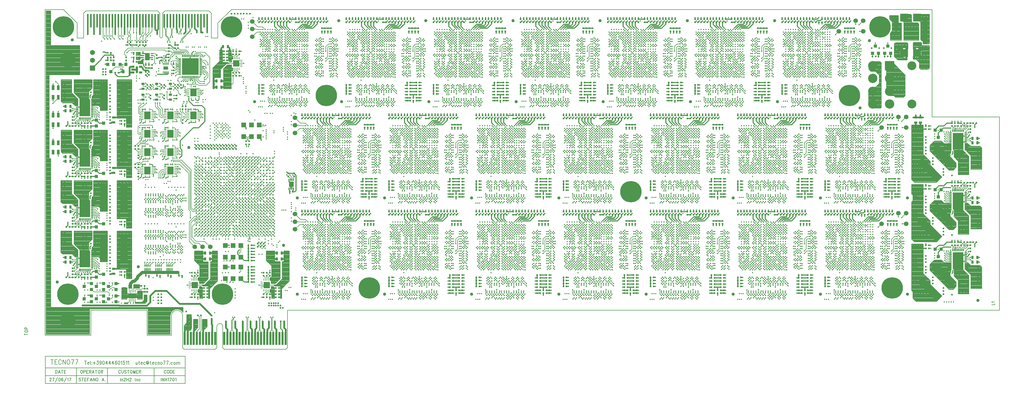
<source format=gbr>
%FSLAX35Y35*%
%MOIN*%
%SFA1.000B1.000*%

G04 Copyright (c) 2015-2018 in2H2 inc.
G04 System developed for in2H2 inc. by Intermotion Technology, Inc.
G04 
G04 Full system RTL, C sources and board design files available at https://github.com/nearist
G04 
G04 in2H2 inc. Team Members:
G04 - Chris McCormick - Algorithm Research and Design
G04 - Matt McCormick - Board Production, System Q/A
G04 
G04 Intermotion Technology Inc. Team Members:
G04 - Mick Fandrich - Project Lead
G04 - Dr. Ludovico Minati - Board Architecture and Design, FPGA Technology Advisor
G04 - Vardan Movsisyan - RTL Team Lead
G04 - Khachatur Gyozalyan - RTL Design
G04 - Tigran Papazyan - RTL Design
G04 - Taron Harutyunyan - RTL Design
G04 - Hayk Ghaltaghchyan - System Software
G04 
G04 Tecno77 S.r.l. Team Members:
G04 - Stefano Aldrigo, Board Layout Design
G04 
G04 We dedicate this project to the memory of Bruce McCormick, an AI pioneer
G04 and advocate, a good friend and father.
G04 
G04 These materials are provided free of charge: you can redistribute them and/or modify  
G04 them under the terms of the GNU General Public License as published by  
G04 the Free Software Foundation, version 3.
G04 
G04 These materials are distributed in the hope that they will be useful, but 
G04 WITHOUT ANY WARRANTY; without even the implied warranty of 
G04 MERCHANTABILITY or FITNESS FOR A PARTICULAR PURPOSE. See the GNU 
G04 General Public License for more details.
G04 In particular, this design should be treated as UNVERIFIED and UNCERTIFIED
G04 
G04 You should have received a copy of the GNU General Public License 
G04 along with this design. If not, see <http://www.gnu.org/licenses/>.

%FSLAX35Y35*%
%MOIN*%
%SFA1.000B1.000*%

%MIA0B0*%
%IPPOS*%
%ADD11C,0.00800*%
%ADD15R,0.01969X0.01969*%
%ADD16C,0.01575*%
%ADD17C,0.01496*%
%ADD18C,0.20000*%
%ADD19R,0.03000X0.04000*%
%ADD70C,0.03937*%
%ADD71C,0.00531*%
%ADD20R,0.12000X0.12000*%
%ADD21C,0.12000*%
%ADD22C,0.11500*%
%ADD23R,0.06500X0.06500*%
%ADD24C,0.06500*%
%ADD25R,0.02000X0.02000*%
%ADD26C,0.01000*%
%ADD27R,0.09370X0.35433*%
%ADD28R,0.04331X0.03937*%
%ADD29R,0.03937X0.04331*%
%ADD72C,0.00689*%
%ADD73C,0.00984*%
%ADD30R,0.04000X0.03000*%
%ADD31R,0.01102X0.03346*%
%ADD32R,0.03346X0.01102*%
%ADD33R,0.08071X0.10039*%
%ADD34R,0.01260X0.02480*%
%ADD35R,0.06142X0.04173*%
%ADD36R,0.01181X0.02756*%
%ADD37R,0.06417X0.06890*%
%ADD38O,0.03937X0.01181*%
%ADD39O,0.01181X0.03937*%
%ADD40R,0.21260X0.21260*%
%ADD41R,0.04134X0.02756*%
%ADD42R,0.00394X0.00394*%
%ADD43R,0.06496X0.09449*%
%ADD44O,0.03346X0.01181*%
%ADD45O,0.01181X0.03346*%
%ADD46R,0.12992X0.20866*%
%ADD47R,0.00906X0.03150*%
%ADD48R,0.03150X0.00906*%
%ADD49R,0.08071X0.08071*%
%ADD50R,0.03543X0.05906*%
%ADD51R,0.09843X0.09843*%
%ADD52R,0.06299X0.31102*%
%ADD53R,0.06299X0.13386*%
%ADD54C,0.05906*%
%ADD55C,0.01732*%
%ADD56C,0.01969*%
%ADD57R,0.02400X0.17500*%
%ADD58R,0.01772X0.02756*%
%ADD59R,0.00906X0.03346*%
%ADD60R,0.09449X0.06496*%
%ADD61R,0.06299X0.06299*%
%ADD62C,0.04000*%
%ADD63C,0.27559*%
%ADD64R,0.02756X0.16535*%
%ADD65C,0.00591*%
%ADD66C,0.02362*%
%ADD67C,0.01181*%
%ADD68C,0.00787*%
%ADD69C,0.00512*%
%ADD74C,0.03150*%
%ADD75C,0.01378*%
%ADD77C,0.00700*%
%LNtop.gbr*%
%LPD*%
G54D15*X391339Y521260D03*Y525197D03*X379528Y521260D03*Y525197D03*X387402Y521260D03*Y525197D03*X430709Y521260D03*Y525197D03*X458268Y521260D03*Y525197D03*X426772Y521260D03*Y525197D03*X375591Y521260D03*Y525197D03*X462205Y521260D03*Y525197D03*X399213Y521260D03*Y525197D03*X454331Y521260D03*Y525197D03*X407087Y521260D03*Y525197D03*X438583Y521260D03*Y525197D03*X446457Y521260D03*Y525197D03*X395276Y521260D03*Y525197D03*X403150Y521260D03*Y525197D03*X411024Y521260D03*Y525197D03*X442520Y521260D03*Y525197D03*X450394Y521260D03*Y525197D03*X460236Y509449D03*Y513386D03*X464173Y509449D03*Y513386D03*X379528Y432677D03*X375591D03*X379528Y436614D03*X375591D03*X456299Y509449D03*Y513386D03*X379528Y440551D03*X375591D03*X379528Y428740D03*X375591D03*X468110Y509449D03*Y513386D03*X434646Y521260D03*Y525197D03*X383465Y521260D03*Y525197D03*X422835Y521260D03*Y525197D03*X414961D03*Y521260D03*X446457Y397244D03*Y401181D03*X434646Y397244D03*Y401181D03*X442520Y397244D03*Y401181D03*X485827Y397244D03*Y401181D03*X513386Y397244D03*Y401181D03*X481890Y397244D03*Y401181D03*X430709Y397244D03*Y401181D03*X517323Y397244D03*Y401181D03*X454331Y397244D03*Y401181D03*X509449Y397244D03*Y401181D03*X462205Y397244D03*Y401181D03*X493701Y397244D03*Y401181D03*X501575Y397244D03*Y401181D03*X450394Y397244D03*Y401181D03*X458268Y397244D03*Y401181D03*X466142Y397244D03*Y401181D03*X497638Y397244D03*Y401181D03*X505512Y397244D03*Y401181D03*X515354Y385433D03*Y389370D03*X519291Y385433D03*Y389370D03*X434646Y308661D03*X430709D03*X434646Y312598D03*X430709D03*X511417Y385433D03*Y389370D03*X434646Y316535D03*X430709D03*X434646Y304724D03*X430709D03*X523228Y385433D03*Y389370D03*X489764Y397244D03*Y401181D03*X438583Y397244D03*Y401181D03*X477953Y397244D03*Y401181D03*X470079D03*Y397244D03*X446457Y273228D03*Y277165D03*X434646Y273228D03*Y277165D03*X442520Y273228D03*Y277165D03*X485827Y273228D03*Y277165D03*X513386Y273228D03*Y277165D03*X481890Y273228D03*Y277165D03*X430709Y273228D03*Y277165D03*X517323Y273228D03*Y277165D03*X454331Y273228D03*Y277165D03*X509449Y273228D03*Y277165D03*X462205Y273228D03*Y277165D03*X493701Y273228D03*Y277165D03*X501575Y273228D03*Y277165D03*X450394Y273228D03*Y277165D03*X458268Y273228D03*Y277165D03*X466142Y273228D03*Y277165D03*X497638Y273228D03*Y277165D03*X505512Y273228D03*Y277165D03*X515354Y261417D03*Y265354D03*X519291Y261417D03*Y265354D03*X434646Y184646D03*X430709D03*X434646Y188583D03*X430709D03*X511417Y261417D03*Y265354D03*X434646Y192520D03*X430709D03*X434646Y180709D03*X430709D03*X523228Y261417D03*Y265354D03*X489764Y273228D03*Y277165D03*X438583Y273228D03*Y277165D03*X477953Y273228D03*Y277165D03*X470079D03*Y273228D03*X503543Y521260D03*Y525197D03*X491732Y521260D03*Y525197D03*X499606Y521260D03*Y525197D03*X542913Y521260D03*Y525197D03*X570472Y521260D03*Y525197D03*X538976Y521260D03*Y525197D03*X487795Y521260D03*Y525197D03*X574409Y521260D03*Y525197D03*X511417Y521260D03*Y525197D03*X566535Y521260D03*Y525197D03*X519291Y521260D03*Y525197D03*X550787Y521260D03*Y525197D03*X558661Y521260D03*Y525197D03*X507480Y521260D03*Y525197D03*X515354Y521260D03*Y525197D03*X523228Y521260D03*Y525197D03*X554724Y521260D03*Y525197D03*X562598Y521260D03*Y525197D03*X546850Y521260D03*Y525197D03*X495669Y521260D03*Y525197D03*X535039Y521260D03*Y525197D03*X527165D03*Y521260D03*X558661Y397244D03*Y401181D03*X546850Y397244D03*Y401181D03*X554724Y397244D03*Y401181D03*X598031Y397244D03*Y401181D03*X625591Y397244D03*Y401181D03*X542913Y397244D03*Y401181D03*X629528Y397244D03*Y401181D03*X566535Y397244D03*Y401181D03*X621654Y397244D03*Y401181D03*X574409Y397244D03*Y401181D03*X605906Y397244D03*Y401181D03*X613780Y397244D03*Y401181D03*X562598Y397244D03*Y401181D03*X570472Y397244D03*Y401181D03*X578346Y397244D03*Y401181D03*X609843Y397244D03*Y401181D03*X617717Y397244D03*Y401181D03*X601969Y397244D03*Y401181D03*X550787Y397244D03*Y401181D03*X590157Y397244D03*Y401181D03*X582283D03*Y397244D03*X558661Y273228D03*Y277165D03*X546850Y273228D03*Y277165D03*X554724Y273228D03*Y277165D03*X598031Y273228D03*Y277165D03*X625591Y273228D03*Y277165D03*X594094Y273228D03*Y277165D03*X542913Y273228D03*Y277165D03*X629528Y273228D03*Y277165D03*X566535Y273228D03*Y277165D03*X621654Y273228D03*Y277165D03*X574409Y273228D03*Y277165D03*X605906Y273228D03*Y277165D03*X613780Y273228D03*Y277165D03*X562598Y273228D03*Y277165D03*X570472Y273228D03*Y277165D03*X578346Y273228D03*Y277165D03*X609843Y273228D03*Y277165D03*X617717Y273228D03*Y277165D03*X601969Y273228D03*Y277165D03*X550787Y273228D03*Y277165D03*X590157Y273228D03*Y277165D03*X582283D03*Y273228D03*X615748Y521260D03*Y525197D03*X603937Y521260D03*Y525197D03*X611811Y521260D03*Y525197D03*X655118Y521260D03*Y525197D03*X682677Y521260D03*Y525197D03*X651181Y521260D03*Y525197D03*X600000Y521260D03*Y525197D03*X686614Y521260D03*Y525197D03*X623622Y521260D03*Y525197D03*X678740Y521260D03*Y525197D03*X631496Y521260D03*Y525197D03*X662992Y521260D03*Y525197D03*X670866Y521260D03*Y525197D03*X619685Y521260D03*Y525197D03*X627559Y521260D03*Y525197D03*X635433Y521260D03*Y525197D03*X666929Y521260D03*Y525197D03*X674803Y521260D03*Y525197D03*X659055Y521260D03*Y525197D03*X607874Y521260D03*Y525197D03*X647244Y521260D03*Y525197D03*X639370D03*Y521260D03*X670866Y397244D03*Y401181D03*X659055Y397244D03*Y401181D03*X666929Y397244D03*Y401181D03*X710236Y397244D03*Y401181D03*X737795Y397244D03*Y401181D03*X706299Y397244D03*Y401181D03*X655118Y397244D03*Y401181D03*X741732Y397244D03*Y401181D03*X678740Y397244D03*Y401181D03*X733858Y397244D03*Y401181D03*X686614Y397244D03*Y401181D03*X718110Y397244D03*Y401181D03*X725984Y397244D03*Y401181D03*X674803Y397244D03*Y401181D03*X682677Y397244D03*Y401181D03*X690551Y397244D03*Y401181D03*X722047Y397244D03*Y401181D03*X729921Y397244D03*Y401181D03*X714173Y397244D03*Y401181D03*X662992Y397244D03*Y401181D03*X702362Y397244D03*Y401181D03*X694488D03*Y397244D03*X670866Y273228D03*Y277165D03*X659055Y273228D03*Y277165D03*X666929Y273228D03*Y277165D03*X710236Y273228D03*Y277165D03*X737795Y273228D03*Y277165D03*X655118Y273228D03*Y277165D03*X741732Y273228D03*Y277165D03*X678740Y273228D03*Y277165D03*X733858Y273228D03*Y277165D03*X686614Y273228D03*Y277165D03*X718110Y273228D03*Y277165D03*X725984Y273228D03*Y277165D03*X674803Y273228D03*Y277165D03*X682677Y273228D03*Y277165D03*X690551Y273228D03*Y277165D03*X722047Y273228D03*Y277165D03*X729921Y273228D03*Y277165D03*X714173Y273228D03*Y277165D03*X662992Y273228D03*Y277165D03*X702362Y273228D03*Y277165D03*X694488D03*Y273228D03*X727953Y521260D03*Y525197D03*X716142Y521260D03*Y525197D03*X724016Y521260D03*Y525197D03*X767323Y521260D03*Y525197D03*X794882Y521260D03*Y525197D03*X763386Y521260D03*Y525197D03*X712205Y521260D03*Y525197D03*X798819Y521260D03*Y525197D03*X735827Y521260D03*Y525197D03*X790945Y521260D03*Y525197D03*X743701Y521260D03*Y525197D03*X775197Y521260D03*Y525197D03*X783071Y521260D03*Y525197D03*X731890Y521260D03*Y525197D03*X739764Y521260D03*Y525197D03*X747638Y521260D03*Y525197D03*X779134Y521260D03*Y525197D03*X787008Y521260D03*Y525197D03*X771260Y521260D03*Y525197D03*X720079Y521260D03*Y525197D03*X759449Y521260D03*Y525197D03*X751575D03*Y521260D03*X783071Y397244D03*Y401181D03*X771260Y397244D03*Y401181D03*X779134Y397244D03*Y401181D03*X822441Y397244D03*Y401181D03*X850000Y397244D03*Y401181D03*X818504Y397244D03*Y401181D03*X767323Y397244D03*Y401181D03*X853937Y397244D03*Y401181D03*X790945Y397244D03*Y401181D03*X846063Y397244D03*Y401181D03*X798819Y397244D03*Y401181D03*X830315Y397244D03*Y401181D03*X838189Y397244D03*Y401181D03*X787008Y397244D03*Y401181D03*X794882Y397244D03*Y401181D03*X802756Y397244D03*Y401181D03*X834252Y397244D03*Y401181D03*X842126Y397244D03*Y401181D03*X594094Y397244D03*Y401181D03*X826378Y397244D03*Y401181D03*X775197Y397244D03*Y401181D03*X814567Y397244D03*Y401181D03*X806693D03*Y397244D03*X783071Y273228D03*Y277165D03*X771260Y273228D03*Y277165D03*X779134Y273228D03*Y277165D03*X822441Y273228D03*Y277165D03*X850000Y273228D03*Y277165D03*X818504Y273228D03*Y277165D03*X767323Y273228D03*Y277165D03*X853937Y273228D03*Y277165D03*X790945Y273228D03*Y277165D03*X846063Y273228D03*Y277165D03*X798819Y273228D03*Y277165D03*X830315Y273228D03*Y277165D03*X838189Y273228D03*Y277165D03*X787008Y273228D03*Y277165D03*X794882Y273228D03*Y277165D03*X802756Y273228D03*Y277165D03*X834252Y273228D03*Y277165D03*X842126Y273228D03*Y277165D03*X826378Y273228D03*Y277165D03*X775197Y273228D03*Y277165D03*X814567Y273228D03*Y277165D03*X806693D03*Y273228D03*X840157Y521260D03*Y525197D03*X828346Y521260D03*Y525197D03*X836220Y521260D03*Y525197D03*X879528Y521260D03*Y525197D03*X907087Y521260D03*Y525197D03*X875591Y521260D03*Y525197D03*X824409Y521260D03*Y525197D03*X911024Y521260D03*Y525197D03*X848031Y521260D03*Y525197D03*X903150Y521260D03*Y525197D03*X855906Y521260D03*Y525197D03*X887402Y521260D03*Y525197D03*X895276Y521260D03*Y525197D03*X844094Y521260D03*Y525197D03*X851969Y521260D03*Y525197D03*X859843Y521260D03*Y525197D03*X891339Y521260D03*Y525197D03*X899213Y521260D03*Y525197D03*X883465Y521260D03*Y525197D03*X832283Y521260D03*Y525197D03*X871654Y521260D03*Y525197D03*X863780D03*Y521260D03*X895276Y397244D03*Y401181D03*X883465Y397244D03*Y401181D03*X891339Y397244D03*Y401181D03*X934646Y397244D03*Y401181D03*X962205Y397244D03*Y401181D03*X930709Y397244D03*Y401181D03*X879528Y397244D03*Y401181D03*X966142Y397244D03*Y401181D03*X903150Y397244D03*Y401181D03*X958268Y397244D03*Y401181D03*X911024Y397244D03*Y401181D03*X942520Y397244D03*Y401181D03*X950394Y397244D03*Y401181D03*X899213Y397244D03*Y401181D03*X907087Y397244D03*Y401181D03*X914961Y397244D03*Y401181D03*X946457Y397244D03*Y401181D03*X954331Y397244D03*Y401181D03*X938583Y397244D03*Y401181D03*X887402Y397244D03*Y401181D03*X926772Y397244D03*Y401181D03*X918898D03*Y397244D03*X895276Y273228D03*Y277165D03*X883465Y273228D03*Y277165D03*X891339Y273228D03*Y277165D03*X934646Y273228D03*Y277165D03*X962205Y273228D03*Y277165D03*X930709Y273228D03*Y277165D03*X879528Y273228D03*Y277165D03*X966142Y273228D03*Y277165D03*X903150Y273228D03*Y277165D03*X958268Y273228D03*Y277165D03*X911024Y273228D03*Y277165D03*X942520Y273228D03*Y277165D03*X950394Y273228D03*Y277165D03*X899213Y273228D03*Y277165D03*X907087Y273228D03*Y277165D03*X914961Y273228D03*Y277165D03*X946457Y273228D03*Y277165D03*X954331Y273228D03*Y277165D03*X706299Y273228D03*Y277165D03*X938583Y273228D03*Y277165D03*X887402Y273228D03*Y277165D03*X926772Y273228D03*Y277165D03*X918898D03*Y273228D03*X952362Y521260D03*Y525197D03*X940551Y521260D03*Y525197D03*X948425Y521260D03*Y525197D03*X991732Y521260D03*Y525197D03*X1019291Y521260D03*Y525197D03*X987795Y521260D03*Y525197D03*X936614Y521260D03*Y525197D03*X1023228Y521260D03*Y525197D03*X960236Y521260D03*Y525197D03*X1015354Y521260D03*Y525197D03*X968110Y521260D03*Y525197D03*X999606Y521260D03*Y525197D03*X1007480Y521260D03*Y525197D03*X956299Y521260D03*Y525197D03*X964173Y521260D03*Y525197D03*X972047Y521260D03*Y525197D03*X1003543Y521260D03*Y525197D03*X1011417Y521260D03*Y525197D03*X995669Y521260D03*Y525197D03*X944488Y521260D03*Y525197D03*X983858Y521260D03*Y525197D03*X975984D03*Y521260D03*X1007480Y397244D03*Y401181D03*X995669Y397244D03*Y401181D03*X1003543Y397244D03*Y401181D03*X1046850Y397244D03*Y401181D03*X1074409Y397244D03*Y401181D03*X1042913Y397244D03*Y401181D03*X991732Y397244D03*Y401181D03*X1078346Y397244D03*Y401181D03*X1015354Y397244D03*Y401181D03*X1070472Y397244D03*Y401181D03*X1023228Y397244D03*Y401181D03*X1054724Y397244D03*Y401181D03*X1062598Y397244D03*Y401181D03*X1011417Y397244D03*Y401181D03*X1019291Y397244D03*Y401181D03*X1027165Y397244D03*Y401181D03*X1058661Y397244D03*Y401181D03*X1066535Y397244D03*Y401181D03*X1050787Y397244D03*Y401181D03*X999606Y397244D03*Y401181D03*X1038976Y397244D03*Y401181D03*X1031102D03*Y397244D03*X1007480Y273228D03*Y277165D03*X995669Y273228D03*Y277165D03*X1003543Y273228D03*Y277165D03*X1046850Y273228D03*Y277165D03*X1074409Y273228D03*Y277165D03*X1042913Y273228D03*Y277165D03*X991732Y273228D03*Y277165D03*X1078346Y273228D03*Y277165D03*X1015354Y273228D03*Y277165D03*X1070472Y273228D03*Y277165D03*X1023228Y273228D03*Y277165D03*X1054724Y273228D03*Y277165D03*X1062598Y273228D03*Y277165D03*X1011417Y273228D03*Y277165D03*X1019291Y273228D03*Y277165D03*X1027165Y273228D03*Y277165D03*X1058661Y273228D03*Y277165D03*X1066535Y273228D03*Y277165D03*X1050787Y273228D03*Y277165D03*X999606Y273228D03*Y277165D03*X1038976Y273228D03*Y277165D03*X1031102D03*Y273228D03*X1064567Y521260D03*Y525197D03*X1052756Y521260D03*Y525197D03*X1060630Y521260D03*Y525197D03*X1103937Y521260D03*Y525197D03*X1131496Y521260D03*Y525197D03*X1048819Y521260D03*Y525197D03*X1135433Y521260D03*Y525197D03*X1072441Y521260D03*Y525197D03*X1127559Y521260D03*Y525197D03*X1080315Y521260D03*Y525197D03*X1111811Y521260D03*Y525197D03*X1119685Y521260D03*Y525197D03*X1068504Y521260D03*Y525197D03*X1076378Y521260D03*Y525197D03*X1084252Y521260D03*Y525197D03*X1115748Y521260D03*Y525197D03*X1123622Y521260D03*Y525197D03*X1133465Y509449D03*Y513386D03*X1137402Y509449D03*Y513386D03*X1052756Y432677D03*X1048819D03*X1052756Y436614D03*X1048819D03*X1129528Y509449D03*Y513386D03*X1052756Y440551D03*X1048819D03*X1052756Y428740D03*X1048819D03*X1141339Y509449D03*Y513386D03*X1107874Y521260D03*Y525197D03*X1056693Y521260D03*Y525197D03*X1088189D03*Y521260D03*X1119685Y397244D03*Y401181D03*X1107874Y397244D03*Y401181D03*X1115748Y397244D03*Y401181D03*X1159055Y397244D03*Y401181D03*X1186614Y397244D03*Y401181D03*X1103937Y397244D03*Y401181D03*X1190551Y397244D03*Y401181D03*X1127559Y397244D03*Y401181D03*X1182677Y397244D03*Y401181D03*X1135433Y397244D03*Y401181D03*X1166929Y397244D03*Y401181D03*X1174803Y397244D03*Y401181D03*X1123622Y397244D03*Y401181D03*X1131496Y397244D03*Y401181D03*X1139370Y397244D03*Y401181D03*X1170866Y397244D03*Y401181D03*X1178740Y397244D03*Y401181D03*X1188583Y385433D03*Y389370D03*X1192520Y385433D03*Y389370D03*X1107874Y308661D03*X1103937D03*X1107874Y312598D03*X1103937D03*X1184646Y385433D03*Y389370D03*X1107874Y316535D03*X1103937D03*X1107874Y304724D03*X1103937D03*X1196457Y385433D03*Y389370D03*X1162992Y397244D03*Y401181D03*X1111811Y397244D03*Y401181D03*X1143307D03*Y397244D03*X1119685Y273228D03*Y277165D03*X1107874Y273228D03*Y277165D03*X1115748Y273228D03*Y277165D03*X1159055Y273228D03*Y277165D03*X1186614Y273228D03*Y277165D03*X1103937Y273228D03*Y277165D03*X1190551Y273228D03*Y277165D03*X1127559Y273228D03*Y277165D03*X1182677Y273228D03*Y277165D03*X1135433Y273228D03*Y277165D03*X1166929Y273228D03*Y277165D03*X1174803Y273228D03*Y277165D03*X1123622Y273228D03*Y277165D03*X1131496Y273228D03*Y277165D03*X1139370Y273228D03*Y277165D03*X1170866Y273228D03*Y277165D03*X1178740Y273228D03*Y277165D03*X1188583Y261417D03*Y265354D03*X1192520Y261417D03*Y265354D03*X1107874Y184646D03*X1103937D03*X1107874Y188583D03*X1103937D03*X1184646Y261417D03*Y265354D03*X1107874Y192520D03*X1103937D03*X1107874Y180709D03*X1103937D03*X1196457Y261417D03*Y265354D03*X1162992Y273228D03*Y277165D03*X1111811Y273228D03*Y277165D03*X1143307D03*Y273228D03*X1290945Y302756D03*Y306693D03*X1287008Y314567D03*Y310630D03*X1283071D03*X1279134D03*X135433Y334252D03*Y330315D03*X139370Y322441D03*Y326378D03*X143307D03*X147244D03*X135433Y204331D03*Y200394D03*X143307Y196457D03*X147244D03*X139370Y192520D03*Y196457D03*X1290945Y225984D03*Y229921D03*X1287008Y237795D03*Y233858D03*X1283071D03*X1279134D03*X250591Y472047D03*Y475984D03*X418898Y302756D03*X414961D03*X265354Y463189D03*Y467126D03*Y459252D03*Y455315D03*X294882Y357874D03*Y361811D03*X298819Y357874D03*Y361811D03*X302756Y357874D03*Y361811D03*X306693Y357874D03*Y361811D03*X310630Y357874D03*Y361811D03*X314567Y357874D03*Y361811D03*X318504Y357874D03*Y361811D03*X322441Y357874D03*Y361811D03*X217618Y470079D03*X213681D03*X218110Y475984D03*X214173D03*X218110Y481890D03*X214173D03*X361811Y202362D03*X365748D03*X361811Y198425D03*X365748D03*X361811Y194488D03*X365748D03*X326378Y357874D03*Y361811D03*X330315Y357874D03*Y361811D03*X334252Y357874D03*Y361811D03*X338189Y357874D03*Y361811D03*X342126Y357874D03*Y361811D03*X361811Y186614D03*X365748D03*X377559Y235827D03*Y231890D03*X361811Y190551D03*X365748D03*X381496Y235827D03*Y231890D03*X361811Y229921D03*X365748D03*X361811Y222047D03*X365748D03*X373622Y235827D03*Y231890D03*X361811Y225984D03*X365748D03*X361811Y218110D03*X365748D03*X361811Y214173D03*X365748D03*X292913Y198425D03*Y194488D03*X385433Y198425D03*Y194488D03*X288976Y170866D03*Y166929D03*X381496Y170866D03*Y166929D03*X304724D03*X308661D03*X304724Y170866D03*X308661D03*X304724Y174803D03*X308661D03*X304724Y178740D03*X308661D03*X397244Y166929D03*X401181D03*X397244Y170866D03*X401181D03*X397244Y174803D03*X401181D03*X397244Y178740D03*X401181D03*X346063Y452362D03*Y456299D03*X350000Y479921D03*Y483858D03*X334252D03*X330315D03*X334252Y479921D03*X330315D03*X334252Y475984D03*X330315D03*X334252Y472047D03*X330315D03*X362795Y367717D03*Y363780D03*X358858Y367717D03*Y363780D03*X346063Y361811D03*Y357874D03*X135433Y399213D03*Y395276D03*X180709Y472047D03*X184646D03*X139370Y387402D03*Y391339D03*X143307D03*X147244D03*X1290945Y379528D03*Y383465D03*X1283071Y387402D03*X1279134D03*X1287008Y391339D03*Y387402D03*X135433Y269291D03*Y265354D03*X143307Y261417D03*X147244D03*X139370Y257480D03*Y261417D03*X198425Y394291D03*X202362D03*X198425Y390354D03*X202362D03*X127559Y387402D03*X131496D03*X135433D03*Y391339D03*X147244Y387402D03*X143307D03*X151181D03*Y391339D03*X155118Y387402D03*Y391339D03*X159055D03*Y387402D03*X1237795Y383465D03*X1233858D03*X1237795Y387402D03*X1233858D03*X1298819Y391339D03*X1294882D03*X1290945D03*Y387402D03*X1279134Y391339D03*X1283071D03*X1275197D03*Y387402D03*X1271260Y391339D03*Y387402D03*X1267323D03*Y391339D03*X198425Y264370D03*X202362D03*X198425Y260433D03*X202362D03*X127559Y257480D03*X131496D03*X135433D03*Y261417D03*X147244Y257480D03*X143307D03*X151181D03*Y261417D03*X155118Y257480D03*Y261417D03*X159055D03*Y257480D03*X1237795Y306693D03*X1233858D03*X1237795Y310630D03*X1233858D03*X1298819Y314567D03*X1294882D03*X1290945D03*Y310630D03*X1279134Y314567D03*X1283071D03*X1275197D03*Y310630D03*X1271260Y314567D03*Y310630D03*X1267323D03*Y314567D03*X198425Y329331D03*X202362D03*X198425Y325394D03*X202362D03*X127559Y322441D03*X131496D03*X135433D03*Y326378D03*X151181Y322441D03*Y326378D03*X147244Y322441D03*X143307D03*X155118D03*Y326378D03*X159055D03*Y322441D03*X198425Y199409D03*X202362D03*X198425Y195472D03*X202362D03*X135433Y192520D03*Y196457D03*X127559Y192520D03*X131496D03*X147244D03*X143307D03*X151181D03*Y196457D03*X155118Y192520D03*Y196457D03*X159055D03*Y192520D03*X1237795Y233858D03*X1233858D03*X1237795Y229921D03*X1233858D03*X1298819Y237795D03*X1294882D03*X1290945D03*Y233858D03*X1279134Y237795D03*X1283071D03*X1275197D03*Y233858D03*X1271260Y237795D03*Y233858D03*X1267323D03*Y237795D03*X296850Y194488D03*Y198425D03*X292913Y170866D03*X296850D03*X389370Y194488D03*Y198425D03*X385433Y170866D03*X389370D03*X292913Y166929D03*X296850D03*X385433D03*X389370D03*X288976Y194488D03*Y198425D03*X381496Y194488D03*Y198425D03*X342126Y456299D03*Y452362D03*X346063Y479921D03*X342126D03*X346063Y483858D03*X342126D03*X350000Y456299D03*Y452362D03*X229921Y495669D03*Y491732D03*X225984Y495669D03*Y491732D03*X218110Y495669D03*Y491732D03*X210236Y495669D03*Y491732D03*X222047D03*Y495669D03*X206299Y491732D03*Y495669D03*X269291Y426772D03*Y422835D03*X184646Y481890D03*X180709D03*X188583Y475984D03*Y472047D03*X180709Y475984D03*X184646D03*X194488Y456299D03*X190551D03*X204331Y472047D03*Y475984D03*X420866Y322441D03*Y326378D03*X412992Y322441D03*Y326378D03*X255512Y472047D03*Y475984D03*X259449Y472047D03*Y475984D03*X271260Y487795D03*Y491732D03*X231890Y440551D03*Y436614D03*X249606Y440551D03*Y436614D03*X267323Y440551D03*Y436614D03*X235827Y426772D03*Y422835D03*X253543Y426772D03*Y422835D03*X235827Y440551D03*Y436614D03*X253543Y440551D03*Y436614D03*X271260Y440551D03*Y436614D03*X237795Y466142D03*Y462205D03*X233858Y466142D03*Y462205D03*X229921Y466142D03*Y462205D03*X243701Y478937D03*Y475000D03*X1100000Y521260D03*Y525197D03*X1155118Y397244D03*Y401181D03*Y273228D03*Y277165D03*X1096063Y521260D03*X1092126D03*X1151181Y397244D03*X1147244D03*X1151181Y273228D03*X1147244D03*X509055Y319685D03*X512992D03*X509055Y315748D03*X512992D03*X509055Y311811D03*X512992D03*X509055Y307874D03*X512992D03*X509055Y303937D03*X512992D03*X509055Y296063D03*Y300000D03*X512992Y296063D03*Y300000D03*X516929Y296063D03*Y300000D03*X520866Y296063D03*Y300000D03*X524803Y296063D03*Y300000D03*Y319685D03*X520866D03*X524803Y315748D03*X520866D03*X524803Y311811D03*X520866D03*X524803Y307874D03*X520866D03*X524803Y303937D03*X520866D03*X1182283Y319685D03*X1186220D03*X1182283Y315748D03*X1186220D03*X1182283Y311811D03*X1186220D03*X1182283Y307874D03*X1186220D03*X1182283Y303937D03*X1186220D03*X1182283Y296063D03*Y300000D03*X1186220Y296063D03*Y300000D03*X1190157Y296063D03*Y300000D03*X1194094Y296063D03*Y300000D03*X1198031Y296063D03*Y300000D03*Y319685D03*X1194094D03*X1198031Y315748D03*X1194094D03*X1198031Y311811D03*X1194094D03*X1198031Y307874D03*X1194094D03*X1198031Y303937D03*X1194094D03*X491732Y432677D03*X487795D03*X491732Y436614D03*X487795D03*X491732Y440551D03*X487795D03*X491732Y428740D03*X487795D03*X572441Y509449D03*Y513386D03*X576378Y509449D03*Y513386D03*X568504Y509449D03*Y513386D03*X580315Y509449D03*Y513386D03*X566142Y443701D03*X570079D03*X566142Y439764D03*X570079D03*X566142Y435827D03*X570079D03*X566142Y431890D03*X570079D03*X566142Y427953D03*X570079D03*X566142Y420079D03*Y424016D03*X570079Y420079D03*Y424016D03*X574016Y420079D03*Y424016D03*X577953Y420079D03*Y424016D03*X581890Y420079D03*Y424016D03*Y443701D03*X577953D03*X581890Y439764D03*X577953D03*X581890Y435827D03*X577953D03*X581890Y431890D03*X577953D03*X581890Y427953D03*X577953D03*X603937Y432677D03*X600000D03*X603937Y436614D03*X600000D03*X603937Y440551D03*X600000D03*X603937Y428740D03*X600000D03*X678346Y443701D03*X682283D03*X678346Y439764D03*X682283D03*X678346Y435827D03*X682283D03*X678346Y431890D03*X682283D03*X678346Y427953D03*X682283D03*X678346Y420079D03*Y424016D03*X682283Y420079D03*Y424016D03*X686220Y420079D03*Y424016D03*X690157Y420079D03*Y424016D03*X694094Y420079D03*Y424016D03*Y443701D03*X690157D03*X694094Y439764D03*X690157D03*X694094Y435827D03*X690157D03*X694094Y431890D03*X690157D03*X694094Y427953D03*X690157D03*X684646Y509449D03*Y513386D03*X688583Y509449D03*Y513386D03*X680709Y509449D03*Y513386D03*X692520Y509449D03*Y513386D03*X716142Y432677D03*X712205D03*X716142Y436614D03*X712205D03*X716142Y440551D03*X712205D03*X716142Y428740D03*X712205D03*X828346Y432677D03*X824409D03*X828346Y436614D03*X824409D03*X828346Y440551D03*X824409D03*X828346Y428740D03*X824409D03*X790551Y443701D03*X794488D03*X790551Y439764D03*X794488D03*X790551Y435827D03*X794488D03*X790551Y431890D03*X794488D03*X806299Y443701D03*X802362D03*X806299Y439764D03*X802362D03*X806299Y435827D03*X802362D03*X806299Y431890D03*X802362D03*X902756Y443701D03*X906693D03*X902756Y439764D03*X906693D03*X902756Y435827D03*X906693D03*X902756Y431890D03*X906693D03*X918504Y443701D03*X914567D03*X918504Y439764D03*X914567D03*X918504Y435827D03*X914567D03*X918504Y431890D03*X914567D03*X790551Y427953D03*X794488D03*X790551Y420079D03*Y424016D03*X794488Y420079D03*Y424016D03*X798425Y420079D03*Y424016D03*X802362Y420079D03*Y424016D03*X806299Y420079D03*Y424016D03*Y427953D03*X802362D03*X902756D03*X906693D03*X902756Y420079D03*Y424016D03*X906693Y420079D03*Y424016D03*X910630Y420079D03*Y424016D03*X914567Y420079D03*Y424016D03*X918504Y420079D03*Y424016D03*Y427953D03*X914567D03*X796850Y509449D03*Y513386D03*X800787Y509449D03*Y513386D03*X792913Y509449D03*Y513386D03*X804724Y509449D03*Y513386D03*X909055Y509449D03*Y513386D03*X912992Y509449D03*Y513386D03*X905118Y509449D03*Y513386D03*X916929Y509449D03*Y513386D03*X1021260Y509449D03*Y513386D03*X1025197Y509449D03*Y513386D03*X1017323Y509449D03*Y513386D03*X1029134Y509449D03*Y513386D03*X1014961Y443701D03*X1018898D03*X1014961Y439764D03*X1018898D03*X1014961Y435827D03*X1018898D03*X1014961Y431890D03*X1018898D03*X1014961Y427953D03*X1018898D03*X1014961Y420079D03*Y424016D03*X1018898Y420079D03*Y424016D03*X1022835Y420079D03*Y424016D03*X1026772Y420079D03*Y424016D03*X1030709Y420079D03*Y424016D03*Y443701D03*X1026772D03*X1030709Y439764D03*X1026772D03*X1030709Y435827D03*X1026772D03*X1030709Y431890D03*X1026772D03*X1030709Y427953D03*X1026772D03*X940551Y432677D03*X936614D03*X940551Y436614D03*X936614D03*X940551Y440551D03*X936614D03*X940551Y428740D03*X936614D03*X546850Y308661D03*X542913D03*X546850Y312598D03*X542913D03*X546850Y316535D03*X542913D03*X546850Y304724D03*X542913D03*X659055Y308661D03*X655118D03*X659055Y312598D03*X655118D03*X659055Y316535D03*X655118D03*X659055Y304724D03*X655118D03*X771260Y308661D03*X767323D03*X771260Y312598D03*X767323D03*X771260Y316535D03*X767323D03*X771260Y304724D03*X767323D03*X883465Y308661D03*X879528D03*X883465Y312598D03*X879528D03*X883465Y316535D03*X879528D03*X883465Y304724D03*X879528D03*X995669Y308661D03*X991732D03*X995669Y312598D03*X991732D03*X995669Y316535D03*X991732D03*X995669Y304724D03*X991732D03*X621260Y319685D03*X625197D03*X621260Y315748D03*X625197D03*X621260Y311811D03*X625197D03*X621260Y307874D03*X625197D03*X621260Y303937D03*X625197D03*X621260Y296063D03*Y300000D03*X625197Y296063D03*Y300000D03*X629134Y296063D03*Y300000D03*X633071Y296063D03*Y300000D03*X637008Y296063D03*Y300000D03*Y319685D03*X633071D03*X637008Y315748D03*X633071D03*X637008Y311811D03*X633071D03*X637008Y307874D03*X633071D03*X637008Y303937D03*X633071D03*X733465Y319685D03*X737402D03*X733465Y315748D03*X737402D03*X733465Y311811D03*X737402D03*X733465Y307874D03*X737402D03*X733465Y303937D03*X737402D03*X733465Y296063D03*Y300000D03*X737402Y296063D03*Y300000D03*X741339Y296063D03*Y300000D03*X745276Y296063D03*Y300000D03*X749213Y296063D03*Y300000D03*Y319685D03*X745276D03*X749213Y315748D03*X745276D03*X749213Y311811D03*X745276D03*X749213Y307874D03*X745276D03*X749213Y303937D03*X745276D03*X957874Y319685D03*X961811D03*X957874Y315748D03*X961811D03*X957874Y311811D03*X961811D03*X957874Y307874D03*X961811D03*X957874Y303937D03*X961811D03*X957874Y296063D03*Y300000D03*X961811Y296063D03*Y300000D03*X965748Y296063D03*Y300000D03*X969685Y296063D03*Y300000D03*X973622Y296063D03*Y300000D03*Y319685D03*X969685D03*X973622Y315748D03*X969685D03*X973622Y311811D03*X969685D03*X973622Y307874D03*X969685D03*X973622Y303937D03*X969685D03*X1070079Y319685D03*X1074016D03*X1070079Y315748D03*X1074016D03*X1070079Y311811D03*X1074016D03*X1070079Y307874D03*X1074016D03*X1070079Y303937D03*X1074016D03*X1070079Y296063D03*Y300000D03*X1074016Y296063D03*Y300000D03*X1077953Y296063D03*Y300000D03*X1081890Y296063D03*Y300000D03*X1085827Y296063D03*Y300000D03*Y319685D03*X1081890D03*X1085827Y315748D03*X1081890D03*X1085827Y311811D03*X1081890D03*X1085827Y307874D03*X1081890D03*X1085827Y303937D03*X1081890D03*X1076378Y385433D03*Y389370D03*X1080315Y385433D03*Y389370D03*X1072441Y385433D03*Y389370D03*X1084252Y385433D03*Y389370D03*X964173Y385433D03*Y389370D03*X968110Y385433D03*Y389370D03*X960236Y385433D03*Y389370D03*X972047Y385433D03*Y389370D03*X851969Y385433D03*Y389370D03*X855906Y385433D03*Y389370D03*X848031Y385433D03*Y389370D03*X859843Y385433D03*Y389370D03*X739764Y385433D03*Y389370D03*X743701Y385433D03*Y389370D03*X735827Y385433D03*Y389370D03*X747638Y385433D03*Y389370D03*X627559Y385433D03*Y389370D03*X631496Y385433D03*Y389370D03*X623622Y385433D03*Y389370D03*X635433Y385433D03*Y389370D03*X546850Y184646D03*X542913D03*X546850Y188583D03*X542913D03*X546850Y192520D03*X542913D03*X546850Y180709D03*X542913D03*X659055Y184646D03*X655118D03*X659055Y188583D03*X655118D03*X659055Y192520D03*X655118D03*X659055Y180709D03*X655118D03*X771260Y184646D03*X767323D03*X771260Y188583D03*X767323D03*X771260Y192520D03*X767323D03*X771260Y180709D03*X767323D03*X883465Y184646D03*X879528D03*X883465Y188583D03*X879528D03*X883465Y192520D03*X879528D03*X883465Y180709D03*X879528D03*X995669Y184646D03*X991732D03*X995669Y188583D03*X991732D03*X995669Y192520D03*X991732D03*X995669Y180709D03*X991732D03*X621260Y179921D03*X625197D03*X621260Y183858D03*X625197D03*X621260Y187795D03*X625197D03*X621260Y191732D03*X625197D03*X621260Y195669D03*X625197D03*X621260Y172047D03*Y175984D03*X625197Y172047D03*Y175984D03*X629134Y172047D03*Y175984D03*X633071Y172047D03*Y175984D03*X637008Y172047D03*Y175984D03*Y179921D03*X633071D03*X637008Y183858D03*X633071D03*X637008Y187795D03*X633071D03*X637008Y191732D03*X633071D03*X637008Y195669D03*X633071D03*X733465D03*X737402D03*X733465Y191732D03*X737402D03*X733465Y187795D03*X737402D03*X733465Y183858D03*X737402D03*X733465Y179921D03*X737402D03*X733465Y172047D03*Y175984D03*X737402Y172047D03*Y175984D03*X741339Y172047D03*Y175984D03*X745276Y172047D03*Y175984D03*X749213Y172047D03*Y175984D03*Y195669D03*X745276D03*X749213Y191732D03*X745276D03*X749213Y187795D03*X745276D03*X749213Y183858D03*X745276D03*X749213Y179921D03*X745276D03*X845669Y195669D03*X849606D03*X845669Y191732D03*X849606D03*X845669Y187795D03*X849606D03*X845669Y183858D03*X849606D03*X845669Y179921D03*X849606D03*X845669Y172047D03*Y175984D03*X849606Y172047D03*Y175984D03*X853543Y172047D03*Y175984D03*X857480Y172047D03*Y175984D03*X861417Y172047D03*Y175984D03*Y195669D03*X857480D03*X861417Y191732D03*X857480D03*X861417Y187795D03*X857480D03*X861417Y183858D03*X857480D03*X861417Y179921D03*X857480D03*X957874Y195669D03*X961811D03*X957874Y191732D03*X961811D03*X957874Y187795D03*X961811D03*X957874Y183858D03*X961811D03*X957874Y179921D03*X961811D03*X957874Y172047D03*Y175984D03*X961811Y172047D03*Y175984D03*X965748Y172047D03*Y175984D03*X969685Y172047D03*Y175984D03*X973622Y172047D03*Y175984D03*Y195669D03*X969685D03*X973622Y191732D03*X969685D03*X973622Y187795D03*X969685D03*X973622Y183858D03*X969685D03*X973622Y179921D03*X969685D03*X1070079Y195669D03*X1074016D03*X1070079Y191732D03*X1074016D03*X1070079Y187795D03*X1074016D03*X1070079Y183858D03*X1074016D03*X1070079Y179921D03*X1074016D03*X1070079Y172047D03*Y175984D03*X1074016Y172047D03*Y175984D03*X1077953Y172047D03*Y175984D03*X1081890Y172047D03*Y175984D03*X1085827Y172047D03*Y175984D03*Y195669D03*X1081890D03*X1085827Y191732D03*X1081890D03*X1085827Y187795D03*X1081890D03*X1085827Y183858D03*X1081890D03*X1085827Y179921D03*X1081890D03*X1076378Y261417D03*Y265354D03*X1080315Y261417D03*Y265354D03*X1072441Y261417D03*Y265354D03*X1084252Y261417D03*Y265354D03*X964173Y261417D03*Y265354D03*X968110Y261417D03*Y265354D03*X960236Y261417D03*Y265354D03*X972047Y261417D03*Y265354D03*X851969Y261417D03*Y265354D03*X855906Y261417D03*Y265354D03*X848031Y261417D03*Y265354D03*X859843Y261417D03*Y265354D03*X739764Y261417D03*Y265354D03*X743701Y261417D03*Y265354D03*X735827Y261417D03*Y265354D03*X747638Y261417D03*Y265354D03*X627559Y261417D03*Y265354D03*X631496Y261417D03*Y265354D03*X623622Y261417D03*Y265354D03*X635433Y261417D03*Y265354D03*X259449Y483858D03*Y479921D03*Y491732D03*Y487795D03*X277165Y391339D03*Y395276D03*X275197Y440551D03*Y436614D03*X277165Y412992D03*Y409055D03*X281102Y412992D03*Y409055D03*X220079Y346063D03*Y350000D03*X216142Y361811D03*Y357874D03*X220079Y361811D03*Y357874D03*Y322441D03*Y326378D03*X216142Y338189D03*Y334252D03*X220079Y338189D03*Y334252D03*X267323Y487795D03*Y491732D03*X229921Y194488D03*X233858D03*X244094D03*X248031D03*X258268D03*X262205D03*X272441D03*X276378D03*X227953Y177756D03*Y173819D03*X233858Y453150D03*Y457087D03*X229921Y453150D03*Y457087D03*X227953Y181693D03*X224016D03*X231890Y173819D03*Y177756D03*X314567Y143307D03*Y139370D03*G54D16*X437008Y508661D03*Y505512D03*Y502362D03*Y499213D03*Y496063D03*Y492913D03*Y489764D03*Y486614D03*Y483465D03*Y480315D03*Y477165D03*Y474016D03*Y470866D03*Y467717D03*Y464567D03*Y461417D03*Y458268D03*Y455118D03*X433858Y511811D03*Y508661D03*Y505512D03*Y502362D03*Y499213D03*Y496063D03*Y492913D03*Y489764D03*Y486614D03*Y483465D03*Y480315D03*Y477165D03*Y474016D03*Y470866D03*Y467717D03*Y464567D03*Y461417D03*Y458268D03*Y455118D03*Y451969D03*X430709Y511811D03*Y508661D03*Y505512D03*Y502362D03*Y499213D03*Y496063D03*Y492913D03*Y489764D03*Y486614D03*Y483465D03*Y480315D03*Y477165D03*Y474016D03*Y470866D03*Y467717D03*Y464567D03*Y461417D03*Y458268D03*Y455118D03*Y451969D03*X427559Y511811D03*Y508661D03*Y505512D03*Y502362D03*Y499213D03*Y496063D03*Y492913D03*Y489764D03*Y486614D03*Y483465D03*Y480315D03*Y477165D03*Y474016D03*Y470866D03*Y467717D03*Y464567D03*Y461417D03*Y458268D03*Y455118D03*Y451969D03*X424409Y511811D03*Y508661D03*Y505512D03*Y502362D03*Y499213D03*Y496063D03*Y492913D03*Y489764D03*Y486614D03*Y483465D03*Y480315D03*Y477165D03*Y474016D03*Y470866D03*Y467717D03*Y464567D03*Y461417D03*Y458268D03*Y455118D03*Y451969D03*X421260Y511811D03*Y508661D03*Y505512D03*Y502362D03*Y499213D03*Y496063D03*Y492913D03*Y489764D03*Y486614D03*Y483465D03*Y480315D03*Y477165D03*Y474016D03*Y470866D03*Y467717D03*Y464567D03*Y461417D03*Y458268D03*Y455118D03*Y451969D03*X418110Y511811D03*Y508661D03*Y505512D03*Y502362D03*Y499213D03*Y496063D03*Y492913D03*Y489764D03*Y486614D03*Y483465D03*Y480315D03*Y477165D03*Y474016D03*Y470866D03*Y467717D03*Y464567D03*Y461417D03*Y458268D03*Y455118D03*Y451969D03*X414961Y511811D03*Y508661D03*Y505512D03*Y502362D03*Y499213D03*Y496063D03*Y492913D03*Y489764D03*Y486614D03*Y483465D03*Y480315D03*Y477165D03*Y474016D03*Y470866D03*Y467717D03*Y464567D03*Y461417D03*Y458268D03*Y455118D03*Y451969D03*X411811Y511811D03*Y508661D03*Y505512D03*Y502362D03*Y499213D03*Y496063D03*Y492913D03*Y489764D03*Y486614D03*Y483465D03*Y480315D03*Y477165D03*Y474016D03*Y470866D03*Y467717D03*Y464567D03*Y461417D03*Y458268D03*Y455118D03*Y451969D03*X408661Y511811D03*Y508661D03*Y505512D03*Y502362D03*Y499213D03*Y496063D03*Y492913D03*Y489764D03*Y486614D03*Y483465D03*Y480315D03*Y477165D03*Y474016D03*Y470866D03*Y467717D03*Y464567D03*Y461417D03*Y458268D03*Y455118D03*Y451969D03*X405512Y511811D03*Y508661D03*Y505512D03*Y502362D03*Y499213D03*Y496063D03*Y492913D03*Y489764D03*Y486614D03*Y483465D03*Y480315D03*Y477165D03*Y474016D03*Y470866D03*Y467717D03*Y464567D03*Y461417D03*Y458268D03*Y455118D03*Y451969D03*X402362Y511811D03*Y508661D03*Y505512D03*Y502362D03*Y499213D03*Y496063D03*Y492913D03*Y489764D03*Y486614D03*Y483465D03*Y480315D03*Y477165D03*Y474016D03*Y470866D03*Y467717D03*Y464567D03*Y461417D03*Y458268D03*Y455118D03*Y451969D03*X399213Y511811D03*Y508661D03*Y505512D03*Y502362D03*Y499213D03*Y496063D03*Y492913D03*Y489764D03*Y486614D03*Y483465D03*Y480315D03*Y477165D03*Y474016D03*Y470866D03*Y467717D03*Y464567D03*Y461417D03*Y458268D03*Y455118D03*Y451969D03*X396063Y511811D03*Y508661D03*Y505512D03*Y502362D03*Y499213D03*Y496063D03*Y492913D03*Y489764D03*Y486614D03*Y483465D03*Y480315D03*Y477165D03*Y474016D03*Y470866D03*Y467717D03*Y464567D03*Y461417D03*Y458268D03*Y455118D03*Y451969D03*X392913Y511811D03*Y508661D03*Y505512D03*Y502362D03*Y499213D03*Y464567D03*Y461417D03*Y458268D03*Y455118D03*Y451969D03*X389764Y511811D03*Y508661D03*Y505512D03*Y502362D03*Y499213D03*Y496063D03*Y492913D03*Y489764D03*Y486614D03*Y483465D03*Y480315D03*Y477165D03*Y474016D03*Y470866D03*Y467717D03*Y464567D03*Y461417D03*Y458268D03*Y455118D03*Y451969D03*X386614Y511811D03*Y508661D03*Y505512D03*Y502362D03*Y499213D03*Y496063D03*Y492913D03*Y489764D03*Y486614D03*Y483465D03*Y480315D03*Y477165D03*Y474016D03*Y470866D03*Y467717D03*Y464567D03*Y461417D03*Y458268D03*Y455118D03*Y451969D03*X383465Y511811D03*Y508661D03*Y505512D03*Y502362D03*Y499213D03*Y496063D03*Y492913D03*Y489764D03*Y486614D03*Y483465D03*Y480315D03*Y477165D03*Y474016D03*Y470866D03*Y467717D03*Y464567D03*Y461417D03*Y458268D03*Y455118D03*Y451969D03*X380315Y511811D03*Y508661D03*Y505512D03*Y502362D03*Y499213D03*Y496063D03*Y492913D03*Y489764D03*Y486614D03*Y483465D03*Y480315D03*Y477165D03*Y474016D03*Y470866D03*Y467717D03*Y464567D03*Y461417D03*Y458268D03*Y455118D03*Y451969D03*X377165Y508661D03*Y505512D03*Y499213D03*Y496063D03*Y492913D03*Y489764D03*Y480315D03*Y477165D03*Y470866D03*Y467717D03*Y464567D03*Y461417D03*Y455118D03*X492126Y384646D03*Y381496D03*Y378346D03*Y375197D03*Y372047D03*Y368898D03*Y365748D03*Y362598D03*Y359449D03*Y356299D03*Y353150D03*Y350000D03*Y346850D03*Y343701D03*Y340551D03*Y337402D03*Y334252D03*Y331102D03*X488976Y387795D03*Y384646D03*Y381496D03*Y378346D03*Y375197D03*Y372047D03*Y368898D03*Y365748D03*Y362598D03*Y359449D03*Y356299D03*Y353150D03*Y350000D03*Y346850D03*Y343701D03*Y340551D03*Y337402D03*Y334252D03*Y331102D03*Y327953D03*X485827Y387795D03*Y384646D03*Y381496D03*Y378346D03*Y375197D03*Y372047D03*Y368898D03*Y365748D03*Y362598D03*Y359449D03*Y356299D03*Y353150D03*Y350000D03*Y346850D03*Y343701D03*Y340551D03*Y337402D03*Y334252D03*Y331102D03*Y327953D03*X482677Y387795D03*Y384646D03*Y381496D03*Y378346D03*Y375197D03*Y372047D03*Y368898D03*Y365748D03*Y362598D03*Y359449D03*Y356299D03*Y353150D03*Y350000D03*Y346850D03*Y343701D03*Y340551D03*Y337402D03*Y334252D03*Y331102D03*Y327953D03*X479528Y387795D03*Y384646D03*Y381496D03*Y378346D03*Y375197D03*Y372047D03*Y368898D03*Y365748D03*Y362598D03*Y359449D03*Y356299D03*Y353150D03*Y350000D03*Y346850D03*Y343701D03*Y340551D03*Y337402D03*Y334252D03*Y331102D03*Y327953D03*X476378Y387795D03*Y384646D03*Y381496D03*Y378346D03*Y375197D03*Y372047D03*Y368898D03*Y365748D03*Y362598D03*Y359449D03*Y356299D03*Y353150D03*Y350000D03*Y346850D03*Y343701D03*Y340551D03*Y337402D03*Y334252D03*Y331102D03*Y327953D03*X473228Y387795D03*Y384646D03*Y381496D03*Y378346D03*Y375197D03*Y372047D03*Y368898D03*Y365748D03*Y362598D03*Y359449D03*Y356299D03*Y353150D03*Y350000D03*Y346850D03*Y343701D03*Y340551D03*Y337402D03*Y334252D03*Y331102D03*Y327953D03*X470079Y387795D03*Y384646D03*Y381496D03*Y378346D03*Y375197D03*Y372047D03*Y368898D03*Y365748D03*Y362598D03*Y359449D03*Y356299D03*Y353150D03*Y350000D03*Y346850D03*Y343701D03*Y340551D03*Y337402D03*Y334252D03*Y331102D03*Y327953D03*X466929Y387795D03*Y384646D03*Y381496D03*Y378346D03*Y375197D03*Y372047D03*Y368898D03*Y365748D03*Y362598D03*Y359449D03*Y356299D03*Y353150D03*Y350000D03*Y346850D03*Y343701D03*Y340551D03*Y337402D03*Y334252D03*Y331102D03*Y327953D03*X463780Y387795D03*Y384646D03*Y381496D03*Y378346D03*Y375197D03*Y372047D03*Y368898D03*Y365748D03*Y362598D03*Y359449D03*Y356299D03*Y353150D03*Y350000D03*Y346850D03*Y343701D03*Y340551D03*Y337402D03*Y334252D03*Y331102D03*Y327953D03*X460630Y387795D03*Y384646D03*Y381496D03*Y378346D03*Y375197D03*Y372047D03*Y368898D03*Y365748D03*Y362598D03*Y359449D03*Y356299D03*Y353150D03*Y350000D03*Y346850D03*Y343701D03*Y340551D03*Y337402D03*Y334252D03*Y331102D03*Y327953D03*X457480Y387795D03*Y384646D03*Y381496D03*Y378346D03*Y375197D03*Y372047D03*Y368898D03*Y365748D03*Y362598D03*Y359449D03*Y356299D03*Y353150D03*Y350000D03*Y346850D03*Y343701D03*Y340551D03*Y337402D03*Y334252D03*Y331102D03*Y327953D03*X454331Y387795D03*Y384646D03*Y381496D03*Y378346D03*Y375197D03*Y372047D03*Y368898D03*Y365748D03*Y362598D03*Y359449D03*Y356299D03*Y353150D03*Y350000D03*Y346850D03*Y343701D03*Y340551D03*Y337402D03*Y334252D03*Y331102D03*Y327953D03*X451181Y387795D03*Y384646D03*Y381496D03*Y378346D03*Y375197D03*Y372047D03*Y368898D03*Y365748D03*Y362598D03*Y359449D03*Y356299D03*Y353150D03*Y350000D03*Y346850D03*Y343701D03*Y340551D03*Y337402D03*Y334252D03*Y331102D03*Y327953D03*X448031Y387795D03*Y384646D03*Y381496D03*Y378346D03*Y375197D03*Y340551D03*Y337402D03*Y334252D03*Y331102D03*Y327953D03*X444882Y387795D03*Y384646D03*Y381496D03*Y378346D03*Y375197D03*Y372047D03*Y368898D03*Y365748D03*Y362598D03*Y359449D03*Y356299D03*Y353150D03*Y350000D03*Y346850D03*Y343701D03*Y340551D03*Y337402D03*Y334252D03*Y331102D03*Y327953D03*X441732Y387795D03*Y384646D03*Y381496D03*Y378346D03*Y375197D03*Y372047D03*Y368898D03*Y365748D03*Y362598D03*Y359449D03*Y356299D03*Y353150D03*Y350000D03*Y346850D03*Y343701D03*Y340551D03*Y337402D03*Y334252D03*Y331102D03*Y327953D03*X438583Y387795D03*Y384646D03*Y381496D03*Y378346D03*Y375197D03*Y372047D03*Y368898D03*Y365748D03*Y362598D03*Y359449D03*Y356299D03*Y353150D03*Y350000D03*Y346850D03*Y343701D03*Y340551D03*Y337402D03*Y334252D03*Y331102D03*Y327953D03*X435433Y387795D03*Y384646D03*Y381496D03*Y378346D03*Y375197D03*Y372047D03*Y368898D03*Y365748D03*Y362598D03*Y359449D03*Y356299D03*Y353150D03*Y350000D03*Y346850D03*Y343701D03*Y340551D03*Y337402D03*Y334252D03*Y331102D03*Y327953D03*X432283Y384646D03*Y381496D03*Y375197D03*Y372047D03*Y368898D03*Y365748D03*Y356299D03*Y353150D03*Y346850D03*Y343701D03*Y340551D03*Y337402D03*Y331102D03*X492126Y260630D03*Y257480D03*Y254331D03*Y251181D03*Y248031D03*Y244882D03*Y241732D03*Y238583D03*Y235433D03*Y232283D03*Y229134D03*Y225984D03*Y222835D03*Y219685D03*Y216535D03*Y213386D03*Y210236D03*Y207087D03*X488976Y263780D03*Y260630D03*Y257480D03*Y254331D03*Y251181D03*Y248031D03*Y244882D03*Y241732D03*Y238583D03*Y235433D03*Y232283D03*Y229134D03*Y225984D03*Y222835D03*Y219685D03*Y216535D03*Y213386D03*Y210236D03*Y207087D03*Y203937D03*X485827Y263780D03*Y260630D03*Y257480D03*Y254331D03*Y251181D03*Y248031D03*Y244882D03*Y241732D03*Y238583D03*Y235433D03*Y232283D03*Y229134D03*Y225984D03*Y222835D03*Y219685D03*Y216535D03*Y213386D03*Y210236D03*Y207087D03*Y203937D03*X482677Y263780D03*Y260630D03*Y257480D03*Y254331D03*Y251181D03*Y248031D03*Y244882D03*Y241732D03*Y238583D03*Y235433D03*Y232283D03*Y229134D03*Y225984D03*Y222835D03*Y219685D03*Y216535D03*Y213386D03*Y210236D03*Y207087D03*Y203937D03*X479528Y263780D03*Y260630D03*Y257480D03*Y254331D03*Y251181D03*Y248031D03*Y244882D03*Y241732D03*Y238583D03*Y235433D03*Y232283D03*Y229134D03*Y225984D03*Y222835D03*Y219685D03*Y216535D03*Y213386D03*Y210236D03*Y207087D03*Y203937D03*X476378Y263780D03*Y260630D03*Y257480D03*Y254331D03*Y251181D03*Y248031D03*Y244882D03*Y241732D03*Y238583D03*Y235433D03*Y232283D03*Y229134D03*Y225984D03*Y222835D03*Y219685D03*Y216535D03*Y213386D03*Y210236D03*Y207087D03*Y203937D03*X473228Y263780D03*Y260630D03*Y257480D03*Y254331D03*Y251181D03*Y248031D03*Y244882D03*Y241732D03*Y238583D03*Y235433D03*Y232283D03*Y229134D03*Y225984D03*Y222835D03*Y219685D03*Y216535D03*Y213386D03*Y210236D03*Y207087D03*Y203937D03*X470079Y263780D03*Y260630D03*Y257480D03*Y254331D03*Y251181D03*Y248031D03*Y244882D03*Y241732D03*Y238583D03*Y235433D03*Y232283D03*Y229134D03*Y225984D03*Y222835D03*Y219685D03*Y216535D03*Y213386D03*Y210236D03*Y207087D03*Y203937D03*X466929Y263780D03*Y260630D03*Y257480D03*Y254331D03*Y251181D03*Y248031D03*Y244882D03*Y241732D03*Y238583D03*Y235433D03*Y232283D03*Y229134D03*Y225984D03*Y222835D03*Y219685D03*Y216535D03*Y213386D03*Y210236D03*Y207087D03*Y203937D03*X463780Y263780D03*Y260630D03*Y257480D03*Y254331D03*Y251181D03*Y248031D03*Y244882D03*Y241732D03*Y238583D03*Y235433D03*Y232283D03*Y229134D03*Y225984D03*Y222835D03*Y219685D03*Y216535D03*Y213386D03*Y210236D03*Y207087D03*Y203937D03*X460630Y263780D03*Y260630D03*Y257480D03*Y254331D03*Y251181D03*Y248031D03*Y244882D03*Y241732D03*Y238583D03*Y235433D03*Y232283D03*Y229134D03*Y225984D03*Y222835D03*Y219685D03*Y216535D03*Y213386D03*Y210236D03*Y207087D03*Y203937D03*X457480Y263780D03*Y260630D03*Y257480D03*Y254331D03*Y251181D03*Y248031D03*Y244882D03*Y241732D03*Y238583D03*Y235433D03*Y232283D03*Y229134D03*Y225984D03*Y222835D03*Y219685D03*Y216535D03*Y213386D03*Y210236D03*Y207087D03*Y203937D03*X454331Y263780D03*Y260630D03*Y257480D03*Y254331D03*Y251181D03*Y248031D03*Y244882D03*Y241732D03*Y238583D03*Y235433D03*Y232283D03*Y229134D03*Y225984D03*Y222835D03*Y219685D03*Y216535D03*Y213386D03*Y210236D03*Y207087D03*Y203937D03*X451181Y263780D03*Y260630D03*Y257480D03*Y254331D03*Y251181D03*Y248031D03*Y244882D03*Y241732D03*Y238583D03*Y235433D03*Y232283D03*Y229134D03*Y225984D03*Y222835D03*Y219685D03*Y216535D03*Y213386D03*Y210236D03*Y207087D03*Y203937D03*X448031Y263780D03*Y260630D03*Y257480D03*Y254331D03*Y251181D03*Y216535D03*Y213386D03*Y210236D03*Y207087D03*Y203937D03*X444882Y263780D03*Y260630D03*Y257480D03*Y254331D03*Y251181D03*Y248031D03*Y244882D03*Y241732D03*Y238583D03*Y235433D03*Y232283D03*Y229134D03*Y225984D03*Y222835D03*Y219685D03*Y216535D03*Y213386D03*Y210236D03*Y207087D03*Y203937D03*X441732Y263780D03*Y260630D03*Y257480D03*Y254331D03*Y251181D03*Y248031D03*Y244882D03*Y241732D03*Y238583D03*Y235433D03*Y232283D03*Y229134D03*Y225984D03*Y222835D03*Y219685D03*Y216535D03*Y213386D03*Y210236D03*Y207087D03*Y203937D03*X438583Y263780D03*Y260630D03*Y257480D03*Y254331D03*Y251181D03*Y248031D03*Y244882D03*Y241732D03*Y238583D03*Y235433D03*Y232283D03*Y229134D03*Y225984D03*Y222835D03*Y219685D03*Y216535D03*Y213386D03*Y210236D03*Y207087D03*Y203937D03*X435433Y263780D03*Y260630D03*Y257480D03*Y254331D03*Y251181D03*Y248031D03*Y244882D03*Y241732D03*Y238583D03*Y235433D03*Y232283D03*Y229134D03*Y225984D03*Y222835D03*Y219685D03*Y216535D03*Y213386D03*Y210236D03*Y207087D03*Y203937D03*X432283Y260630D03*Y257480D03*Y251181D03*Y248031D03*Y244882D03*Y241732D03*Y232283D03*Y229134D03*Y222835D03*Y219685D03*Y216535D03*Y213386D03*Y207087D03*X549213Y508661D03*Y505512D03*Y502362D03*Y499213D03*Y496063D03*Y492913D03*Y489764D03*Y486614D03*Y483465D03*Y480315D03*Y477165D03*Y474016D03*Y470866D03*Y467717D03*Y464567D03*Y461417D03*Y458268D03*Y455118D03*X546063Y511811D03*Y508661D03*Y505512D03*Y502362D03*Y499213D03*Y496063D03*Y492913D03*Y489764D03*Y486614D03*Y483465D03*Y480315D03*Y477165D03*Y474016D03*Y470866D03*Y467717D03*Y464567D03*Y461417D03*Y458268D03*Y455118D03*Y451969D03*X542913Y511811D03*Y508661D03*Y505512D03*Y502362D03*Y499213D03*Y496063D03*Y492913D03*Y489764D03*Y486614D03*Y483465D03*Y480315D03*Y477165D03*Y474016D03*Y470866D03*Y467717D03*Y464567D03*Y461417D03*Y458268D03*Y455118D03*Y451969D03*X539764Y511811D03*Y508661D03*Y505512D03*Y502362D03*Y499213D03*Y496063D03*Y492913D03*Y489764D03*Y486614D03*Y483465D03*Y480315D03*Y477165D03*Y474016D03*Y470866D03*Y467717D03*Y464567D03*Y461417D03*Y458268D03*Y455118D03*Y451969D03*X536614Y511811D03*Y508661D03*Y505512D03*Y502362D03*Y499213D03*Y496063D03*Y492913D03*Y489764D03*Y486614D03*Y483465D03*Y480315D03*Y477165D03*Y474016D03*Y470866D03*Y467717D03*Y464567D03*Y461417D03*Y458268D03*Y455118D03*Y451969D03*X533465Y511811D03*Y508661D03*Y505512D03*Y502362D03*Y499213D03*Y496063D03*Y492913D03*Y489764D03*Y486614D03*Y483465D03*Y480315D03*Y477165D03*Y474016D03*Y470866D03*Y467717D03*Y464567D03*Y461417D03*Y458268D03*Y455118D03*Y451969D03*X530315Y511811D03*Y508661D03*Y505512D03*Y502362D03*Y499213D03*Y496063D03*Y492913D03*Y489764D03*Y486614D03*Y483465D03*Y480315D03*Y477165D03*Y474016D03*Y470866D03*Y467717D03*Y464567D03*Y461417D03*Y458268D03*Y455118D03*Y451969D03*X527165Y511811D03*Y508661D03*Y505512D03*Y502362D03*Y499213D03*Y496063D03*Y492913D03*Y489764D03*Y486614D03*Y483465D03*Y480315D03*Y477165D03*Y474016D03*Y470866D03*Y467717D03*Y464567D03*Y461417D03*Y458268D03*Y455118D03*Y451969D03*X524016Y511811D03*Y508661D03*Y505512D03*Y502362D03*Y499213D03*Y496063D03*Y492913D03*Y489764D03*Y486614D03*Y483465D03*Y480315D03*Y477165D03*Y474016D03*Y470866D03*Y467717D03*Y464567D03*Y461417D03*Y458268D03*Y455118D03*Y451969D03*X520866Y511811D03*Y508661D03*Y505512D03*Y502362D03*Y499213D03*Y496063D03*Y492913D03*Y489764D03*Y486614D03*Y483465D03*Y480315D03*Y477165D03*Y474016D03*Y470866D03*Y467717D03*Y464567D03*Y461417D03*Y458268D03*Y455118D03*Y451969D03*X517717Y511811D03*Y508661D03*Y505512D03*Y502362D03*Y499213D03*Y496063D03*Y492913D03*Y489764D03*Y486614D03*Y483465D03*Y480315D03*Y477165D03*Y474016D03*Y470866D03*Y467717D03*Y464567D03*Y461417D03*Y458268D03*Y455118D03*Y451969D03*X514567Y511811D03*Y508661D03*Y505512D03*Y502362D03*Y499213D03*Y496063D03*Y492913D03*Y489764D03*Y486614D03*Y483465D03*Y480315D03*Y477165D03*Y474016D03*Y470866D03*Y467717D03*Y464567D03*Y461417D03*Y458268D03*Y455118D03*Y451969D03*X511417Y511811D03*Y508661D03*Y505512D03*Y502362D03*Y499213D03*Y496063D03*Y492913D03*Y489764D03*Y486614D03*Y483465D03*Y480315D03*Y477165D03*Y474016D03*Y470866D03*Y467717D03*Y464567D03*Y461417D03*Y458268D03*Y455118D03*Y451969D03*X508268Y511811D03*Y508661D03*Y505512D03*Y502362D03*Y499213D03*Y496063D03*Y492913D03*Y489764D03*Y486614D03*Y483465D03*Y480315D03*Y477165D03*Y474016D03*Y470866D03*Y467717D03*Y464567D03*Y461417D03*Y458268D03*Y455118D03*Y451969D03*X505118Y511811D03*Y508661D03*Y505512D03*Y502362D03*Y499213D03*Y464567D03*Y461417D03*Y458268D03*Y455118D03*Y451969D03*X501969Y511811D03*Y508661D03*Y505512D03*Y502362D03*Y499213D03*Y496063D03*Y492913D03*Y489764D03*Y486614D03*Y483465D03*Y480315D03*Y477165D03*Y474016D03*Y470866D03*Y467717D03*Y464567D03*Y461417D03*Y458268D03*Y455118D03*Y451969D03*X498819Y511811D03*Y508661D03*Y505512D03*Y502362D03*Y499213D03*Y496063D03*Y492913D03*Y489764D03*Y486614D03*Y483465D03*Y480315D03*Y477165D03*Y474016D03*Y470866D03*Y467717D03*Y464567D03*Y461417D03*Y458268D03*Y455118D03*Y451969D03*X495669Y511811D03*Y508661D03*Y505512D03*Y502362D03*Y499213D03*Y496063D03*Y492913D03*Y489764D03*Y486614D03*Y483465D03*Y480315D03*Y477165D03*Y474016D03*Y470866D03*Y467717D03*Y464567D03*Y461417D03*Y458268D03*Y455118D03*Y451969D03*X492520Y511811D03*Y508661D03*Y505512D03*Y502362D03*Y499213D03*Y496063D03*Y492913D03*Y489764D03*Y486614D03*Y483465D03*Y480315D03*Y477165D03*Y474016D03*Y470866D03*Y467717D03*Y464567D03*Y461417D03*Y458268D03*Y455118D03*Y451969D03*X489370Y508661D03*Y505512D03*Y499213D03*Y496063D03*Y492913D03*Y489764D03*Y480315D03*Y477165D03*Y470866D03*Y467717D03*Y464567D03*Y461417D03*Y455118D03*X604331Y384646D03*Y381496D03*Y378346D03*Y375197D03*Y372047D03*Y368898D03*Y365748D03*Y362598D03*Y359449D03*Y356299D03*Y353150D03*Y350000D03*Y346850D03*Y343701D03*Y340551D03*Y337402D03*Y334252D03*Y331102D03*X601181Y387795D03*Y384646D03*Y381496D03*Y378346D03*Y375197D03*Y372047D03*Y368898D03*Y365748D03*Y362598D03*Y359449D03*Y356299D03*Y353150D03*Y350000D03*Y346850D03*Y343701D03*Y340551D03*Y337402D03*Y334252D03*Y331102D03*Y327953D03*X598031Y387795D03*Y384646D03*Y381496D03*Y378346D03*Y375197D03*Y372047D03*Y368898D03*Y365748D03*Y362598D03*Y359449D03*Y356299D03*Y353150D03*Y350000D03*Y346850D03*Y343701D03*Y340551D03*Y337402D03*Y334252D03*Y331102D03*Y327953D03*X594882Y387795D03*Y384646D03*Y381496D03*Y378346D03*Y375197D03*Y372047D03*Y368898D03*Y365748D03*Y362598D03*Y359449D03*Y356299D03*Y353150D03*Y350000D03*Y346850D03*Y343701D03*Y340551D03*Y337402D03*Y334252D03*Y331102D03*Y327953D03*X591732Y387795D03*Y384646D03*Y381496D03*Y378346D03*Y375197D03*Y372047D03*Y368898D03*Y365748D03*Y362598D03*Y359449D03*Y356299D03*Y353150D03*Y350000D03*Y346850D03*Y343701D03*Y340551D03*Y337402D03*Y334252D03*Y331102D03*Y327953D03*X588583Y387795D03*Y384646D03*Y381496D03*Y378346D03*Y375197D03*Y372047D03*Y368898D03*Y365748D03*Y362598D03*Y359449D03*Y356299D03*Y353150D03*Y350000D03*Y346850D03*Y343701D03*Y340551D03*Y337402D03*Y334252D03*Y331102D03*Y327953D03*X585433Y387795D03*Y384646D03*Y381496D03*Y378346D03*Y375197D03*Y372047D03*Y368898D03*Y365748D03*Y362598D03*Y359449D03*Y356299D03*Y353150D03*Y350000D03*Y346850D03*Y343701D03*Y340551D03*Y337402D03*Y334252D03*Y331102D03*Y327953D03*X582283Y387795D03*Y384646D03*Y381496D03*Y378346D03*Y375197D03*Y372047D03*Y368898D03*Y365748D03*Y362598D03*Y359449D03*Y356299D03*Y353150D03*Y350000D03*Y346850D03*Y343701D03*Y340551D03*Y337402D03*Y334252D03*Y331102D03*Y327953D03*X579134Y387795D03*Y384646D03*Y381496D03*Y378346D03*Y375197D03*Y372047D03*Y368898D03*Y365748D03*Y362598D03*Y359449D03*Y356299D03*Y353150D03*Y350000D03*Y346850D03*Y343701D03*Y340551D03*Y337402D03*Y334252D03*Y331102D03*Y327953D03*X575984Y387795D03*Y384646D03*Y381496D03*Y378346D03*Y375197D03*Y372047D03*Y368898D03*Y365748D03*Y362598D03*Y359449D03*Y356299D03*Y353150D03*Y350000D03*Y346850D03*Y343701D03*Y340551D03*Y337402D03*Y334252D03*Y331102D03*Y327953D03*X572835Y387795D03*Y384646D03*Y381496D03*Y378346D03*Y375197D03*Y372047D03*Y368898D03*Y365748D03*Y362598D03*Y359449D03*Y356299D03*Y353150D03*Y350000D03*Y346850D03*Y343701D03*Y340551D03*Y337402D03*Y334252D03*Y331102D03*Y327953D03*X569685Y387795D03*Y384646D03*Y381496D03*Y378346D03*Y375197D03*Y372047D03*Y368898D03*Y365748D03*Y362598D03*Y359449D03*Y356299D03*Y353150D03*Y350000D03*Y346850D03*Y343701D03*Y340551D03*Y337402D03*Y334252D03*Y331102D03*Y327953D03*X566535Y387795D03*Y384646D03*Y381496D03*Y378346D03*Y375197D03*Y372047D03*Y368898D03*Y365748D03*Y362598D03*Y359449D03*Y356299D03*Y353150D03*Y350000D03*Y346850D03*Y343701D03*Y340551D03*Y337402D03*Y334252D03*Y331102D03*Y327953D03*X563386Y387795D03*Y384646D03*Y381496D03*Y378346D03*Y375197D03*Y372047D03*Y368898D03*Y365748D03*Y362598D03*Y359449D03*Y356299D03*Y353150D03*Y350000D03*Y346850D03*Y343701D03*Y340551D03*Y337402D03*Y334252D03*Y331102D03*Y327953D03*X560236Y387795D03*Y384646D03*Y381496D03*Y378346D03*Y375197D03*Y340551D03*Y337402D03*Y334252D03*Y331102D03*Y327953D03*X557087Y387795D03*Y384646D03*Y381496D03*Y378346D03*Y375197D03*Y372047D03*Y368898D03*Y365748D03*Y362598D03*Y359449D03*Y356299D03*Y353150D03*Y350000D03*Y346850D03*Y343701D03*Y340551D03*Y337402D03*Y334252D03*Y331102D03*Y327953D03*X553937Y387795D03*Y384646D03*Y381496D03*Y378346D03*Y375197D03*Y372047D03*Y368898D03*Y365748D03*Y362598D03*Y359449D03*Y356299D03*Y353150D03*Y350000D03*Y346850D03*Y343701D03*Y340551D03*Y337402D03*Y334252D03*Y331102D03*Y327953D03*X550787Y387795D03*Y384646D03*Y381496D03*Y378346D03*Y375197D03*Y372047D03*Y368898D03*Y365748D03*Y362598D03*Y359449D03*Y356299D03*Y353150D03*Y350000D03*Y346850D03*Y343701D03*Y340551D03*Y337402D03*Y334252D03*Y331102D03*Y327953D03*X547638Y387795D03*Y384646D03*Y381496D03*Y378346D03*Y375197D03*Y372047D03*Y368898D03*Y365748D03*Y362598D03*Y359449D03*Y356299D03*Y353150D03*Y350000D03*Y346850D03*Y343701D03*Y340551D03*Y337402D03*Y334252D03*Y331102D03*Y327953D03*X544488Y384646D03*Y381496D03*Y375197D03*Y372047D03*Y368898D03*Y365748D03*Y356299D03*Y353150D03*Y346850D03*Y343701D03*Y340551D03*Y337402D03*Y331102D03*X604331Y260630D03*Y257480D03*Y254331D03*Y251181D03*Y248031D03*Y244882D03*Y241732D03*Y238583D03*Y235433D03*Y232283D03*Y229134D03*Y225984D03*Y222835D03*Y219685D03*Y216535D03*Y213386D03*Y210236D03*Y207087D03*X601181Y263780D03*Y260630D03*Y257480D03*Y254331D03*Y251181D03*Y248031D03*Y244882D03*Y241732D03*Y238583D03*Y235433D03*Y232283D03*Y229134D03*Y225984D03*Y222835D03*Y219685D03*Y216535D03*Y213386D03*Y210236D03*Y207087D03*Y203937D03*X598031Y263780D03*Y260630D03*Y257480D03*Y254331D03*Y251181D03*Y248031D03*Y244882D03*Y241732D03*Y238583D03*Y235433D03*Y232283D03*Y229134D03*Y225984D03*Y222835D03*Y219685D03*Y216535D03*Y213386D03*Y210236D03*Y207087D03*Y203937D03*X594882Y263780D03*Y260630D03*Y257480D03*Y254331D03*Y251181D03*Y248031D03*Y244882D03*Y241732D03*Y238583D03*Y235433D03*Y232283D03*Y229134D03*Y225984D03*Y222835D03*Y219685D03*Y216535D03*Y213386D03*Y210236D03*Y207087D03*Y203937D03*X591732Y263780D03*Y260630D03*Y257480D03*Y254331D03*Y251181D03*Y248031D03*Y244882D03*Y241732D03*Y238583D03*Y235433D03*Y232283D03*Y229134D03*Y225984D03*Y222835D03*Y219685D03*Y216535D03*Y213386D03*Y210236D03*Y207087D03*Y203937D03*X588583Y263780D03*Y260630D03*Y257480D03*Y254331D03*Y251181D03*Y248031D03*Y244882D03*Y241732D03*Y238583D03*Y235433D03*Y232283D03*Y229134D03*Y225984D03*Y222835D03*Y219685D03*Y216535D03*Y213386D03*Y210236D03*Y207087D03*Y203937D03*X585433Y263780D03*Y260630D03*Y257480D03*Y254331D03*Y251181D03*Y248031D03*Y244882D03*Y241732D03*Y238583D03*Y235433D03*Y232283D03*Y229134D03*Y225984D03*Y222835D03*Y219685D03*Y216535D03*Y213386D03*Y210236D03*Y207087D03*Y203937D03*X582283Y263780D03*Y260630D03*Y257480D03*Y254331D03*Y251181D03*Y248031D03*Y244882D03*Y241732D03*Y238583D03*Y235433D03*Y232283D03*Y229134D03*Y225984D03*Y222835D03*Y219685D03*Y216535D03*Y213386D03*Y210236D03*Y207087D03*Y203937D03*X579134Y263780D03*Y260630D03*Y257480D03*Y254331D03*Y251181D03*Y248031D03*Y244882D03*Y241732D03*Y238583D03*Y235433D03*Y232283D03*Y229134D03*Y225984D03*Y222835D03*Y219685D03*Y216535D03*Y213386D03*Y210236D03*Y207087D03*Y203937D03*X575984Y263780D03*Y260630D03*Y257480D03*Y254331D03*Y251181D03*Y248031D03*Y244882D03*Y241732D03*Y238583D03*Y235433D03*Y232283D03*Y229134D03*Y225984D03*Y222835D03*Y219685D03*Y216535D03*Y213386D03*Y210236D03*Y207087D03*Y203937D03*X572835Y263780D03*Y260630D03*Y257480D03*Y254331D03*Y251181D03*Y248031D03*Y244882D03*Y241732D03*Y238583D03*Y235433D03*Y232283D03*Y229134D03*Y225984D03*Y222835D03*Y219685D03*Y216535D03*Y213386D03*Y210236D03*Y207087D03*Y203937D03*X569685Y263780D03*Y260630D03*Y257480D03*Y254331D03*Y251181D03*Y248031D03*Y244882D03*Y241732D03*Y238583D03*Y235433D03*Y232283D03*Y229134D03*Y225984D03*Y222835D03*Y219685D03*Y216535D03*Y213386D03*Y210236D03*Y207087D03*Y203937D03*X566535Y263780D03*Y260630D03*Y257480D03*Y254331D03*Y251181D03*Y248031D03*Y244882D03*Y241732D03*Y238583D03*Y235433D03*Y232283D03*Y229134D03*Y225984D03*Y222835D03*Y219685D03*Y216535D03*Y213386D03*Y210236D03*Y207087D03*Y203937D03*X563386Y263780D03*Y260630D03*Y257480D03*Y254331D03*Y251181D03*Y248031D03*Y244882D03*Y241732D03*Y238583D03*Y235433D03*Y232283D03*Y229134D03*Y225984D03*Y222835D03*Y219685D03*Y216535D03*Y213386D03*Y210236D03*Y207087D03*Y203937D03*X560236Y263780D03*Y260630D03*Y257480D03*Y254331D03*Y251181D03*Y216535D03*Y213386D03*Y210236D03*Y207087D03*Y203937D03*X557087Y263780D03*Y260630D03*Y257480D03*Y254331D03*Y251181D03*Y248031D03*Y244882D03*Y241732D03*Y238583D03*Y235433D03*Y232283D03*Y229134D03*Y225984D03*Y222835D03*Y219685D03*Y216535D03*Y213386D03*Y210236D03*Y207087D03*Y203937D03*X553937Y263780D03*Y260630D03*Y257480D03*Y254331D03*Y251181D03*Y248031D03*Y244882D03*Y241732D03*Y238583D03*Y235433D03*Y232283D03*Y229134D03*Y225984D03*Y222835D03*Y219685D03*Y216535D03*Y213386D03*Y210236D03*Y207087D03*Y203937D03*X550787Y263780D03*Y260630D03*Y257480D03*Y254331D03*Y251181D03*Y248031D03*Y244882D03*Y241732D03*Y238583D03*Y235433D03*Y232283D03*Y229134D03*Y225984D03*Y222835D03*Y219685D03*Y216535D03*Y213386D03*Y210236D03*Y207087D03*Y203937D03*X547638Y263780D03*Y260630D03*Y257480D03*Y254331D03*Y251181D03*Y248031D03*Y244882D03*Y241732D03*Y238583D03*Y235433D03*Y232283D03*Y229134D03*Y225984D03*Y222835D03*Y219685D03*Y216535D03*Y213386D03*Y210236D03*Y207087D03*Y203937D03*X544488Y260630D03*Y257480D03*Y251181D03*Y248031D03*Y244882D03*Y241732D03*Y232283D03*Y229134D03*Y222835D03*Y219685D03*Y216535D03*Y213386D03*Y207087D03*X661417Y508661D03*Y505512D03*Y502362D03*Y499213D03*Y496063D03*Y492913D03*Y489764D03*Y486614D03*Y483465D03*Y480315D03*Y477165D03*Y474016D03*Y470866D03*Y467717D03*Y464567D03*Y461417D03*Y458268D03*Y455118D03*X658268Y511811D03*Y508661D03*Y505512D03*Y502362D03*Y499213D03*Y496063D03*Y492913D03*Y489764D03*Y486614D03*Y483465D03*Y480315D03*Y477165D03*Y474016D03*Y470866D03*Y467717D03*Y464567D03*Y461417D03*Y458268D03*Y455118D03*Y451969D03*X655118Y511811D03*Y508661D03*Y505512D03*Y502362D03*Y499213D03*Y496063D03*Y492913D03*Y489764D03*Y486614D03*Y483465D03*Y480315D03*Y477165D03*Y474016D03*Y470866D03*Y467717D03*Y464567D03*Y461417D03*Y458268D03*Y455118D03*Y451969D03*X651969Y511811D03*Y508661D03*Y505512D03*Y502362D03*Y499213D03*Y496063D03*Y492913D03*Y489764D03*Y486614D03*Y483465D03*Y480315D03*Y477165D03*Y474016D03*Y470866D03*Y467717D03*Y464567D03*Y461417D03*Y458268D03*Y455118D03*Y451969D03*X648819Y511811D03*Y508661D03*Y505512D03*Y502362D03*Y499213D03*Y496063D03*Y492913D03*Y489764D03*Y486614D03*Y483465D03*Y480315D03*Y477165D03*Y474016D03*Y470866D03*Y467717D03*Y464567D03*Y461417D03*Y458268D03*Y455118D03*Y451969D03*X645669Y511811D03*Y508661D03*Y505512D03*Y502362D03*Y499213D03*Y496063D03*Y492913D03*Y489764D03*Y486614D03*Y483465D03*Y480315D03*Y477165D03*Y474016D03*Y470866D03*Y467717D03*Y464567D03*Y461417D03*Y458268D03*Y455118D03*Y451969D03*X642520Y511811D03*Y508661D03*Y505512D03*Y502362D03*Y499213D03*Y496063D03*Y492913D03*Y489764D03*Y486614D03*Y483465D03*Y480315D03*Y477165D03*Y474016D03*Y470866D03*Y467717D03*Y464567D03*Y461417D03*Y458268D03*Y455118D03*Y451969D03*X639370Y511811D03*Y508661D03*Y505512D03*Y502362D03*Y499213D03*Y496063D03*Y492913D03*Y489764D03*Y486614D03*Y483465D03*Y480315D03*Y477165D03*Y474016D03*Y470866D03*Y467717D03*Y464567D03*Y461417D03*Y458268D03*Y455118D03*Y451969D03*X636220Y511811D03*Y508661D03*Y505512D03*Y502362D03*Y499213D03*Y496063D03*Y492913D03*Y489764D03*Y486614D03*Y483465D03*Y480315D03*Y477165D03*Y474016D03*Y470866D03*Y467717D03*Y464567D03*Y461417D03*Y458268D03*Y455118D03*Y451969D03*X633071Y511811D03*Y508661D03*Y505512D03*Y502362D03*Y499213D03*Y496063D03*Y492913D03*Y489764D03*Y486614D03*Y483465D03*Y480315D03*Y477165D03*Y474016D03*Y470866D03*Y467717D03*Y464567D03*Y461417D03*Y458268D03*Y455118D03*Y451969D03*X629921Y511811D03*Y508661D03*Y505512D03*Y502362D03*Y499213D03*Y496063D03*Y492913D03*Y489764D03*Y486614D03*Y483465D03*Y480315D03*Y477165D03*Y474016D03*Y470866D03*Y467717D03*Y464567D03*Y461417D03*Y458268D03*Y455118D03*Y451969D03*X626772Y511811D03*Y508661D03*Y505512D03*Y502362D03*Y499213D03*Y496063D03*Y492913D03*Y489764D03*Y486614D03*Y483465D03*Y480315D03*Y477165D03*Y474016D03*Y470866D03*Y467717D03*Y464567D03*Y461417D03*Y458268D03*Y455118D03*Y451969D03*X623622Y511811D03*Y508661D03*Y505512D03*Y502362D03*Y499213D03*Y496063D03*Y492913D03*Y489764D03*Y486614D03*Y483465D03*Y480315D03*Y477165D03*Y474016D03*Y470866D03*Y467717D03*Y464567D03*Y461417D03*Y458268D03*Y455118D03*Y451969D03*X620472Y511811D03*Y508661D03*Y505512D03*Y502362D03*Y499213D03*Y496063D03*Y492913D03*Y489764D03*Y486614D03*Y483465D03*Y480315D03*Y477165D03*Y474016D03*Y470866D03*Y467717D03*Y464567D03*Y461417D03*Y458268D03*Y455118D03*Y451969D03*X617323Y511811D03*Y508661D03*Y505512D03*Y502362D03*Y499213D03*Y464567D03*Y461417D03*Y458268D03*Y455118D03*Y451969D03*X614173Y511811D03*Y508661D03*Y505512D03*Y502362D03*Y499213D03*Y496063D03*Y492913D03*Y489764D03*Y486614D03*Y483465D03*Y480315D03*Y477165D03*Y474016D03*Y470866D03*Y467717D03*Y464567D03*Y461417D03*Y458268D03*Y455118D03*Y451969D03*X611024Y511811D03*Y508661D03*Y505512D03*Y502362D03*Y499213D03*Y496063D03*Y492913D03*Y489764D03*Y486614D03*Y483465D03*Y480315D03*Y477165D03*Y474016D03*Y470866D03*Y467717D03*Y464567D03*Y461417D03*Y458268D03*Y455118D03*Y451969D03*X607874Y511811D03*Y508661D03*Y505512D03*Y502362D03*Y499213D03*Y496063D03*Y492913D03*Y489764D03*Y486614D03*Y483465D03*Y480315D03*Y477165D03*Y474016D03*Y470866D03*Y467717D03*Y464567D03*Y461417D03*Y458268D03*Y455118D03*Y451969D03*X604724Y511811D03*Y508661D03*Y505512D03*Y502362D03*Y499213D03*Y496063D03*Y492913D03*Y489764D03*Y486614D03*Y483465D03*Y480315D03*Y477165D03*Y474016D03*Y470866D03*Y467717D03*Y464567D03*Y461417D03*Y458268D03*Y455118D03*Y451969D03*X601575Y508661D03*Y505512D03*Y499213D03*Y496063D03*Y492913D03*Y489764D03*Y480315D03*Y477165D03*Y470866D03*Y467717D03*Y464567D03*Y461417D03*Y455118D03*X716535Y384646D03*Y381496D03*Y378346D03*Y375197D03*Y372047D03*Y368898D03*Y365748D03*Y362598D03*Y359449D03*Y356299D03*Y353150D03*Y350000D03*Y346850D03*Y343701D03*Y340551D03*Y337402D03*Y334252D03*Y331102D03*X713386Y387795D03*Y384646D03*Y381496D03*Y378346D03*Y375197D03*Y372047D03*Y368898D03*Y365748D03*Y362598D03*Y359449D03*Y356299D03*Y353150D03*Y350000D03*Y346850D03*Y343701D03*Y340551D03*Y337402D03*Y334252D03*Y331102D03*Y327953D03*X710236Y387795D03*Y384646D03*Y381496D03*Y378346D03*Y375197D03*Y372047D03*Y368898D03*Y365748D03*Y362598D03*Y359449D03*Y356299D03*Y353150D03*Y350000D03*Y346850D03*Y343701D03*Y340551D03*Y337402D03*Y334252D03*Y331102D03*Y327953D03*X707087Y387795D03*Y384646D03*Y381496D03*Y378346D03*Y375197D03*Y372047D03*Y368898D03*Y365748D03*Y362598D03*Y359449D03*Y356299D03*Y353150D03*Y350000D03*Y346850D03*Y343701D03*Y340551D03*Y337402D03*Y334252D03*Y331102D03*Y327953D03*X703937Y387795D03*Y384646D03*Y381496D03*Y378346D03*Y375197D03*Y372047D03*Y368898D03*Y365748D03*Y362598D03*Y359449D03*Y356299D03*Y353150D03*Y350000D03*Y346850D03*Y343701D03*Y340551D03*Y337402D03*Y334252D03*Y331102D03*Y327953D03*X700787Y387795D03*Y384646D03*Y381496D03*Y378346D03*Y375197D03*Y372047D03*Y368898D03*Y365748D03*Y362598D03*Y359449D03*Y356299D03*Y353150D03*Y350000D03*Y346850D03*Y343701D03*Y340551D03*Y337402D03*Y334252D03*Y331102D03*Y327953D03*X697638Y387795D03*Y384646D03*Y381496D03*Y378346D03*Y375197D03*Y372047D03*Y368898D03*Y365748D03*Y362598D03*Y359449D03*Y356299D03*Y353150D03*Y350000D03*Y346850D03*Y343701D03*Y340551D03*Y337402D03*Y334252D03*Y331102D03*Y327953D03*X694488Y387795D03*Y384646D03*Y381496D03*Y378346D03*Y375197D03*Y372047D03*Y368898D03*Y365748D03*Y362598D03*Y359449D03*Y356299D03*Y353150D03*Y350000D03*Y346850D03*Y343701D03*Y340551D03*Y337402D03*Y334252D03*Y331102D03*Y327953D03*X691339Y387795D03*Y384646D03*Y381496D03*Y378346D03*Y375197D03*Y372047D03*Y368898D03*Y365748D03*Y362598D03*Y359449D03*Y356299D03*Y353150D03*Y350000D03*Y346850D03*Y343701D03*Y340551D03*Y337402D03*Y334252D03*Y331102D03*Y327953D03*X688189Y387795D03*Y384646D03*Y381496D03*Y378346D03*Y375197D03*Y372047D03*Y368898D03*Y365748D03*Y362598D03*Y359449D03*Y356299D03*Y353150D03*Y350000D03*Y346850D03*Y343701D03*Y340551D03*Y337402D03*Y334252D03*Y331102D03*Y327953D03*X685039Y387795D03*Y384646D03*Y381496D03*Y378346D03*Y375197D03*Y372047D03*Y368898D03*Y365748D03*Y362598D03*Y359449D03*Y356299D03*Y353150D03*Y350000D03*Y346850D03*Y343701D03*Y340551D03*Y337402D03*Y334252D03*Y331102D03*Y327953D03*X681890Y387795D03*Y384646D03*Y381496D03*Y378346D03*Y375197D03*Y372047D03*Y368898D03*Y365748D03*Y362598D03*Y359449D03*Y356299D03*Y353150D03*Y350000D03*Y346850D03*Y343701D03*Y340551D03*Y337402D03*Y334252D03*Y331102D03*Y327953D03*X678740Y387795D03*Y384646D03*Y381496D03*Y378346D03*Y375197D03*Y372047D03*Y368898D03*Y365748D03*Y362598D03*Y359449D03*Y356299D03*Y353150D03*Y350000D03*Y346850D03*Y343701D03*Y340551D03*Y337402D03*Y334252D03*Y331102D03*Y327953D03*X675591Y387795D03*Y384646D03*Y381496D03*Y378346D03*Y375197D03*Y372047D03*Y368898D03*Y365748D03*Y362598D03*Y359449D03*Y356299D03*Y353150D03*Y350000D03*Y346850D03*Y343701D03*Y340551D03*Y337402D03*Y334252D03*Y331102D03*Y327953D03*X672441Y387795D03*Y384646D03*Y381496D03*Y378346D03*Y375197D03*Y340551D03*Y337402D03*Y334252D03*Y331102D03*Y327953D03*X669291Y387795D03*Y384646D03*Y381496D03*Y378346D03*Y375197D03*Y372047D03*Y368898D03*Y365748D03*Y362598D03*Y359449D03*Y356299D03*Y353150D03*Y350000D03*Y346850D03*Y343701D03*Y340551D03*Y337402D03*Y334252D03*Y331102D03*Y327953D03*X666142Y387795D03*Y384646D03*Y381496D03*Y378346D03*Y375197D03*Y372047D03*Y368898D03*Y365748D03*Y362598D03*Y359449D03*Y356299D03*Y353150D03*Y350000D03*Y346850D03*Y343701D03*Y340551D03*Y337402D03*Y334252D03*Y331102D03*Y327953D03*X662992Y387795D03*Y384646D03*Y381496D03*Y378346D03*Y375197D03*Y372047D03*Y368898D03*Y365748D03*Y362598D03*Y359449D03*Y356299D03*Y353150D03*Y350000D03*Y346850D03*Y343701D03*Y340551D03*Y337402D03*Y334252D03*Y331102D03*Y327953D03*X659843Y387795D03*Y384646D03*Y381496D03*Y378346D03*Y375197D03*Y372047D03*Y368898D03*Y365748D03*Y362598D03*Y359449D03*Y356299D03*Y353150D03*Y350000D03*Y346850D03*Y343701D03*Y340551D03*Y337402D03*Y334252D03*Y331102D03*Y327953D03*X656693Y384646D03*Y381496D03*Y375197D03*Y372047D03*Y368898D03*Y365748D03*Y356299D03*Y353150D03*Y346850D03*Y343701D03*Y340551D03*Y337402D03*Y331102D03*X716535Y260630D03*Y257480D03*Y254331D03*Y251181D03*Y248031D03*Y244882D03*Y241732D03*Y238583D03*Y235433D03*Y232283D03*Y229134D03*Y225984D03*Y222835D03*Y219685D03*Y216535D03*Y213386D03*Y210236D03*Y207087D03*X713386Y263780D03*Y260630D03*Y257480D03*Y254331D03*Y251181D03*Y248031D03*Y244882D03*Y241732D03*Y238583D03*Y235433D03*Y232283D03*Y229134D03*Y225984D03*Y222835D03*Y219685D03*Y216535D03*Y213386D03*Y210236D03*Y207087D03*Y203937D03*X710236Y263780D03*Y260630D03*Y257480D03*Y254331D03*Y251181D03*Y248031D03*Y244882D03*Y241732D03*Y238583D03*Y235433D03*Y232283D03*Y229134D03*Y225984D03*Y222835D03*Y219685D03*Y216535D03*Y213386D03*Y210236D03*Y207087D03*Y203937D03*X707087Y263780D03*Y260630D03*Y257480D03*Y254331D03*Y251181D03*Y248031D03*Y244882D03*Y241732D03*Y238583D03*Y235433D03*Y232283D03*Y229134D03*Y225984D03*Y222835D03*Y219685D03*Y216535D03*Y213386D03*Y210236D03*Y207087D03*Y203937D03*X703937Y263780D03*Y260630D03*Y257480D03*Y254331D03*Y251181D03*Y248031D03*Y244882D03*Y241732D03*Y238583D03*Y235433D03*Y232283D03*Y229134D03*Y225984D03*Y222835D03*Y219685D03*Y216535D03*Y213386D03*Y210236D03*Y207087D03*Y203937D03*X700787Y263780D03*Y260630D03*Y257480D03*Y254331D03*Y251181D03*Y248031D03*Y244882D03*Y241732D03*Y238583D03*Y235433D03*Y232283D03*Y229134D03*Y225984D03*Y222835D03*Y219685D03*Y216535D03*Y213386D03*Y210236D03*Y207087D03*Y203937D03*X697638Y263780D03*Y260630D03*Y257480D03*Y254331D03*Y251181D03*Y248031D03*Y244882D03*Y241732D03*Y238583D03*Y235433D03*Y232283D03*Y229134D03*Y225984D03*Y222835D03*Y219685D03*Y216535D03*Y213386D03*Y210236D03*Y207087D03*Y203937D03*X694488Y263780D03*Y260630D03*Y257480D03*Y254331D03*Y251181D03*Y248031D03*Y244882D03*Y241732D03*Y238583D03*Y235433D03*Y232283D03*Y229134D03*Y225984D03*Y222835D03*Y219685D03*Y216535D03*Y213386D03*Y210236D03*Y207087D03*Y203937D03*X691339Y263780D03*Y260630D03*Y257480D03*Y254331D03*Y251181D03*Y248031D03*Y244882D03*Y241732D03*Y238583D03*Y235433D03*Y232283D03*Y229134D03*Y225984D03*Y222835D03*Y219685D03*Y216535D03*Y213386D03*Y210236D03*Y207087D03*Y203937D03*X688189Y263780D03*Y260630D03*Y257480D03*Y254331D03*Y251181D03*Y248031D03*Y244882D03*Y241732D03*Y238583D03*Y235433D03*Y232283D03*Y229134D03*Y225984D03*Y222835D03*Y219685D03*Y216535D03*Y213386D03*Y210236D03*Y207087D03*Y203937D03*X685039Y263780D03*Y260630D03*Y257480D03*Y254331D03*Y251181D03*Y248031D03*Y244882D03*Y241732D03*Y238583D03*Y235433D03*Y232283D03*Y229134D03*Y225984D03*Y222835D03*Y219685D03*Y216535D03*Y213386D03*Y210236D03*Y207087D03*Y203937D03*X681890Y263780D03*Y260630D03*Y257480D03*Y254331D03*Y251181D03*Y248031D03*Y244882D03*Y241732D03*Y238583D03*Y235433D03*Y232283D03*Y229134D03*Y225984D03*Y222835D03*Y219685D03*Y216535D03*Y213386D03*Y210236D03*Y207087D03*Y203937D03*X678740Y263780D03*Y260630D03*Y257480D03*Y254331D03*Y251181D03*Y248031D03*Y244882D03*Y241732D03*Y238583D03*Y235433D03*Y232283D03*Y229134D03*Y225984D03*Y222835D03*Y219685D03*Y216535D03*Y213386D03*Y210236D03*Y207087D03*Y203937D03*X675591Y263780D03*Y260630D03*Y257480D03*Y254331D03*Y251181D03*Y248031D03*Y244882D03*Y241732D03*Y238583D03*Y235433D03*Y232283D03*Y229134D03*Y225984D03*Y222835D03*Y219685D03*Y216535D03*Y213386D03*Y210236D03*Y207087D03*Y203937D03*X672441Y263780D03*Y260630D03*Y257480D03*Y254331D03*Y251181D03*Y216535D03*Y213386D03*Y210236D03*Y207087D03*Y203937D03*X669291Y263780D03*Y260630D03*Y257480D03*Y254331D03*Y251181D03*Y248031D03*Y244882D03*Y241732D03*Y238583D03*Y235433D03*Y232283D03*Y229134D03*Y225984D03*Y222835D03*Y219685D03*Y216535D03*Y213386D03*Y210236D03*Y207087D03*Y203937D03*X666142Y263780D03*Y260630D03*Y257480D03*Y254331D03*Y251181D03*Y248031D03*Y244882D03*Y241732D03*Y238583D03*Y235433D03*Y232283D03*Y229134D03*Y225984D03*Y222835D03*Y219685D03*Y216535D03*Y213386D03*Y210236D03*Y207087D03*Y203937D03*X662992Y263780D03*Y260630D03*Y257480D03*Y254331D03*Y251181D03*Y248031D03*Y244882D03*Y241732D03*Y238583D03*Y235433D03*Y232283D03*Y229134D03*Y225984D03*Y222835D03*Y219685D03*Y216535D03*Y213386D03*Y210236D03*Y207087D03*Y203937D03*X659843Y263780D03*Y260630D03*Y257480D03*Y254331D03*Y251181D03*Y248031D03*Y244882D03*Y241732D03*Y238583D03*Y235433D03*Y232283D03*Y229134D03*Y225984D03*Y222835D03*Y219685D03*Y216535D03*Y213386D03*Y210236D03*Y207087D03*Y203937D03*X656693Y260630D03*Y257480D03*Y251181D03*Y248031D03*Y244882D03*Y241732D03*Y232283D03*Y229134D03*Y222835D03*Y219685D03*Y216535D03*Y213386D03*Y207087D03*X773622Y508661D03*Y505512D03*Y502362D03*Y499213D03*Y496063D03*Y492913D03*Y489764D03*Y486614D03*Y483465D03*Y480315D03*Y477165D03*Y474016D03*Y470866D03*Y467717D03*Y464567D03*Y461417D03*Y458268D03*Y455118D03*X770472Y511811D03*Y508661D03*Y505512D03*Y502362D03*Y499213D03*Y496063D03*Y492913D03*Y489764D03*Y486614D03*Y483465D03*Y480315D03*Y477165D03*Y474016D03*Y470866D03*Y467717D03*Y464567D03*Y461417D03*Y458268D03*Y455118D03*Y451969D03*X767323Y511811D03*Y508661D03*Y505512D03*Y502362D03*Y499213D03*Y496063D03*Y492913D03*Y489764D03*Y486614D03*Y483465D03*Y480315D03*Y477165D03*Y474016D03*Y470866D03*Y467717D03*Y464567D03*Y461417D03*Y458268D03*Y455118D03*Y451969D03*X764173Y511811D03*Y508661D03*Y505512D03*Y502362D03*Y499213D03*Y496063D03*Y492913D03*Y489764D03*Y486614D03*Y483465D03*Y480315D03*Y477165D03*Y474016D03*Y470866D03*Y467717D03*Y464567D03*Y461417D03*Y458268D03*Y455118D03*Y451969D03*X761024Y511811D03*Y508661D03*Y505512D03*Y502362D03*Y499213D03*Y496063D03*Y492913D03*Y489764D03*Y486614D03*Y483465D03*Y480315D03*Y477165D03*Y474016D03*Y470866D03*Y467717D03*Y464567D03*Y461417D03*Y458268D03*Y455118D03*Y451969D03*X757874Y511811D03*Y508661D03*Y505512D03*Y502362D03*Y499213D03*Y496063D03*Y492913D03*Y489764D03*Y486614D03*Y483465D03*Y480315D03*Y477165D03*Y474016D03*Y470866D03*Y467717D03*Y464567D03*Y461417D03*Y458268D03*Y455118D03*Y451969D03*X754724Y511811D03*Y508661D03*Y505512D03*Y502362D03*Y499213D03*Y496063D03*Y492913D03*Y489764D03*Y486614D03*Y483465D03*Y480315D03*Y477165D03*Y474016D03*Y470866D03*Y467717D03*Y464567D03*Y461417D03*Y458268D03*Y455118D03*Y451969D03*X751575Y511811D03*Y508661D03*Y505512D03*Y502362D03*Y499213D03*Y496063D03*Y492913D03*Y489764D03*Y486614D03*Y483465D03*Y480315D03*Y477165D03*Y474016D03*Y470866D03*Y467717D03*Y464567D03*Y461417D03*Y458268D03*Y455118D03*Y451969D03*X748425Y511811D03*Y508661D03*Y505512D03*Y502362D03*Y499213D03*Y496063D03*Y492913D03*Y489764D03*Y486614D03*Y483465D03*Y480315D03*Y477165D03*Y474016D03*Y470866D03*Y467717D03*Y464567D03*Y461417D03*Y458268D03*Y455118D03*Y451969D03*X745276Y511811D03*Y508661D03*Y505512D03*Y502362D03*Y499213D03*Y496063D03*Y492913D03*Y489764D03*Y486614D03*Y483465D03*Y480315D03*Y477165D03*Y474016D03*Y470866D03*Y467717D03*Y464567D03*Y461417D03*Y458268D03*Y455118D03*Y451969D03*X742126Y511811D03*Y508661D03*Y505512D03*Y502362D03*Y499213D03*Y496063D03*Y492913D03*Y489764D03*Y486614D03*Y483465D03*Y480315D03*Y477165D03*Y474016D03*Y470866D03*Y467717D03*Y464567D03*Y461417D03*Y458268D03*Y455118D03*Y451969D03*X738976Y511811D03*Y508661D03*Y505512D03*Y502362D03*Y499213D03*Y496063D03*Y492913D03*Y489764D03*Y486614D03*Y483465D03*Y480315D03*Y477165D03*Y474016D03*Y470866D03*Y467717D03*Y464567D03*Y461417D03*Y458268D03*Y455118D03*Y451969D03*X735827Y511811D03*Y508661D03*Y505512D03*Y502362D03*Y499213D03*Y496063D03*Y492913D03*Y489764D03*Y486614D03*Y483465D03*Y480315D03*Y477165D03*Y474016D03*Y470866D03*Y467717D03*Y464567D03*Y461417D03*Y458268D03*Y455118D03*Y451969D03*X732677Y511811D03*Y508661D03*Y505512D03*Y502362D03*Y499213D03*Y496063D03*Y492913D03*Y489764D03*Y486614D03*Y483465D03*Y480315D03*Y477165D03*Y474016D03*Y470866D03*Y467717D03*Y464567D03*Y461417D03*Y458268D03*Y455118D03*Y451969D03*X729528Y511811D03*Y508661D03*Y505512D03*Y502362D03*Y499213D03*Y464567D03*Y461417D03*Y458268D03*Y455118D03*Y451969D03*X726378Y511811D03*Y508661D03*Y505512D03*Y502362D03*Y499213D03*Y496063D03*Y492913D03*Y489764D03*Y486614D03*Y483465D03*Y480315D03*Y477165D03*Y474016D03*Y470866D03*Y467717D03*Y464567D03*Y461417D03*Y458268D03*Y455118D03*Y451969D03*X723228Y511811D03*Y508661D03*Y505512D03*Y502362D03*Y499213D03*Y496063D03*Y492913D03*Y489764D03*Y486614D03*Y483465D03*Y480315D03*Y477165D03*Y474016D03*Y470866D03*Y467717D03*Y464567D03*Y461417D03*Y458268D03*Y455118D03*Y451969D03*X720079Y511811D03*Y508661D03*Y505512D03*Y502362D03*Y499213D03*Y496063D03*Y492913D03*Y489764D03*Y486614D03*Y483465D03*Y480315D03*Y477165D03*Y474016D03*Y470866D03*Y467717D03*Y464567D03*Y461417D03*Y458268D03*Y455118D03*Y451969D03*X716929Y511811D03*Y508661D03*Y505512D03*Y502362D03*Y499213D03*Y496063D03*Y492913D03*Y489764D03*Y486614D03*Y483465D03*Y480315D03*Y477165D03*Y474016D03*Y470866D03*Y467717D03*Y464567D03*Y461417D03*Y458268D03*Y455118D03*Y451969D03*X713780Y508661D03*Y505512D03*Y499213D03*Y496063D03*Y492913D03*Y489764D03*Y480315D03*Y477165D03*Y470866D03*Y467717D03*Y464567D03*Y461417D03*Y455118D03*X828740Y384646D03*Y381496D03*Y378346D03*Y375197D03*Y372047D03*Y368898D03*Y365748D03*Y362598D03*Y359449D03*Y356299D03*Y353150D03*Y350000D03*Y346850D03*Y343701D03*Y340551D03*Y337402D03*Y334252D03*Y331102D03*X825591Y387795D03*Y384646D03*Y381496D03*Y378346D03*Y375197D03*Y372047D03*Y368898D03*Y365748D03*Y362598D03*Y359449D03*Y356299D03*Y353150D03*Y350000D03*Y346850D03*Y343701D03*Y340551D03*Y337402D03*Y334252D03*Y331102D03*Y327953D03*X822441Y387795D03*Y384646D03*Y381496D03*Y378346D03*Y375197D03*Y372047D03*Y368898D03*Y365748D03*Y362598D03*Y359449D03*Y356299D03*Y353150D03*Y350000D03*Y346850D03*Y343701D03*Y340551D03*Y337402D03*Y334252D03*Y331102D03*Y327953D03*X819291Y387795D03*Y384646D03*Y381496D03*Y378346D03*Y375197D03*Y372047D03*Y368898D03*Y365748D03*Y362598D03*Y359449D03*Y356299D03*Y353150D03*Y350000D03*Y346850D03*Y343701D03*Y340551D03*Y337402D03*Y334252D03*Y331102D03*Y327953D03*X816142Y387795D03*Y384646D03*Y381496D03*Y378346D03*Y375197D03*Y372047D03*Y368898D03*Y365748D03*Y362598D03*Y359449D03*Y356299D03*Y353150D03*Y350000D03*Y346850D03*Y343701D03*Y340551D03*Y337402D03*Y334252D03*Y331102D03*Y327953D03*X812992Y387795D03*Y384646D03*Y381496D03*Y378346D03*Y375197D03*Y372047D03*Y368898D03*Y365748D03*Y362598D03*Y359449D03*Y356299D03*Y353150D03*Y350000D03*Y346850D03*Y343701D03*Y340551D03*Y337402D03*Y334252D03*Y331102D03*Y327953D03*X809843Y387795D03*Y384646D03*Y381496D03*Y378346D03*Y375197D03*Y372047D03*Y368898D03*Y365748D03*Y362598D03*Y359449D03*Y356299D03*Y353150D03*Y350000D03*Y346850D03*Y343701D03*Y340551D03*Y337402D03*Y334252D03*Y331102D03*Y327953D03*X806693Y387795D03*Y384646D03*Y381496D03*Y378346D03*Y375197D03*Y372047D03*Y368898D03*Y365748D03*Y362598D03*Y359449D03*Y356299D03*Y353150D03*Y350000D03*Y346850D03*Y343701D03*Y340551D03*Y337402D03*Y334252D03*Y331102D03*Y327953D03*X803543Y387795D03*Y384646D03*Y381496D03*Y378346D03*Y375197D03*Y372047D03*Y368898D03*Y365748D03*Y362598D03*Y359449D03*Y356299D03*Y353150D03*Y350000D03*Y346850D03*Y343701D03*Y340551D03*Y337402D03*Y334252D03*Y331102D03*Y327953D03*X800394Y387795D03*Y384646D03*Y381496D03*Y378346D03*Y375197D03*Y372047D03*Y368898D03*Y365748D03*Y362598D03*Y359449D03*Y356299D03*Y353150D03*Y350000D03*Y346850D03*Y343701D03*Y340551D03*Y337402D03*Y334252D03*Y331102D03*Y327953D03*X797244Y387795D03*Y384646D03*Y381496D03*Y378346D03*Y375197D03*Y372047D03*Y368898D03*Y365748D03*Y362598D03*Y359449D03*Y356299D03*Y353150D03*Y350000D03*Y346850D03*Y343701D03*Y340551D03*Y337402D03*Y334252D03*Y331102D03*Y327953D03*X794094Y387795D03*Y384646D03*Y381496D03*Y378346D03*Y375197D03*Y372047D03*Y368898D03*Y365748D03*Y362598D03*Y359449D03*Y356299D03*Y353150D03*Y350000D03*Y346850D03*Y343701D03*Y340551D03*Y337402D03*Y334252D03*Y331102D03*Y327953D03*X790945Y387795D03*Y384646D03*Y381496D03*Y378346D03*Y375197D03*Y372047D03*Y368898D03*Y365748D03*Y362598D03*Y359449D03*Y356299D03*Y353150D03*Y350000D03*Y346850D03*Y343701D03*Y340551D03*Y337402D03*Y334252D03*Y331102D03*Y327953D03*X787795Y387795D03*Y384646D03*Y381496D03*Y378346D03*Y375197D03*Y372047D03*Y368898D03*Y365748D03*Y362598D03*Y359449D03*Y356299D03*Y353150D03*Y350000D03*Y346850D03*Y343701D03*Y340551D03*Y337402D03*Y334252D03*Y331102D03*Y327953D03*X784646Y387795D03*Y384646D03*Y381496D03*Y378346D03*Y375197D03*Y340551D03*Y337402D03*Y334252D03*Y331102D03*Y327953D03*X781496Y387795D03*Y384646D03*Y381496D03*Y378346D03*Y375197D03*Y372047D03*Y368898D03*Y365748D03*Y362598D03*Y359449D03*Y356299D03*Y353150D03*Y350000D03*Y346850D03*Y343701D03*Y340551D03*Y337402D03*Y334252D03*Y331102D03*Y327953D03*X778346Y387795D03*Y384646D03*Y381496D03*Y378346D03*Y375197D03*Y372047D03*Y368898D03*Y365748D03*Y362598D03*Y359449D03*Y356299D03*Y353150D03*Y350000D03*Y346850D03*Y343701D03*Y340551D03*Y337402D03*Y334252D03*Y331102D03*Y327953D03*X775197Y387795D03*Y384646D03*Y381496D03*Y378346D03*Y375197D03*Y372047D03*Y368898D03*Y365748D03*Y362598D03*Y359449D03*Y356299D03*Y353150D03*Y350000D03*Y346850D03*Y343701D03*Y340551D03*Y337402D03*Y334252D03*Y331102D03*Y327953D03*X772047Y387795D03*Y384646D03*Y381496D03*Y378346D03*Y375197D03*Y372047D03*Y368898D03*Y365748D03*Y362598D03*Y359449D03*Y356299D03*Y353150D03*Y350000D03*Y346850D03*Y343701D03*Y340551D03*Y337402D03*Y334252D03*Y331102D03*Y327953D03*X768898Y384646D03*Y381496D03*Y375197D03*Y372047D03*Y368898D03*Y365748D03*Y356299D03*Y353150D03*Y346850D03*Y343701D03*Y340551D03*Y337402D03*Y331102D03*X828740Y260630D03*Y257480D03*Y254331D03*Y251181D03*Y248031D03*Y244882D03*Y241732D03*Y238583D03*Y235433D03*Y232283D03*Y229134D03*Y225984D03*Y222835D03*Y219685D03*Y216535D03*Y213386D03*Y210236D03*Y207087D03*X825591Y263780D03*Y260630D03*Y257480D03*Y254331D03*Y251181D03*Y248031D03*Y244882D03*Y241732D03*Y238583D03*Y235433D03*Y232283D03*Y229134D03*Y225984D03*Y222835D03*Y219685D03*Y216535D03*Y213386D03*Y210236D03*Y207087D03*Y203937D03*X822441Y263780D03*Y260630D03*Y257480D03*Y254331D03*Y251181D03*Y248031D03*Y244882D03*Y241732D03*Y238583D03*Y235433D03*Y232283D03*Y229134D03*Y225984D03*Y222835D03*Y219685D03*Y216535D03*Y213386D03*Y210236D03*Y207087D03*Y203937D03*X819291Y263780D03*Y260630D03*Y257480D03*Y254331D03*Y251181D03*Y248031D03*Y244882D03*Y241732D03*Y238583D03*Y235433D03*Y232283D03*Y229134D03*Y225984D03*Y222835D03*Y219685D03*Y216535D03*Y213386D03*Y210236D03*Y207087D03*Y203937D03*X816142Y263780D03*Y260630D03*Y257480D03*Y254331D03*Y251181D03*Y248031D03*Y244882D03*Y241732D03*Y238583D03*Y235433D03*Y232283D03*Y229134D03*Y225984D03*Y222835D03*Y219685D03*Y216535D03*Y213386D03*Y210236D03*Y207087D03*Y203937D03*X812992Y263780D03*Y260630D03*Y257480D03*Y254331D03*Y251181D03*Y248031D03*Y244882D03*Y241732D03*Y238583D03*Y235433D03*Y232283D03*Y229134D03*Y225984D03*Y222835D03*Y219685D03*Y216535D03*Y213386D03*Y210236D03*Y207087D03*Y203937D03*X809843Y263780D03*Y260630D03*Y257480D03*Y254331D03*Y251181D03*Y248031D03*Y244882D03*Y241732D03*Y238583D03*Y235433D03*Y232283D03*Y229134D03*Y225984D03*Y222835D03*Y219685D03*Y216535D03*Y213386D03*Y210236D03*Y207087D03*Y203937D03*X806693Y263780D03*Y260630D03*Y257480D03*Y254331D03*Y251181D03*Y248031D03*Y244882D03*Y241732D03*Y238583D03*Y235433D03*Y232283D03*Y229134D03*Y225984D03*Y222835D03*Y219685D03*Y216535D03*Y213386D03*Y210236D03*Y207087D03*Y203937D03*X803543Y263780D03*Y260630D03*Y257480D03*Y254331D03*Y251181D03*Y248031D03*Y244882D03*Y241732D03*Y238583D03*Y235433D03*Y232283D03*Y229134D03*Y225984D03*Y222835D03*Y219685D03*Y216535D03*Y213386D03*Y210236D03*Y207087D03*Y203937D03*X800394Y263780D03*Y260630D03*Y257480D03*Y254331D03*Y251181D03*Y248031D03*Y244882D03*Y241732D03*Y238583D03*Y235433D03*Y232283D03*Y229134D03*Y225984D03*Y222835D03*Y219685D03*Y216535D03*Y213386D03*Y210236D03*Y207087D03*Y203937D03*X797244Y263780D03*Y260630D03*Y257480D03*Y254331D03*Y251181D03*Y248031D03*Y244882D03*Y241732D03*Y238583D03*Y235433D03*Y232283D03*Y229134D03*Y225984D03*Y222835D03*Y219685D03*Y216535D03*Y213386D03*Y210236D03*Y207087D03*Y203937D03*X794094Y263780D03*Y260630D03*Y257480D03*Y254331D03*Y251181D03*Y248031D03*Y244882D03*Y241732D03*Y238583D03*Y235433D03*Y232283D03*Y229134D03*Y225984D03*Y222835D03*Y219685D03*Y216535D03*Y213386D03*Y210236D03*Y207087D03*Y203937D03*X790945Y263780D03*Y260630D03*Y257480D03*Y254331D03*Y251181D03*Y248031D03*Y244882D03*Y241732D03*Y238583D03*Y235433D03*Y232283D03*Y229134D03*Y225984D03*Y222835D03*Y219685D03*Y216535D03*Y213386D03*Y210236D03*Y207087D03*Y203937D03*X787795Y263780D03*Y260630D03*Y257480D03*Y254331D03*Y251181D03*Y248031D03*Y244882D03*Y241732D03*Y238583D03*Y235433D03*Y232283D03*Y229134D03*Y225984D03*Y222835D03*Y219685D03*Y216535D03*Y213386D03*Y210236D03*Y207087D03*Y203937D03*X784646Y263780D03*Y260630D03*Y257480D03*Y254331D03*Y251181D03*Y216535D03*Y213386D03*Y210236D03*Y207087D03*Y203937D03*X781496Y263780D03*Y260630D03*Y257480D03*Y254331D03*Y251181D03*Y248031D03*Y244882D03*Y241732D03*Y238583D03*Y235433D03*Y232283D03*Y229134D03*Y225984D03*Y222835D03*Y219685D03*Y216535D03*Y213386D03*Y210236D03*Y207087D03*Y203937D03*X778346Y263780D03*Y260630D03*Y257480D03*Y254331D03*Y251181D03*Y248031D03*Y244882D03*Y241732D03*Y238583D03*Y235433D03*Y232283D03*Y229134D03*Y225984D03*Y222835D03*Y219685D03*Y216535D03*Y213386D03*Y210236D03*Y207087D03*Y203937D03*X775197Y263780D03*Y260630D03*Y257480D03*Y254331D03*Y251181D03*Y248031D03*Y244882D03*Y241732D03*Y238583D03*Y235433D03*Y232283D03*Y229134D03*Y225984D03*Y222835D03*Y219685D03*Y216535D03*Y213386D03*Y210236D03*Y207087D03*Y203937D03*X772047Y263780D03*Y260630D03*Y257480D03*Y254331D03*Y251181D03*Y248031D03*Y244882D03*Y241732D03*Y238583D03*Y235433D03*Y232283D03*Y229134D03*Y225984D03*Y222835D03*Y219685D03*Y216535D03*Y213386D03*Y210236D03*Y207087D03*Y203937D03*X768898Y260630D03*Y257480D03*Y251181D03*Y248031D03*Y244882D03*Y241732D03*Y232283D03*Y229134D03*Y222835D03*Y219685D03*Y216535D03*Y213386D03*Y207087D03*X885827Y508661D03*Y505512D03*Y502362D03*Y499213D03*Y496063D03*Y492913D03*Y489764D03*Y486614D03*Y483465D03*Y480315D03*Y477165D03*Y474016D03*Y470866D03*Y467717D03*Y464567D03*Y461417D03*Y458268D03*Y455118D03*X882677Y511811D03*Y508661D03*Y505512D03*Y502362D03*Y499213D03*Y496063D03*Y492913D03*Y489764D03*Y486614D03*Y483465D03*Y480315D03*Y477165D03*Y474016D03*Y470866D03*Y467717D03*Y464567D03*Y461417D03*Y458268D03*Y455118D03*Y451969D03*X879528Y511811D03*Y508661D03*Y505512D03*Y502362D03*Y499213D03*Y496063D03*Y492913D03*Y489764D03*Y486614D03*Y483465D03*Y480315D03*Y477165D03*Y474016D03*Y470866D03*Y467717D03*Y464567D03*Y461417D03*Y458268D03*Y455118D03*Y451969D03*X876378Y511811D03*Y508661D03*Y505512D03*Y502362D03*Y499213D03*Y496063D03*Y492913D03*Y489764D03*Y486614D03*Y483465D03*Y480315D03*Y477165D03*Y474016D03*Y470866D03*Y467717D03*Y464567D03*Y461417D03*Y458268D03*Y455118D03*Y451969D03*X873228Y511811D03*Y508661D03*Y505512D03*Y502362D03*Y499213D03*Y496063D03*Y492913D03*Y489764D03*Y486614D03*Y483465D03*Y480315D03*Y477165D03*Y474016D03*Y470866D03*Y467717D03*Y464567D03*Y461417D03*Y458268D03*Y455118D03*Y451969D03*X870079Y511811D03*Y508661D03*Y505512D03*Y502362D03*Y499213D03*Y496063D03*Y492913D03*Y489764D03*Y486614D03*Y483465D03*Y480315D03*Y477165D03*Y474016D03*Y470866D03*Y467717D03*Y464567D03*Y461417D03*Y458268D03*Y455118D03*Y451969D03*X866929Y511811D03*Y508661D03*Y505512D03*Y502362D03*Y499213D03*Y496063D03*Y492913D03*Y489764D03*Y486614D03*Y483465D03*Y480315D03*Y477165D03*Y474016D03*Y470866D03*Y467717D03*Y464567D03*Y461417D03*Y458268D03*Y455118D03*Y451969D03*X863780Y511811D03*Y508661D03*Y505512D03*Y502362D03*Y499213D03*Y496063D03*Y492913D03*Y489764D03*Y486614D03*Y483465D03*Y480315D03*Y477165D03*Y474016D03*Y470866D03*Y467717D03*Y464567D03*Y461417D03*Y458268D03*Y455118D03*Y451969D03*X860630Y511811D03*Y508661D03*Y505512D03*Y502362D03*Y499213D03*Y496063D03*Y492913D03*Y489764D03*Y486614D03*Y483465D03*Y480315D03*Y477165D03*Y474016D03*Y470866D03*Y467717D03*Y464567D03*Y461417D03*Y458268D03*Y455118D03*Y451969D03*X857480Y511811D03*Y508661D03*Y505512D03*Y502362D03*Y499213D03*Y496063D03*Y492913D03*Y489764D03*Y486614D03*Y483465D03*Y480315D03*Y477165D03*Y474016D03*Y470866D03*Y467717D03*Y464567D03*Y461417D03*Y458268D03*Y455118D03*Y451969D03*X854331Y511811D03*Y508661D03*Y505512D03*Y502362D03*Y499213D03*Y496063D03*Y492913D03*Y489764D03*Y486614D03*Y483465D03*Y480315D03*Y477165D03*Y474016D03*Y470866D03*Y467717D03*Y464567D03*Y461417D03*Y458268D03*Y455118D03*Y451969D03*X851181Y511811D03*Y508661D03*Y505512D03*Y502362D03*Y499213D03*Y496063D03*Y492913D03*Y489764D03*Y486614D03*Y483465D03*Y480315D03*Y477165D03*Y474016D03*Y470866D03*Y467717D03*Y464567D03*Y461417D03*Y458268D03*Y455118D03*Y451969D03*X848031Y511811D03*Y508661D03*Y505512D03*Y502362D03*Y499213D03*Y496063D03*Y492913D03*Y489764D03*Y486614D03*Y483465D03*Y480315D03*Y477165D03*Y474016D03*Y470866D03*Y467717D03*Y464567D03*Y461417D03*Y458268D03*Y455118D03*Y451969D03*X844882Y511811D03*Y508661D03*Y505512D03*Y502362D03*Y499213D03*Y496063D03*Y492913D03*Y489764D03*Y486614D03*Y483465D03*Y480315D03*Y477165D03*Y474016D03*Y470866D03*Y467717D03*Y464567D03*Y461417D03*Y458268D03*Y455118D03*Y451969D03*X841732Y511811D03*Y508661D03*Y505512D03*Y502362D03*Y499213D03*Y464567D03*Y461417D03*Y458268D03*Y455118D03*Y451969D03*X838583Y511811D03*Y508661D03*Y505512D03*Y502362D03*Y499213D03*Y496063D03*Y492913D03*Y489764D03*Y486614D03*Y483465D03*Y480315D03*Y477165D03*Y474016D03*Y470866D03*Y467717D03*Y464567D03*Y461417D03*Y458268D03*Y455118D03*Y451969D03*X835433Y511811D03*Y508661D03*Y505512D03*Y502362D03*Y499213D03*Y496063D03*Y492913D03*Y489764D03*Y486614D03*Y483465D03*Y480315D03*Y477165D03*Y474016D03*Y470866D03*Y467717D03*Y464567D03*Y461417D03*Y458268D03*Y455118D03*Y451969D03*X832283Y511811D03*Y508661D03*Y505512D03*Y502362D03*Y499213D03*Y496063D03*Y492913D03*Y489764D03*Y486614D03*Y483465D03*Y480315D03*Y477165D03*Y474016D03*Y470866D03*Y467717D03*Y464567D03*Y461417D03*Y458268D03*Y455118D03*Y451969D03*X829134Y511811D03*Y508661D03*Y505512D03*Y502362D03*Y499213D03*Y496063D03*Y492913D03*Y489764D03*Y486614D03*Y483465D03*Y480315D03*Y477165D03*Y474016D03*Y470866D03*Y467717D03*Y464567D03*Y461417D03*Y458268D03*Y455118D03*Y451969D03*X825984Y508661D03*Y505512D03*Y499213D03*Y496063D03*Y492913D03*Y489764D03*Y480315D03*Y477165D03*Y470866D03*Y467717D03*Y464567D03*Y461417D03*Y455118D03*X940945Y384646D03*Y381496D03*Y378346D03*Y375197D03*Y372047D03*Y368898D03*Y365748D03*Y362598D03*Y359449D03*Y356299D03*Y353150D03*Y350000D03*Y346850D03*Y343701D03*Y340551D03*Y337402D03*Y334252D03*Y331102D03*X937795Y387795D03*Y384646D03*Y381496D03*Y378346D03*Y375197D03*Y372047D03*Y368898D03*Y365748D03*Y362598D03*Y359449D03*Y356299D03*Y353150D03*Y350000D03*Y346850D03*Y343701D03*Y340551D03*Y337402D03*Y334252D03*Y331102D03*Y327953D03*X934646Y387795D03*Y384646D03*Y381496D03*Y378346D03*Y375197D03*Y372047D03*Y368898D03*Y365748D03*Y362598D03*Y359449D03*Y356299D03*Y353150D03*Y350000D03*Y346850D03*Y343701D03*Y340551D03*Y337402D03*Y334252D03*Y331102D03*Y327953D03*X931496Y387795D03*Y384646D03*Y381496D03*Y378346D03*Y375197D03*Y372047D03*Y368898D03*Y365748D03*Y362598D03*Y359449D03*Y356299D03*Y353150D03*Y350000D03*Y346850D03*Y343701D03*Y340551D03*Y337402D03*Y334252D03*Y331102D03*Y327953D03*X928346Y387795D03*Y384646D03*Y381496D03*Y378346D03*Y375197D03*Y372047D03*Y368898D03*Y365748D03*Y362598D03*Y359449D03*Y356299D03*Y353150D03*Y350000D03*Y346850D03*Y343701D03*Y340551D03*Y337402D03*Y334252D03*Y331102D03*Y327953D03*X925197Y387795D03*Y384646D03*Y381496D03*Y378346D03*Y375197D03*Y372047D03*Y368898D03*Y365748D03*Y362598D03*Y359449D03*Y356299D03*Y353150D03*Y350000D03*Y346850D03*Y343701D03*Y340551D03*Y337402D03*Y334252D03*Y331102D03*Y327953D03*X922047Y387795D03*Y384646D03*Y381496D03*Y378346D03*Y375197D03*Y372047D03*Y368898D03*Y365748D03*Y362598D03*Y359449D03*Y356299D03*Y353150D03*Y350000D03*Y346850D03*Y343701D03*Y340551D03*Y337402D03*Y334252D03*Y331102D03*Y327953D03*X918898Y387795D03*Y384646D03*Y381496D03*Y378346D03*Y375197D03*Y372047D03*Y368898D03*Y365748D03*Y362598D03*Y359449D03*Y356299D03*Y353150D03*Y350000D03*Y346850D03*Y343701D03*Y340551D03*Y337402D03*Y334252D03*Y331102D03*Y327953D03*X915748Y387795D03*Y384646D03*Y381496D03*Y378346D03*Y375197D03*Y372047D03*Y368898D03*Y365748D03*Y362598D03*Y359449D03*Y356299D03*Y353150D03*Y350000D03*Y346850D03*Y343701D03*Y340551D03*Y337402D03*Y334252D03*Y331102D03*Y327953D03*X912598Y387795D03*Y384646D03*Y381496D03*Y378346D03*Y375197D03*Y372047D03*Y368898D03*Y365748D03*Y362598D03*Y359449D03*Y356299D03*Y353150D03*Y350000D03*Y346850D03*Y343701D03*Y340551D03*Y337402D03*Y334252D03*Y331102D03*Y327953D03*X909449Y387795D03*Y384646D03*Y381496D03*Y378346D03*Y375197D03*Y372047D03*Y368898D03*Y365748D03*Y362598D03*Y359449D03*Y356299D03*Y353150D03*Y350000D03*Y346850D03*Y343701D03*Y340551D03*Y337402D03*Y334252D03*Y331102D03*Y327953D03*X906299Y387795D03*Y384646D03*Y381496D03*Y378346D03*Y375197D03*Y372047D03*Y368898D03*Y365748D03*Y362598D03*Y359449D03*Y356299D03*Y353150D03*Y350000D03*Y346850D03*Y343701D03*Y340551D03*Y337402D03*Y334252D03*Y331102D03*Y327953D03*X903150Y387795D03*Y384646D03*Y381496D03*Y378346D03*Y375197D03*Y372047D03*Y368898D03*Y365748D03*Y362598D03*Y359449D03*Y356299D03*Y353150D03*Y350000D03*Y346850D03*Y343701D03*Y340551D03*Y337402D03*Y334252D03*Y331102D03*Y327953D03*X900000Y387795D03*Y384646D03*Y381496D03*Y378346D03*Y375197D03*Y372047D03*Y368898D03*Y365748D03*Y362598D03*Y359449D03*Y356299D03*Y353150D03*Y350000D03*Y346850D03*Y343701D03*Y340551D03*Y337402D03*Y334252D03*Y331102D03*Y327953D03*X896850Y387795D03*Y384646D03*Y381496D03*Y378346D03*Y375197D03*Y340551D03*Y337402D03*Y334252D03*Y331102D03*Y327953D03*X893701Y387795D03*Y384646D03*Y381496D03*Y378346D03*Y375197D03*Y372047D03*Y368898D03*Y365748D03*Y362598D03*Y359449D03*Y356299D03*Y353150D03*Y350000D03*Y346850D03*Y343701D03*Y340551D03*Y337402D03*Y334252D03*Y331102D03*Y327953D03*X890551Y387795D03*Y384646D03*Y381496D03*Y378346D03*Y375197D03*Y372047D03*Y368898D03*Y365748D03*Y362598D03*Y359449D03*Y356299D03*Y353150D03*Y350000D03*Y346850D03*Y343701D03*Y340551D03*Y337402D03*Y334252D03*Y331102D03*Y327953D03*X887402Y387795D03*Y384646D03*Y381496D03*Y378346D03*Y375197D03*Y372047D03*Y368898D03*Y365748D03*Y362598D03*Y359449D03*Y356299D03*Y353150D03*Y350000D03*Y346850D03*Y343701D03*Y340551D03*Y337402D03*Y334252D03*Y331102D03*Y327953D03*X884252Y387795D03*Y384646D03*Y381496D03*Y378346D03*Y375197D03*Y372047D03*Y368898D03*Y365748D03*Y362598D03*Y359449D03*Y356299D03*Y353150D03*Y350000D03*Y346850D03*Y343701D03*Y340551D03*Y337402D03*Y334252D03*Y331102D03*Y327953D03*X881102Y384646D03*Y381496D03*Y375197D03*Y372047D03*Y368898D03*Y365748D03*Y356299D03*Y353150D03*Y346850D03*Y343701D03*Y340551D03*Y337402D03*Y331102D03*X940945Y260630D03*Y257480D03*Y254331D03*Y251181D03*Y248031D03*Y244882D03*Y241732D03*Y238583D03*Y235433D03*Y232283D03*Y229134D03*Y225984D03*Y222835D03*Y219685D03*Y216535D03*Y213386D03*Y210236D03*Y207087D03*X937795Y263780D03*Y260630D03*Y257480D03*Y254331D03*Y251181D03*Y248031D03*Y244882D03*Y241732D03*Y238583D03*Y235433D03*Y232283D03*Y229134D03*Y225984D03*Y222835D03*Y219685D03*Y216535D03*Y213386D03*Y210236D03*Y207087D03*Y203937D03*X934646Y263780D03*Y260630D03*Y257480D03*Y254331D03*Y251181D03*Y248031D03*Y244882D03*Y241732D03*Y238583D03*Y235433D03*Y232283D03*Y229134D03*Y225984D03*Y222835D03*Y219685D03*Y216535D03*Y213386D03*Y210236D03*Y207087D03*Y203937D03*X931496Y263780D03*Y260630D03*Y257480D03*Y254331D03*Y251181D03*Y248031D03*Y244882D03*Y241732D03*Y238583D03*Y235433D03*Y232283D03*Y229134D03*Y225984D03*Y222835D03*Y219685D03*Y216535D03*Y213386D03*Y210236D03*Y207087D03*Y203937D03*X928346Y263780D03*Y260630D03*Y257480D03*Y254331D03*Y251181D03*Y248031D03*Y244882D03*Y241732D03*Y238583D03*Y235433D03*Y232283D03*Y229134D03*Y225984D03*Y222835D03*Y219685D03*Y216535D03*Y213386D03*Y210236D03*Y207087D03*Y203937D03*X925197Y263780D03*Y260630D03*Y257480D03*Y254331D03*Y251181D03*Y248031D03*Y244882D03*Y241732D03*Y238583D03*Y235433D03*Y232283D03*Y229134D03*Y225984D03*Y222835D03*Y219685D03*Y216535D03*Y213386D03*Y210236D03*Y207087D03*Y203937D03*X922047Y263780D03*Y260630D03*Y257480D03*Y254331D03*Y251181D03*Y248031D03*Y244882D03*Y241732D03*Y238583D03*Y235433D03*Y232283D03*Y229134D03*Y225984D03*Y222835D03*Y219685D03*Y216535D03*Y213386D03*Y210236D03*Y207087D03*Y203937D03*X918898Y263780D03*Y260630D03*Y257480D03*Y254331D03*Y251181D03*Y248031D03*Y244882D03*Y241732D03*Y238583D03*Y235433D03*Y232283D03*Y229134D03*Y225984D03*Y222835D03*Y219685D03*Y216535D03*Y213386D03*Y210236D03*Y207087D03*Y203937D03*X915748Y263780D03*Y260630D03*Y257480D03*Y254331D03*Y251181D03*Y248031D03*Y244882D03*Y241732D03*Y238583D03*Y235433D03*Y232283D03*Y229134D03*Y225984D03*Y222835D03*Y219685D03*Y216535D03*Y213386D03*Y210236D03*Y207087D03*Y203937D03*X912598Y263780D03*Y260630D03*Y257480D03*Y254331D03*Y251181D03*Y248031D03*Y244882D03*Y241732D03*Y238583D03*Y235433D03*Y232283D03*Y229134D03*Y225984D03*Y222835D03*Y219685D03*Y216535D03*Y213386D03*Y210236D03*Y207087D03*Y203937D03*X909449Y263780D03*Y260630D03*Y257480D03*Y254331D03*Y251181D03*Y248031D03*Y244882D03*Y241732D03*Y238583D03*Y235433D03*Y232283D03*Y229134D03*Y225984D03*Y222835D03*Y219685D03*Y216535D03*Y213386D03*Y210236D03*Y207087D03*Y203937D03*X906299Y263780D03*Y260630D03*Y257480D03*Y254331D03*Y251181D03*Y248031D03*Y244882D03*Y241732D03*Y238583D03*Y235433D03*Y232283D03*Y229134D03*Y225984D03*Y222835D03*Y219685D03*Y216535D03*Y213386D03*Y210236D03*Y207087D03*Y203937D03*X903150Y263780D03*Y260630D03*Y257480D03*Y254331D03*Y251181D03*Y248031D03*Y244882D03*Y241732D03*Y238583D03*Y235433D03*Y232283D03*Y229134D03*Y225984D03*Y222835D03*Y219685D03*Y216535D03*Y213386D03*Y210236D03*Y207087D03*Y203937D03*X900000Y263780D03*Y260630D03*Y257480D03*Y254331D03*Y251181D03*Y248031D03*Y244882D03*Y241732D03*Y238583D03*Y235433D03*Y232283D03*Y229134D03*Y225984D03*Y222835D03*Y219685D03*Y216535D03*Y213386D03*Y210236D03*Y207087D03*Y203937D03*X896850Y263780D03*Y260630D03*Y257480D03*Y254331D03*Y251181D03*Y216535D03*Y213386D03*Y210236D03*Y207087D03*Y203937D03*X893701Y263780D03*Y260630D03*Y257480D03*Y254331D03*Y251181D03*Y248031D03*Y244882D03*Y241732D03*Y238583D03*Y235433D03*Y232283D03*Y229134D03*Y225984D03*Y222835D03*Y219685D03*Y216535D03*Y213386D03*Y210236D03*Y207087D03*Y203937D03*X890551Y263780D03*Y260630D03*Y257480D03*Y254331D03*Y251181D03*Y248031D03*Y244882D03*Y241732D03*Y238583D03*Y235433D03*Y232283D03*Y229134D03*Y225984D03*Y222835D03*Y219685D03*Y216535D03*Y213386D03*Y210236D03*Y207087D03*Y203937D03*X887402Y263780D03*Y260630D03*Y257480D03*Y254331D03*Y251181D03*Y248031D03*Y244882D03*Y241732D03*Y238583D03*Y235433D03*Y232283D03*Y229134D03*Y225984D03*Y222835D03*Y219685D03*Y216535D03*Y213386D03*Y210236D03*Y207087D03*Y203937D03*X884252Y263780D03*Y260630D03*Y257480D03*Y254331D03*Y251181D03*Y248031D03*Y244882D03*Y241732D03*Y238583D03*Y235433D03*Y232283D03*Y229134D03*Y225984D03*Y222835D03*Y219685D03*Y216535D03*Y213386D03*Y210236D03*Y207087D03*Y203937D03*X881102Y260630D03*Y257480D03*Y251181D03*Y248031D03*Y244882D03*Y241732D03*Y232283D03*Y229134D03*Y222835D03*Y219685D03*Y216535D03*Y213386D03*Y207087D03*X998031Y508661D03*Y505512D03*Y502362D03*Y499213D03*Y496063D03*Y492913D03*Y489764D03*Y486614D03*Y483465D03*Y480315D03*Y477165D03*Y474016D03*Y470866D03*Y467717D03*Y464567D03*Y461417D03*Y458268D03*Y455118D03*X994882Y511811D03*Y508661D03*Y505512D03*Y502362D03*Y499213D03*Y496063D03*Y492913D03*Y489764D03*Y486614D03*Y483465D03*Y480315D03*Y477165D03*Y474016D03*Y470866D03*Y467717D03*Y464567D03*Y461417D03*Y458268D03*Y455118D03*Y451969D03*X991732Y511811D03*Y508661D03*Y505512D03*Y502362D03*Y499213D03*Y496063D03*Y492913D03*Y489764D03*Y486614D03*Y483465D03*Y480315D03*Y477165D03*Y474016D03*Y470866D03*Y467717D03*Y464567D03*Y461417D03*Y458268D03*Y455118D03*Y451969D03*X988583Y511811D03*Y508661D03*Y505512D03*Y502362D03*Y499213D03*Y496063D03*Y492913D03*Y489764D03*Y486614D03*Y483465D03*Y480315D03*Y477165D03*Y474016D03*Y470866D03*Y467717D03*Y464567D03*Y461417D03*Y458268D03*Y455118D03*Y451969D03*X985433Y511811D03*Y508661D03*Y505512D03*Y502362D03*Y499213D03*Y496063D03*Y492913D03*Y489764D03*Y486614D03*Y483465D03*Y480315D03*Y477165D03*Y474016D03*Y470866D03*Y467717D03*Y464567D03*Y461417D03*Y458268D03*Y455118D03*Y451969D03*X982283Y511811D03*Y508661D03*Y505512D03*Y502362D03*Y499213D03*Y496063D03*Y492913D03*Y489764D03*Y486614D03*Y483465D03*Y480315D03*Y477165D03*Y474016D03*Y470866D03*Y467717D03*Y464567D03*Y461417D03*Y458268D03*Y455118D03*Y451969D03*X979134Y511811D03*Y508661D03*Y505512D03*Y502362D03*Y499213D03*Y496063D03*Y492913D03*Y489764D03*Y486614D03*Y483465D03*Y480315D03*Y477165D03*Y474016D03*Y470866D03*Y467717D03*Y464567D03*Y461417D03*Y458268D03*Y455118D03*Y451969D03*X975984Y511811D03*Y508661D03*Y505512D03*Y502362D03*Y499213D03*Y496063D03*Y492913D03*Y489764D03*Y486614D03*Y483465D03*Y480315D03*Y477165D03*Y474016D03*Y470866D03*Y467717D03*Y464567D03*Y461417D03*Y458268D03*Y455118D03*Y451969D03*X972835Y511811D03*Y508661D03*Y505512D03*Y502362D03*Y499213D03*Y496063D03*Y492913D03*Y489764D03*Y486614D03*Y483465D03*Y480315D03*Y477165D03*Y474016D03*Y470866D03*Y467717D03*Y464567D03*Y461417D03*Y458268D03*Y455118D03*Y451969D03*X969685Y511811D03*Y508661D03*Y505512D03*Y502362D03*Y499213D03*Y496063D03*Y492913D03*Y489764D03*Y486614D03*Y483465D03*Y480315D03*Y477165D03*Y474016D03*Y470866D03*Y467717D03*Y464567D03*Y461417D03*Y458268D03*Y455118D03*Y451969D03*X966535Y511811D03*Y508661D03*Y505512D03*Y502362D03*Y499213D03*Y496063D03*Y492913D03*Y489764D03*Y486614D03*Y483465D03*Y480315D03*Y477165D03*Y474016D03*Y470866D03*Y467717D03*Y464567D03*Y461417D03*Y458268D03*Y455118D03*Y451969D03*X963386Y511811D03*Y508661D03*Y505512D03*Y502362D03*Y499213D03*Y496063D03*Y492913D03*Y489764D03*Y486614D03*Y483465D03*Y480315D03*Y477165D03*Y474016D03*Y470866D03*Y467717D03*Y464567D03*Y461417D03*Y458268D03*Y455118D03*Y451969D03*X960236Y511811D03*Y508661D03*Y505512D03*Y502362D03*Y499213D03*Y496063D03*Y492913D03*Y489764D03*Y486614D03*Y483465D03*Y480315D03*Y477165D03*Y474016D03*Y470866D03*Y467717D03*Y464567D03*Y461417D03*Y458268D03*Y455118D03*Y451969D03*X957087Y511811D03*Y508661D03*Y505512D03*Y502362D03*Y499213D03*Y496063D03*Y492913D03*Y489764D03*Y486614D03*Y483465D03*Y480315D03*Y477165D03*Y474016D03*Y470866D03*Y467717D03*Y464567D03*Y461417D03*Y458268D03*Y455118D03*Y451969D03*X953937Y511811D03*Y508661D03*Y505512D03*Y502362D03*Y499213D03*Y464567D03*Y461417D03*Y458268D03*Y455118D03*Y451969D03*X950787Y511811D03*Y508661D03*Y505512D03*Y502362D03*Y499213D03*Y496063D03*Y492913D03*Y489764D03*Y486614D03*Y483465D03*Y480315D03*Y477165D03*Y474016D03*Y470866D03*Y467717D03*Y464567D03*Y461417D03*Y458268D03*Y455118D03*Y451969D03*X947638Y511811D03*Y508661D03*Y505512D03*Y502362D03*Y499213D03*Y496063D03*Y492913D03*Y489764D03*Y486614D03*Y483465D03*Y480315D03*Y477165D03*Y474016D03*Y470866D03*Y467717D03*Y464567D03*Y461417D03*Y458268D03*Y455118D03*Y451969D03*X944488Y511811D03*Y508661D03*Y505512D03*Y502362D03*Y499213D03*Y496063D03*Y492913D03*Y489764D03*Y486614D03*Y483465D03*Y480315D03*Y477165D03*Y474016D03*Y470866D03*Y467717D03*Y464567D03*Y461417D03*Y458268D03*Y455118D03*Y451969D03*X941339Y511811D03*Y508661D03*Y505512D03*Y502362D03*Y499213D03*Y496063D03*Y492913D03*Y489764D03*Y486614D03*Y483465D03*Y480315D03*Y477165D03*Y474016D03*Y470866D03*Y467717D03*Y464567D03*Y461417D03*Y458268D03*Y455118D03*Y451969D03*X938189Y508661D03*Y505512D03*Y499213D03*Y496063D03*Y492913D03*Y489764D03*Y480315D03*Y477165D03*Y470866D03*Y467717D03*Y464567D03*Y461417D03*Y455118D03*X1053150Y384646D03*Y381496D03*Y378346D03*Y375197D03*Y372047D03*Y368898D03*Y365748D03*Y362598D03*Y359449D03*Y356299D03*Y353150D03*Y350000D03*Y346850D03*Y343701D03*Y340551D03*Y337402D03*Y334252D03*Y331102D03*X1050000Y387795D03*Y384646D03*Y381496D03*Y378346D03*Y375197D03*Y372047D03*Y368898D03*Y365748D03*Y362598D03*Y359449D03*Y356299D03*Y353150D03*Y350000D03*Y346850D03*Y343701D03*Y340551D03*Y337402D03*Y334252D03*Y331102D03*Y327953D03*X1046850Y387795D03*Y384646D03*Y381496D03*Y378346D03*Y375197D03*Y372047D03*Y368898D03*Y365748D03*Y362598D03*Y359449D03*Y356299D03*Y353150D03*Y350000D03*Y346850D03*Y343701D03*Y340551D03*Y337402D03*Y334252D03*Y331102D03*Y327953D03*X1043701Y387795D03*Y384646D03*Y381496D03*Y378346D03*Y375197D03*Y372047D03*Y368898D03*Y365748D03*Y362598D03*Y359449D03*Y356299D03*Y353150D03*Y350000D03*Y346850D03*Y343701D03*Y340551D03*Y337402D03*Y334252D03*Y331102D03*Y327953D03*X1040551Y387795D03*Y384646D03*Y381496D03*Y378346D03*Y375197D03*Y372047D03*Y368898D03*Y365748D03*Y362598D03*Y359449D03*Y356299D03*Y353150D03*Y350000D03*Y346850D03*Y343701D03*Y340551D03*Y337402D03*Y334252D03*Y331102D03*Y327953D03*X1037402Y387795D03*Y384646D03*Y381496D03*Y378346D03*Y375197D03*Y372047D03*Y368898D03*Y365748D03*Y362598D03*Y359449D03*Y356299D03*Y353150D03*Y350000D03*Y346850D03*Y343701D03*Y340551D03*Y337402D03*Y334252D03*Y331102D03*Y327953D03*X1034252Y387795D03*Y384646D03*Y381496D03*Y378346D03*Y375197D03*Y372047D03*Y368898D03*Y365748D03*Y362598D03*Y359449D03*Y356299D03*Y353150D03*Y350000D03*Y346850D03*Y343701D03*Y340551D03*Y337402D03*Y334252D03*Y331102D03*Y327953D03*X1031102Y387795D03*Y384646D03*Y381496D03*Y378346D03*Y375197D03*Y372047D03*Y368898D03*Y365748D03*Y362598D03*Y359449D03*Y356299D03*Y353150D03*Y350000D03*Y346850D03*Y343701D03*Y340551D03*Y337402D03*Y334252D03*Y331102D03*Y327953D03*X1027953Y387795D03*Y384646D03*Y381496D03*Y378346D03*Y375197D03*Y372047D03*Y368898D03*Y365748D03*Y362598D03*Y359449D03*Y356299D03*Y353150D03*Y350000D03*Y346850D03*Y343701D03*Y340551D03*Y337402D03*Y334252D03*Y331102D03*Y327953D03*X1024803Y387795D03*Y384646D03*Y381496D03*Y378346D03*Y375197D03*Y372047D03*Y368898D03*Y365748D03*Y362598D03*Y359449D03*Y356299D03*Y353150D03*Y350000D03*Y346850D03*Y343701D03*Y340551D03*Y337402D03*Y334252D03*Y331102D03*Y327953D03*X1021654Y387795D03*Y384646D03*Y381496D03*Y378346D03*Y375197D03*Y372047D03*Y368898D03*Y365748D03*Y362598D03*Y359449D03*Y356299D03*Y353150D03*Y350000D03*Y346850D03*Y343701D03*Y340551D03*Y337402D03*Y334252D03*Y331102D03*Y327953D03*X1018504Y387795D03*Y384646D03*Y381496D03*Y378346D03*Y375197D03*Y372047D03*Y368898D03*Y365748D03*Y362598D03*Y359449D03*Y356299D03*Y353150D03*Y350000D03*Y346850D03*Y343701D03*Y340551D03*Y337402D03*Y334252D03*Y331102D03*Y327953D03*X1015354Y387795D03*Y384646D03*Y381496D03*Y378346D03*Y375197D03*Y372047D03*Y368898D03*Y365748D03*Y362598D03*Y359449D03*Y356299D03*Y353150D03*Y350000D03*Y346850D03*Y343701D03*Y340551D03*Y337402D03*Y334252D03*Y331102D03*Y327953D03*X1012205Y387795D03*Y384646D03*Y381496D03*Y378346D03*Y375197D03*Y372047D03*Y368898D03*Y365748D03*Y362598D03*Y359449D03*Y356299D03*Y353150D03*Y350000D03*Y346850D03*Y343701D03*Y340551D03*Y337402D03*Y334252D03*Y331102D03*Y327953D03*X1009055Y387795D03*Y384646D03*Y381496D03*Y378346D03*Y375197D03*Y340551D03*Y337402D03*Y334252D03*Y331102D03*Y327953D03*X1005906Y387795D03*Y384646D03*Y381496D03*Y378346D03*Y375197D03*Y372047D03*Y368898D03*Y365748D03*Y362598D03*Y359449D03*Y356299D03*Y353150D03*Y350000D03*Y346850D03*Y343701D03*Y340551D03*Y337402D03*Y334252D03*Y331102D03*Y327953D03*X1002756Y387795D03*Y384646D03*Y381496D03*Y378346D03*Y375197D03*Y372047D03*Y368898D03*Y365748D03*Y362598D03*Y359449D03*Y356299D03*Y353150D03*Y350000D03*Y346850D03*Y343701D03*Y340551D03*Y337402D03*Y334252D03*Y331102D03*Y327953D03*X999606Y387795D03*Y384646D03*Y381496D03*Y378346D03*Y375197D03*Y372047D03*Y368898D03*Y365748D03*Y362598D03*Y359449D03*Y356299D03*Y353150D03*Y350000D03*Y346850D03*Y343701D03*Y340551D03*Y337402D03*Y334252D03*Y331102D03*Y327953D03*X996457Y387795D03*Y384646D03*Y381496D03*Y378346D03*Y375197D03*Y372047D03*Y368898D03*Y365748D03*Y362598D03*Y359449D03*Y356299D03*Y353150D03*Y350000D03*Y346850D03*Y343701D03*Y340551D03*Y337402D03*Y334252D03*Y331102D03*Y327953D03*X993307Y384646D03*Y381496D03*Y375197D03*Y372047D03*Y368898D03*Y365748D03*Y356299D03*Y353150D03*Y346850D03*Y343701D03*Y340551D03*Y337402D03*Y331102D03*X1053150Y260630D03*Y257480D03*Y254331D03*Y251181D03*Y248031D03*Y244882D03*Y241732D03*Y238583D03*Y235433D03*Y232283D03*Y229134D03*Y225984D03*Y222835D03*Y219685D03*Y216535D03*Y213386D03*Y210236D03*Y207087D03*X1050000Y263780D03*Y260630D03*Y257480D03*Y254331D03*Y251181D03*Y248031D03*Y244882D03*Y241732D03*Y238583D03*Y235433D03*Y232283D03*Y229134D03*Y225984D03*Y222835D03*Y219685D03*Y216535D03*Y213386D03*Y210236D03*Y207087D03*Y203937D03*X1046850Y263780D03*Y260630D03*Y257480D03*Y254331D03*Y251181D03*Y248031D03*Y244882D03*Y241732D03*Y238583D03*Y235433D03*Y232283D03*Y229134D03*Y225984D03*Y222835D03*Y219685D03*Y216535D03*Y213386D03*Y210236D03*Y207087D03*Y203937D03*X1043701Y263780D03*Y260630D03*Y257480D03*Y254331D03*Y251181D03*Y248031D03*Y244882D03*Y241732D03*Y238583D03*Y235433D03*Y232283D03*Y229134D03*Y225984D03*Y222835D03*Y219685D03*Y216535D03*Y213386D03*Y210236D03*Y207087D03*Y203937D03*X1040551Y263780D03*Y260630D03*Y257480D03*Y254331D03*Y251181D03*Y248031D03*Y244882D03*Y241732D03*Y238583D03*Y235433D03*Y232283D03*Y229134D03*Y225984D03*Y222835D03*Y219685D03*Y216535D03*Y213386D03*Y210236D03*Y207087D03*Y203937D03*X1037402Y263780D03*Y260630D03*Y257480D03*Y254331D03*Y251181D03*Y248031D03*Y244882D03*Y241732D03*Y238583D03*Y235433D03*Y232283D03*Y229134D03*Y225984D03*Y222835D03*Y219685D03*Y216535D03*Y213386D03*Y210236D03*Y207087D03*Y203937D03*X1034252Y263780D03*Y260630D03*Y257480D03*Y254331D03*Y251181D03*Y248031D03*Y244882D03*Y241732D03*Y238583D03*Y235433D03*Y232283D03*Y229134D03*Y225984D03*Y222835D03*Y219685D03*Y216535D03*Y213386D03*Y210236D03*Y207087D03*Y203937D03*X1031102Y263780D03*Y260630D03*Y257480D03*Y254331D03*Y251181D03*Y248031D03*Y244882D03*Y241732D03*Y238583D03*Y235433D03*Y232283D03*Y229134D03*Y225984D03*Y222835D03*Y219685D03*Y216535D03*Y213386D03*Y210236D03*Y207087D03*Y203937D03*X1027953Y263780D03*Y260630D03*Y257480D03*Y254331D03*Y251181D03*Y248031D03*Y244882D03*Y241732D03*Y238583D03*Y235433D03*Y232283D03*Y229134D03*Y225984D03*Y222835D03*Y219685D03*Y216535D03*Y213386D03*Y210236D03*Y207087D03*Y203937D03*X1024803Y263780D03*Y260630D03*Y257480D03*Y254331D03*Y251181D03*Y248031D03*Y244882D03*Y241732D03*Y238583D03*Y235433D03*Y232283D03*Y229134D03*Y225984D03*Y222835D03*Y219685D03*Y216535D03*Y213386D03*Y210236D03*Y207087D03*Y203937D03*X1021654Y263780D03*Y260630D03*Y257480D03*Y254331D03*Y251181D03*Y248031D03*Y244882D03*Y241732D03*Y238583D03*Y235433D03*Y232283D03*Y229134D03*Y225984D03*Y222835D03*Y219685D03*Y216535D03*Y213386D03*Y210236D03*Y207087D03*Y203937D03*X1018504Y263780D03*Y260630D03*Y257480D03*Y254331D03*Y251181D03*Y248031D03*Y244882D03*Y241732D03*Y238583D03*Y235433D03*Y232283D03*Y229134D03*Y225984D03*Y222835D03*Y219685D03*Y216535D03*Y213386D03*Y210236D03*Y207087D03*Y203937D03*X1015354Y263780D03*Y260630D03*Y257480D03*Y254331D03*Y251181D03*Y248031D03*Y244882D03*Y241732D03*Y238583D03*Y235433D03*Y232283D03*Y229134D03*Y225984D03*Y222835D03*Y219685D03*Y216535D03*Y213386D03*Y210236D03*Y207087D03*Y203937D03*X1012205Y263780D03*Y260630D03*Y257480D03*Y254331D03*Y251181D03*Y248031D03*Y244882D03*Y241732D03*Y238583D03*Y235433D03*Y232283D03*Y229134D03*Y225984D03*Y222835D03*Y219685D03*Y216535D03*Y213386D03*Y210236D03*Y207087D03*Y203937D03*X1009055Y263780D03*Y260630D03*Y257480D03*Y254331D03*Y251181D03*Y216535D03*Y213386D03*Y210236D03*Y207087D03*Y203937D03*X1005906Y263780D03*Y260630D03*Y257480D03*Y254331D03*Y251181D03*Y248031D03*Y244882D03*Y241732D03*Y238583D03*Y235433D03*Y232283D03*Y229134D03*Y225984D03*Y222835D03*Y219685D03*Y216535D03*Y213386D03*Y210236D03*Y207087D03*Y203937D03*X1002756Y263780D03*Y260630D03*Y257480D03*Y254331D03*Y251181D03*Y248031D03*Y244882D03*Y241732D03*Y238583D03*Y235433D03*Y232283D03*Y229134D03*Y225984D03*Y222835D03*Y219685D03*Y216535D03*Y213386D03*Y210236D03*Y207087D03*Y203937D03*X999606Y263780D03*Y260630D03*Y257480D03*Y254331D03*Y251181D03*Y248031D03*Y244882D03*Y241732D03*Y238583D03*Y235433D03*Y232283D03*Y229134D03*Y225984D03*Y222835D03*Y219685D03*Y216535D03*Y213386D03*Y210236D03*Y207087D03*Y203937D03*X996457Y263780D03*Y260630D03*Y257480D03*Y254331D03*Y251181D03*Y248031D03*Y244882D03*Y241732D03*Y238583D03*Y235433D03*Y232283D03*Y229134D03*Y225984D03*Y222835D03*Y219685D03*Y216535D03*Y213386D03*Y210236D03*Y207087D03*Y203937D03*X993307Y260630D03*Y257480D03*Y251181D03*Y248031D03*Y244882D03*Y241732D03*Y232283D03*Y229134D03*Y222835D03*Y219685D03*Y216535D03*Y213386D03*Y207087D03*X1110236Y508661D03*Y505512D03*Y502362D03*Y499213D03*Y496063D03*Y492913D03*Y489764D03*Y486614D03*Y483465D03*Y480315D03*Y477165D03*Y474016D03*Y470866D03*Y467717D03*Y464567D03*Y461417D03*Y458268D03*Y455118D03*X1107087Y511811D03*Y508661D03*Y505512D03*Y502362D03*Y499213D03*Y496063D03*Y492913D03*Y489764D03*Y486614D03*Y483465D03*Y480315D03*Y477165D03*Y474016D03*Y470866D03*Y467717D03*Y464567D03*Y461417D03*Y458268D03*Y455118D03*Y451969D03*X1103937Y511811D03*Y508661D03*Y505512D03*Y502362D03*Y499213D03*Y496063D03*Y492913D03*Y489764D03*Y486614D03*Y483465D03*Y480315D03*Y477165D03*Y474016D03*Y470866D03*Y467717D03*Y464567D03*Y461417D03*Y458268D03*Y455118D03*Y451969D03*X1100787Y511811D03*Y508661D03*Y505512D03*Y502362D03*Y499213D03*Y496063D03*Y492913D03*Y489764D03*Y486614D03*Y483465D03*Y480315D03*Y477165D03*Y474016D03*Y470866D03*Y467717D03*Y464567D03*Y461417D03*Y458268D03*Y455118D03*Y451969D03*X1097638Y511811D03*Y508661D03*Y505512D03*Y502362D03*Y499213D03*Y496063D03*Y492913D03*Y489764D03*Y486614D03*Y483465D03*Y480315D03*Y477165D03*Y474016D03*Y470866D03*Y467717D03*Y464567D03*Y461417D03*Y458268D03*Y455118D03*Y451969D03*X1094488Y511811D03*Y508661D03*Y505512D03*Y502362D03*Y499213D03*Y496063D03*Y492913D03*Y489764D03*Y486614D03*Y483465D03*Y480315D03*Y477165D03*Y474016D03*Y470866D03*Y467717D03*Y464567D03*Y461417D03*Y458268D03*Y455118D03*Y451969D03*X1091339Y511811D03*Y508661D03*Y505512D03*Y502362D03*Y499213D03*Y496063D03*Y492913D03*Y489764D03*Y486614D03*Y483465D03*Y480315D03*Y477165D03*Y474016D03*Y470866D03*Y467717D03*Y464567D03*Y461417D03*Y458268D03*Y455118D03*Y451969D03*X1088189Y511811D03*Y508661D03*Y505512D03*Y502362D03*Y499213D03*Y496063D03*Y492913D03*Y489764D03*Y486614D03*Y483465D03*Y480315D03*Y477165D03*Y474016D03*Y470866D03*Y467717D03*Y464567D03*Y461417D03*Y458268D03*Y455118D03*Y451969D03*X1085039Y511811D03*Y508661D03*Y505512D03*Y502362D03*Y499213D03*Y496063D03*Y492913D03*Y489764D03*Y486614D03*Y483465D03*Y480315D03*Y477165D03*Y474016D03*Y470866D03*Y467717D03*Y464567D03*Y461417D03*Y458268D03*Y455118D03*Y451969D03*X1081890Y511811D03*Y508661D03*Y505512D03*Y502362D03*Y499213D03*Y496063D03*Y492913D03*Y489764D03*Y486614D03*Y483465D03*Y480315D03*Y477165D03*Y474016D03*Y470866D03*Y467717D03*Y464567D03*Y461417D03*Y458268D03*Y455118D03*Y451969D03*X1078740Y511811D03*Y508661D03*Y505512D03*Y502362D03*Y499213D03*Y496063D03*Y492913D03*Y489764D03*Y486614D03*Y483465D03*Y480315D03*Y477165D03*Y474016D03*Y470866D03*Y467717D03*Y464567D03*Y461417D03*Y458268D03*Y455118D03*Y451969D03*X1075591Y511811D03*Y508661D03*Y505512D03*Y502362D03*Y499213D03*Y496063D03*Y492913D03*Y489764D03*Y486614D03*Y483465D03*Y480315D03*Y477165D03*Y474016D03*Y470866D03*Y467717D03*Y464567D03*Y461417D03*Y458268D03*Y455118D03*Y451969D03*X1072441Y511811D03*Y508661D03*Y505512D03*Y502362D03*Y499213D03*Y496063D03*Y492913D03*Y489764D03*Y486614D03*Y483465D03*Y480315D03*Y477165D03*Y474016D03*Y470866D03*Y467717D03*Y464567D03*Y461417D03*Y458268D03*Y455118D03*Y451969D03*X1069291Y511811D03*Y508661D03*Y505512D03*Y502362D03*Y499213D03*Y496063D03*Y492913D03*Y489764D03*Y486614D03*Y483465D03*Y480315D03*Y477165D03*Y474016D03*Y470866D03*Y467717D03*Y464567D03*Y461417D03*Y458268D03*Y455118D03*Y451969D03*X1066142Y511811D03*Y508661D03*Y505512D03*Y502362D03*Y499213D03*Y464567D03*Y461417D03*Y458268D03*Y455118D03*Y451969D03*X1062992Y511811D03*Y508661D03*Y505512D03*Y502362D03*Y499213D03*Y496063D03*Y492913D03*Y489764D03*Y486614D03*Y483465D03*Y480315D03*Y477165D03*Y474016D03*Y470866D03*Y467717D03*Y464567D03*Y461417D03*Y458268D03*Y455118D03*Y451969D03*X1059843Y511811D03*Y508661D03*Y505512D03*Y502362D03*Y499213D03*Y496063D03*Y492913D03*Y489764D03*Y486614D03*Y483465D03*Y480315D03*Y477165D03*Y474016D03*Y470866D03*Y467717D03*Y464567D03*Y461417D03*Y458268D03*Y455118D03*Y451969D03*X1056693Y511811D03*Y508661D03*Y505512D03*Y502362D03*Y499213D03*Y496063D03*Y492913D03*Y489764D03*Y486614D03*Y483465D03*Y480315D03*Y477165D03*Y474016D03*Y470866D03*Y467717D03*Y464567D03*Y461417D03*Y458268D03*Y455118D03*Y451969D03*X1053543Y511811D03*Y508661D03*Y505512D03*Y502362D03*Y499213D03*Y496063D03*Y492913D03*Y489764D03*Y486614D03*Y483465D03*Y480315D03*Y477165D03*Y474016D03*Y470866D03*Y467717D03*Y464567D03*Y461417D03*Y458268D03*Y455118D03*Y451969D03*X1050394Y508661D03*Y505512D03*Y499213D03*Y496063D03*Y492913D03*Y489764D03*Y480315D03*Y477165D03*Y470866D03*Y467717D03*Y464567D03*Y461417D03*Y455118D03*X1165354Y384646D03*Y381496D03*Y378346D03*Y375197D03*Y372047D03*Y368898D03*Y365748D03*Y362598D03*Y359449D03*Y356299D03*Y353150D03*Y350000D03*Y346850D03*Y343701D03*Y340551D03*Y337402D03*Y334252D03*Y331102D03*X1162205Y387795D03*Y384646D03*Y381496D03*Y378346D03*Y375197D03*Y372047D03*Y368898D03*Y365748D03*Y362598D03*Y359449D03*Y356299D03*Y353150D03*Y350000D03*Y346850D03*Y343701D03*Y340551D03*Y337402D03*Y334252D03*Y331102D03*Y327953D03*X1159055Y387795D03*Y384646D03*Y381496D03*Y378346D03*Y375197D03*Y372047D03*Y368898D03*Y365748D03*Y362598D03*Y359449D03*Y356299D03*Y353150D03*Y350000D03*Y346850D03*Y343701D03*Y340551D03*Y337402D03*Y334252D03*Y331102D03*Y327953D03*X1155906Y387795D03*Y384646D03*Y381496D03*Y378346D03*Y375197D03*Y372047D03*Y368898D03*Y365748D03*Y362598D03*Y359449D03*Y356299D03*Y353150D03*Y350000D03*Y346850D03*Y343701D03*Y340551D03*Y337402D03*Y334252D03*Y331102D03*Y327953D03*X1152756Y387795D03*Y384646D03*Y381496D03*Y378346D03*Y375197D03*Y372047D03*Y368898D03*Y365748D03*Y362598D03*Y359449D03*Y356299D03*Y353150D03*Y350000D03*Y346850D03*Y343701D03*Y340551D03*Y337402D03*Y334252D03*Y331102D03*Y327953D03*X1149606Y387795D03*Y384646D03*Y381496D03*Y378346D03*Y375197D03*Y372047D03*Y368898D03*Y365748D03*Y362598D03*Y359449D03*Y356299D03*Y353150D03*Y350000D03*Y346850D03*Y343701D03*Y340551D03*Y337402D03*Y334252D03*Y331102D03*Y327953D03*X1146457Y387795D03*Y384646D03*Y381496D03*Y378346D03*Y375197D03*Y372047D03*Y368898D03*Y365748D03*Y362598D03*Y359449D03*Y356299D03*Y353150D03*Y350000D03*Y346850D03*Y343701D03*Y340551D03*Y337402D03*Y334252D03*Y331102D03*Y327953D03*X1143307Y387795D03*Y384646D03*Y381496D03*Y378346D03*Y375197D03*Y372047D03*Y368898D03*Y365748D03*Y362598D03*Y359449D03*Y356299D03*Y353150D03*Y350000D03*Y346850D03*Y343701D03*Y340551D03*Y337402D03*Y334252D03*Y331102D03*Y327953D03*X1140157Y387795D03*Y384646D03*Y381496D03*Y378346D03*Y375197D03*Y372047D03*Y368898D03*Y365748D03*Y362598D03*Y359449D03*Y356299D03*Y353150D03*Y350000D03*Y346850D03*Y343701D03*Y340551D03*Y337402D03*Y334252D03*Y331102D03*Y327953D03*X1137008Y387795D03*Y384646D03*Y381496D03*Y378346D03*Y375197D03*Y372047D03*Y368898D03*Y365748D03*Y362598D03*Y359449D03*Y356299D03*Y353150D03*Y350000D03*Y346850D03*Y343701D03*Y340551D03*Y337402D03*Y334252D03*Y331102D03*Y327953D03*X1133858Y387795D03*Y384646D03*Y381496D03*Y378346D03*Y375197D03*Y372047D03*Y368898D03*Y365748D03*Y362598D03*Y359449D03*Y356299D03*Y353150D03*Y350000D03*Y346850D03*Y343701D03*Y340551D03*Y337402D03*Y334252D03*Y331102D03*Y327953D03*X1130709Y387795D03*Y384646D03*Y381496D03*Y378346D03*Y375197D03*Y372047D03*Y368898D03*Y365748D03*Y362598D03*Y359449D03*Y356299D03*Y353150D03*Y350000D03*Y346850D03*Y343701D03*Y340551D03*Y337402D03*Y334252D03*Y331102D03*Y327953D03*X1127559Y387795D03*Y384646D03*Y381496D03*Y378346D03*Y375197D03*Y372047D03*Y368898D03*Y365748D03*Y362598D03*Y359449D03*Y356299D03*Y353150D03*Y350000D03*Y346850D03*Y343701D03*Y340551D03*Y337402D03*Y334252D03*Y331102D03*Y327953D03*X1124409Y387795D03*Y384646D03*Y381496D03*Y378346D03*Y375197D03*Y372047D03*Y368898D03*Y365748D03*Y362598D03*Y359449D03*Y356299D03*Y353150D03*Y350000D03*Y346850D03*Y343701D03*Y340551D03*Y337402D03*Y334252D03*Y331102D03*Y327953D03*X1121260Y387795D03*Y384646D03*Y381496D03*Y378346D03*Y375197D03*Y340551D03*Y337402D03*Y334252D03*Y331102D03*Y327953D03*X1118110Y387795D03*Y384646D03*Y381496D03*Y378346D03*Y375197D03*Y372047D03*Y368898D03*Y365748D03*Y362598D03*Y359449D03*Y356299D03*Y353150D03*Y350000D03*Y346850D03*Y343701D03*Y340551D03*Y337402D03*Y334252D03*Y331102D03*Y327953D03*X1114961Y387795D03*Y384646D03*Y381496D03*Y378346D03*Y375197D03*Y372047D03*Y368898D03*Y365748D03*Y362598D03*Y359449D03*Y356299D03*Y353150D03*Y350000D03*Y346850D03*Y343701D03*Y340551D03*Y337402D03*Y334252D03*Y331102D03*Y327953D03*X1111811Y387795D03*Y384646D03*Y381496D03*Y378346D03*Y375197D03*Y372047D03*Y368898D03*Y365748D03*Y362598D03*Y359449D03*Y356299D03*Y353150D03*Y350000D03*Y346850D03*Y343701D03*Y340551D03*Y337402D03*Y334252D03*Y331102D03*Y327953D03*X1108661Y387795D03*Y384646D03*Y381496D03*Y378346D03*Y375197D03*Y372047D03*Y368898D03*Y365748D03*Y362598D03*Y359449D03*Y356299D03*Y353150D03*Y350000D03*Y346850D03*Y343701D03*Y340551D03*Y337402D03*Y334252D03*Y331102D03*Y327953D03*X1105512Y384646D03*Y381496D03*Y375197D03*Y372047D03*Y368898D03*Y365748D03*Y356299D03*Y353150D03*Y346850D03*Y343701D03*Y340551D03*Y337402D03*Y331102D03*X1165354Y260630D03*Y257480D03*Y254331D03*Y251181D03*Y248031D03*Y244882D03*Y241732D03*Y238583D03*Y235433D03*Y232283D03*Y229134D03*Y225984D03*Y222835D03*Y219685D03*Y216535D03*Y213386D03*Y210236D03*Y207087D03*X1162205Y263780D03*Y260630D03*Y257480D03*Y254331D03*Y251181D03*Y248031D03*Y244882D03*Y241732D03*Y238583D03*Y235433D03*Y232283D03*Y229134D03*Y225984D03*Y222835D03*Y219685D03*Y216535D03*Y213386D03*Y210236D03*Y207087D03*Y203937D03*X1159055Y263780D03*Y260630D03*Y257480D03*Y254331D03*Y251181D03*Y248031D03*Y244882D03*Y241732D03*Y238583D03*Y235433D03*Y232283D03*Y229134D03*Y225984D03*Y222835D03*Y219685D03*Y216535D03*Y213386D03*Y210236D03*Y207087D03*Y203937D03*X1155906Y263780D03*Y260630D03*Y257480D03*Y254331D03*Y251181D03*Y248031D03*Y244882D03*Y241732D03*Y238583D03*Y235433D03*Y232283D03*Y229134D03*Y225984D03*Y222835D03*Y219685D03*Y216535D03*Y213386D03*Y210236D03*Y207087D03*Y203937D03*X1152756Y263780D03*Y260630D03*Y257480D03*Y254331D03*Y251181D03*Y248031D03*Y244882D03*Y241732D03*Y238583D03*Y235433D03*Y232283D03*Y229134D03*Y225984D03*Y222835D03*Y219685D03*Y216535D03*Y213386D03*Y210236D03*Y207087D03*Y203937D03*X1149606Y263780D03*Y260630D03*Y257480D03*Y254331D03*Y251181D03*Y248031D03*Y244882D03*Y241732D03*Y238583D03*Y235433D03*Y232283D03*Y229134D03*Y225984D03*Y222835D03*Y219685D03*Y216535D03*Y213386D03*Y210236D03*Y207087D03*Y203937D03*X1146457Y263780D03*Y260630D03*Y257480D03*Y254331D03*Y251181D03*Y248031D03*Y244882D03*Y241732D03*Y238583D03*Y235433D03*Y232283D03*Y229134D03*Y225984D03*Y222835D03*Y219685D03*Y216535D03*Y213386D03*Y210236D03*Y207087D03*Y203937D03*X1143307Y263780D03*Y260630D03*Y257480D03*Y254331D03*Y251181D03*Y248031D03*Y244882D03*Y241732D03*Y238583D03*Y235433D03*Y232283D03*Y229134D03*Y225984D03*Y222835D03*Y219685D03*Y216535D03*Y213386D03*Y210236D03*Y207087D03*Y203937D03*X1140157Y263780D03*Y260630D03*Y257480D03*Y254331D03*Y251181D03*Y248031D03*Y244882D03*Y241732D03*Y238583D03*Y235433D03*Y232283D03*Y229134D03*Y225984D03*Y222835D03*Y219685D03*Y216535D03*Y213386D03*Y210236D03*Y207087D03*Y203937D03*X1137008Y263780D03*Y260630D03*Y257480D03*Y254331D03*Y251181D03*Y248031D03*Y244882D03*Y241732D03*Y238583D03*Y235433D03*Y232283D03*Y229134D03*Y225984D03*Y222835D03*Y219685D03*Y216535D03*Y213386D03*Y210236D03*Y207087D03*Y203937D03*X1133858Y263780D03*Y260630D03*Y257480D03*Y254331D03*Y251181D03*Y248031D03*Y244882D03*Y241732D03*Y238583D03*Y235433D03*Y232283D03*Y229134D03*Y225984D03*Y222835D03*Y219685D03*Y216535D03*Y213386D03*Y210236D03*Y207087D03*Y203937D03*X1130709Y263780D03*Y260630D03*Y257480D03*Y254331D03*Y251181D03*Y248031D03*Y244882D03*Y241732D03*Y238583D03*Y235433D03*Y232283D03*Y229134D03*Y225984D03*Y222835D03*Y219685D03*Y216535D03*Y213386D03*Y210236D03*Y207087D03*Y203937D03*X1127559Y263780D03*Y260630D03*Y257480D03*Y254331D03*Y251181D03*Y248031D03*Y244882D03*Y241732D03*Y238583D03*Y235433D03*Y232283D03*Y229134D03*Y225984D03*Y222835D03*Y219685D03*Y216535D03*Y213386D03*Y210236D03*Y207087D03*Y203937D03*X1124409Y263780D03*Y260630D03*Y257480D03*Y254331D03*Y251181D03*Y248031D03*Y244882D03*Y241732D03*Y238583D03*Y235433D03*Y232283D03*Y229134D03*Y225984D03*Y222835D03*Y219685D03*Y216535D03*Y213386D03*Y210236D03*Y207087D03*Y203937D03*X1121260Y263780D03*Y260630D03*Y257480D03*Y254331D03*Y251181D03*Y216535D03*Y213386D03*Y210236D03*Y207087D03*Y203937D03*X1118110Y263780D03*Y260630D03*Y257480D03*Y254331D03*Y251181D03*Y248031D03*Y244882D03*Y241732D03*Y238583D03*Y235433D03*Y232283D03*Y229134D03*Y225984D03*Y222835D03*Y219685D03*Y216535D03*Y213386D03*Y210236D03*Y207087D03*Y203937D03*X1114961Y263780D03*Y260630D03*Y257480D03*Y254331D03*Y251181D03*Y248031D03*Y244882D03*Y241732D03*Y238583D03*Y235433D03*Y232283D03*Y229134D03*Y225984D03*Y222835D03*Y219685D03*Y216535D03*Y213386D03*Y210236D03*Y207087D03*Y203937D03*X1111811Y263780D03*Y260630D03*Y257480D03*Y254331D03*Y251181D03*Y248031D03*Y244882D03*Y241732D03*Y238583D03*Y235433D03*Y232283D03*Y229134D03*Y225984D03*Y222835D03*Y219685D03*Y216535D03*Y213386D03*Y210236D03*Y207087D03*Y203937D03*X1108661Y263780D03*Y260630D03*Y257480D03*Y254331D03*Y251181D03*Y248031D03*Y244882D03*Y241732D03*Y238583D03*Y235433D03*Y232283D03*Y229134D03*Y225984D03*Y222835D03*Y219685D03*Y216535D03*Y213386D03*Y210236D03*Y207087D03*Y203937D03*X1105512Y260630D03*Y257480D03*Y251181D03*Y248031D03*Y244882D03*Y241732D03*Y232283D03*Y229134D03*Y222835D03*Y219685D03*Y216535D03*Y213386D03*Y207087D03*X318504Y377559D03*Y381496D03*Y385433D03*Y389370D03*X322441Y373622D03*Y377559D03*Y381496D03*Y385433D03*Y389370D03*X326378Y373622D03*Y377559D03*Y381496D03*Y385433D03*Y389370D03*X330315Y373622D03*Y377559D03*Y381496D03*Y385433D03*Y389370D03*X334252Y373622D03*Y377559D03*Y381496D03*Y385433D03*Y389370D03*X318504Y373622D03*X338189D03*Y377559D03*Y381496D03*Y385433D03*G54D17*X389370Y414173D03*Y417323D03*Y420472D03*Y433071D03*Y436220D03*Y439370D03*X392520Y414173D03*Y417323D03*Y420472D03*Y433071D03*Y436220D03*Y439370D03*X395669Y414173D03*Y417323D03*Y420472D03*Y433071D03*Y436220D03*Y439370D03*X398819Y414173D03*Y417323D03*Y420472D03*Y433071D03*Y436220D03*Y439370D03*X401969Y414173D03*Y417323D03*Y420472D03*Y433071D03*Y436220D03*Y439370D03*X405118Y414173D03*Y417323D03*Y420472D03*Y433071D03*Y436220D03*Y439370D03*X408268Y414173D03*Y417323D03*Y420472D03*Y433071D03*Y436220D03*Y439370D03*X411417Y414173D03*Y417323D03*Y420472D03*Y433071D03*Y436220D03*Y439370D03*X414567Y414173D03*Y417323D03*Y420472D03*Y433071D03*Y436220D03*Y439370D03*X417717Y414173D03*Y417323D03*Y420472D03*Y433071D03*Y436220D03*Y439370D03*X420866Y414173D03*Y417323D03*Y420472D03*Y433071D03*Y436220D03*Y439370D03*X424016Y414173D03*Y417323D03*Y420472D03*Y433071D03*Y436220D03*Y439370D03*X427165Y414173D03*Y417323D03*Y420472D03*Y433071D03*Y436220D03*Y439370D03*X430315Y414173D03*Y417323D03*Y420472D03*Y433071D03*Y436220D03*Y439370D03*X433465Y414173D03*Y417323D03*Y420472D03*Y433071D03*Y436220D03*Y439370D03*X436614Y414173D03*Y417323D03*Y420472D03*Y433071D03*Y436220D03*Y439370D03*X444488Y290157D03*Y293307D03*Y296457D03*Y309055D03*Y312205D03*Y315354D03*X447638Y290157D03*Y293307D03*Y296457D03*Y309055D03*Y312205D03*Y315354D03*X450787Y290157D03*Y293307D03*Y296457D03*Y309055D03*Y312205D03*Y315354D03*X453937Y290157D03*Y293307D03*Y296457D03*Y309055D03*Y312205D03*Y315354D03*X457087Y290157D03*Y293307D03*Y296457D03*Y309055D03*Y312205D03*Y315354D03*X460236Y290157D03*Y293307D03*Y296457D03*Y309055D03*Y312205D03*Y315354D03*X463386Y290157D03*Y293307D03*Y296457D03*Y309055D03*Y312205D03*Y315354D03*X466535Y290157D03*Y293307D03*Y296457D03*Y309055D03*Y312205D03*Y315354D03*X469685Y290157D03*Y293307D03*Y296457D03*Y309055D03*Y312205D03*Y315354D03*X472835Y290157D03*Y293307D03*Y296457D03*Y309055D03*Y312205D03*Y315354D03*X475984Y290157D03*Y293307D03*Y296457D03*Y309055D03*Y312205D03*Y315354D03*X479134Y290157D03*Y293307D03*Y296457D03*Y309055D03*Y312205D03*Y315354D03*X482283Y290157D03*Y293307D03*Y296457D03*Y309055D03*Y312205D03*Y315354D03*X485433Y290157D03*Y293307D03*Y296457D03*Y309055D03*Y312205D03*Y315354D03*X488583Y290157D03*Y293307D03*Y296457D03*Y309055D03*Y312205D03*Y315354D03*X491732Y290157D03*Y293307D03*Y296457D03*Y309055D03*Y312205D03*Y315354D03*X444488Y166142D03*Y169291D03*Y172441D03*Y185039D03*Y188189D03*Y191339D03*X447638Y166142D03*Y169291D03*Y172441D03*Y185039D03*Y188189D03*Y191339D03*X450787Y166142D03*Y169291D03*Y172441D03*Y185039D03*Y188189D03*Y191339D03*X453937Y166142D03*Y169291D03*Y172441D03*Y185039D03*Y188189D03*Y191339D03*X457087Y166142D03*Y169291D03*Y172441D03*Y185039D03*Y188189D03*Y191339D03*X460236Y166142D03*Y169291D03*Y172441D03*Y185039D03*Y188189D03*Y191339D03*X463386Y166142D03*Y169291D03*Y172441D03*Y185039D03*Y188189D03*Y191339D03*X466535Y166142D03*Y169291D03*Y172441D03*Y185039D03*Y188189D03*Y191339D03*X469685Y166142D03*Y169291D03*Y172441D03*Y185039D03*Y188189D03*Y191339D03*X472835Y166142D03*Y169291D03*Y172441D03*Y185039D03*Y188189D03*Y191339D03*X475984Y166142D03*Y169291D03*Y172441D03*Y185039D03*Y188189D03*Y191339D03*X479134Y166142D03*Y169291D03*Y172441D03*Y185039D03*Y188189D03*Y191339D03*X482283Y166142D03*Y169291D03*Y172441D03*Y185039D03*Y188189D03*Y191339D03*X485433Y166142D03*Y169291D03*Y172441D03*Y185039D03*Y188189D03*Y191339D03*X488583Y166142D03*Y169291D03*Y172441D03*Y185039D03*Y188189D03*Y191339D03*X491732Y166142D03*Y169291D03*Y172441D03*Y185039D03*Y188189D03*Y191339D03*X501575Y414173D03*Y417323D03*Y420472D03*Y433071D03*Y436220D03*Y439370D03*X504724Y414173D03*Y417323D03*Y420472D03*Y433071D03*Y436220D03*Y439370D03*X507874Y414173D03*Y417323D03*Y420472D03*Y433071D03*Y436220D03*Y439370D03*X511024Y414173D03*Y417323D03*Y420472D03*Y433071D03*Y436220D03*Y439370D03*X514173Y414173D03*Y417323D03*Y420472D03*Y433071D03*Y436220D03*Y439370D03*X517323Y414173D03*Y417323D03*Y420472D03*Y433071D03*Y436220D03*Y439370D03*X520472Y414173D03*Y417323D03*Y420472D03*Y433071D03*Y436220D03*Y439370D03*X523622Y414173D03*Y417323D03*Y420472D03*Y433071D03*Y436220D03*Y439370D03*X526772Y414173D03*Y417323D03*Y420472D03*Y433071D03*Y436220D03*Y439370D03*X529921Y414173D03*Y417323D03*Y420472D03*Y433071D03*Y436220D03*Y439370D03*X533071Y414173D03*Y417323D03*Y420472D03*Y433071D03*Y436220D03*Y439370D03*X536220Y414173D03*Y417323D03*Y420472D03*Y433071D03*Y436220D03*Y439370D03*X539370Y414173D03*Y417323D03*Y420472D03*Y433071D03*Y436220D03*Y439370D03*X542520Y414173D03*Y417323D03*Y420472D03*Y433071D03*Y436220D03*Y439370D03*X545669Y414173D03*Y417323D03*Y420472D03*Y433071D03*Y436220D03*Y439370D03*X548819Y414173D03*Y417323D03*Y420472D03*Y433071D03*Y436220D03*Y439370D03*X556693Y290157D03*Y293307D03*Y296457D03*Y309055D03*Y312205D03*Y315354D03*X559843Y290157D03*Y293307D03*Y296457D03*Y309055D03*Y312205D03*Y315354D03*X562992Y290157D03*Y293307D03*Y296457D03*Y309055D03*Y312205D03*Y315354D03*X566142Y290157D03*Y293307D03*Y296457D03*Y309055D03*Y312205D03*Y315354D03*X569291Y290157D03*Y293307D03*Y296457D03*Y309055D03*Y312205D03*Y315354D03*X572441Y290157D03*Y293307D03*Y296457D03*Y309055D03*Y312205D03*Y315354D03*X575591Y290157D03*Y293307D03*Y296457D03*Y309055D03*Y312205D03*Y315354D03*X578740Y290157D03*Y293307D03*Y296457D03*Y309055D03*Y312205D03*Y315354D03*X581890Y290157D03*Y293307D03*Y296457D03*Y309055D03*Y312205D03*Y315354D03*X585039Y290157D03*Y293307D03*Y296457D03*Y309055D03*Y312205D03*Y315354D03*X588189Y290157D03*Y293307D03*Y296457D03*Y309055D03*Y312205D03*Y315354D03*X591339Y290157D03*Y293307D03*Y296457D03*Y309055D03*Y312205D03*Y315354D03*X594488Y290157D03*Y293307D03*Y296457D03*Y309055D03*Y312205D03*Y315354D03*X597638Y290157D03*Y293307D03*Y296457D03*Y309055D03*Y312205D03*Y315354D03*X600787Y290157D03*Y293307D03*Y296457D03*Y309055D03*Y312205D03*Y315354D03*X603937Y290157D03*Y293307D03*Y296457D03*Y309055D03*Y312205D03*Y315354D03*X556693Y166142D03*Y169291D03*Y172441D03*Y185039D03*Y188189D03*Y191339D03*X559843Y166142D03*Y169291D03*Y172441D03*Y185039D03*Y188189D03*Y191339D03*X562992Y166142D03*Y169291D03*Y172441D03*Y185039D03*Y188189D03*Y191339D03*X566142Y166142D03*Y169291D03*Y172441D03*Y185039D03*Y188189D03*Y191339D03*X569291Y166142D03*Y169291D03*Y172441D03*Y185039D03*Y188189D03*Y191339D03*X572441Y166142D03*Y169291D03*Y172441D03*Y185039D03*Y188189D03*Y191339D03*X575591Y166142D03*Y169291D03*Y172441D03*Y185039D03*Y188189D03*Y191339D03*X578740Y166142D03*Y169291D03*Y172441D03*Y185039D03*Y188189D03*Y191339D03*X581890Y166142D03*Y169291D03*Y172441D03*Y185039D03*Y188189D03*Y191339D03*X585039Y166142D03*Y169291D03*Y172441D03*Y185039D03*Y188189D03*Y191339D03*X588189Y166142D03*Y169291D03*Y172441D03*Y185039D03*Y188189D03*Y191339D03*X591339Y166142D03*Y169291D03*Y172441D03*Y185039D03*Y188189D03*Y191339D03*X594488Y166142D03*Y169291D03*Y172441D03*Y185039D03*Y188189D03*Y191339D03*X597638Y166142D03*Y169291D03*Y172441D03*Y185039D03*Y188189D03*Y191339D03*X600787Y166142D03*Y169291D03*Y172441D03*Y185039D03*Y188189D03*Y191339D03*X603937Y166142D03*Y169291D03*Y172441D03*Y185039D03*Y188189D03*Y191339D03*X613780Y414173D03*Y417323D03*Y420472D03*Y433071D03*Y436220D03*Y439370D03*X616929Y414173D03*Y417323D03*Y420472D03*Y433071D03*Y436220D03*Y439370D03*X620079Y414173D03*Y417323D03*Y420472D03*Y433071D03*Y436220D03*Y439370D03*X623228Y414173D03*Y417323D03*Y420472D03*Y433071D03*Y436220D03*Y439370D03*X626378Y414173D03*Y417323D03*Y420472D03*Y433071D03*Y436220D03*Y439370D03*X629528Y414173D03*Y417323D03*Y420472D03*Y433071D03*Y436220D03*Y439370D03*X632677Y414173D03*Y417323D03*Y420472D03*Y433071D03*Y436220D03*Y439370D03*X635827Y414173D03*Y417323D03*Y420472D03*Y433071D03*Y436220D03*Y439370D03*X638976Y414173D03*Y417323D03*Y420472D03*Y433071D03*Y436220D03*Y439370D03*X642126Y414173D03*Y417323D03*Y420472D03*Y433071D03*Y436220D03*Y439370D03*X645276Y414173D03*Y417323D03*Y420472D03*Y433071D03*Y436220D03*Y439370D03*X648425Y414173D03*Y417323D03*Y420472D03*Y433071D03*Y436220D03*Y439370D03*X651575Y414173D03*Y417323D03*Y420472D03*Y433071D03*Y436220D03*Y439370D03*X654724Y414173D03*Y417323D03*Y420472D03*Y433071D03*Y436220D03*Y439370D03*X657874Y414173D03*Y417323D03*Y420472D03*Y433071D03*Y436220D03*Y439370D03*X661024Y414173D03*Y417323D03*Y420472D03*Y433071D03*Y436220D03*Y439370D03*X668898Y290157D03*Y293307D03*Y296457D03*Y309055D03*Y312205D03*Y315354D03*X672047Y290157D03*Y293307D03*Y296457D03*Y309055D03*Y312205D03*Y315354D03*X675197Y290157D03*Y293307D03*Y296457D03*Y309055D03*Y312205D03*Y315354D03*X678346Y290157D03*Y293307D03*Y296457D03*Y309055D03*Y312205D03*Y315354D03*X681496Y290157D03*Y293307D03*Y296457D03*Y309055D03*Y312205D03*Y315354D03*X684646Y290157D03*Y293307D03*Y296457D03*Y309055D03*Y312205D03*Y315354D03*X687795Y290157D03*Y293307D03*Y296457D03*Y309055D03*Y312205D03*Y315354D03*X690945Y290157D03*Y293307D03*Y296457D03*Y309055D03*Y312205D03*Y315354D03*X694094Y290157D03*Y293307D03*Y296457D03*Y309055D03*Y312205D03*Y315354D03*X697244Y290157D03*Y293307D03*Y296457D03*Y309055D03*Y312205D03*Y315354D03*X700394Y290157D03*Y293307D03*Y296457D03*Y309055D03*Y312205D03*Y315354D03*X703543Y290157D03*Y293307D03*Y296457D03*Y309055D03*Y312205D03*Y315354D03*X706693Y290157D03*Y293307D03*Y296457D03*Y309055D03*Y312205D03*Y315354D03*X709843Y290157D03*Y293307D03*Y296457D03*Y309055D03*Y312205D03*Y315354D03*X712992Y290157D03*Y293307D03*Y296457D03*Y309055D03*Y312205D03*Y315354D03*X716142Y290157D03*Y293307D03*Y296457D03*Y309055D03*Y312205D03*Y315354D03*X668898Y166142D03*Y169291D03*Y172441D03*Y185039D03*Y188189D03*Y191339D03*X672047Y166142D03*Y169291D03*Y172441D03*Y185039D03*Y188189D03*Y191339D03*X675197Y166142D03*Y169291D03*Y172441D03*Y185039D03*Y188189D03*Y191339D03*X678346Y166142D03*Y169291D03*Y172441D03*Y185039D03*Y188189D03*Y191339D03*X681496Y166142D03*Y169291D03*Y172441D03*Y185039D03*Y188189D03*Y191339D03*X684646Y166142D03*Y169291D03*Y172441D03*Y185039D03*Y188189D03*Y191339D03*X687795Y166142D03*Y169291D03*Y172441D03*Y185039D03*Y188189D03*Y191339D03*X690945Y166142D03*Y169291D03*Y172441D03*Y185039D03*Y188189D03*Y191339D03*X694094Y166142D03*Y169291D03*Y172441D03*Y185039D03*Y188189D03*Y191339D03*X697244Y166142D03*Y169291D03*Y172441D03*Y185039D03*Y188189D03*Y191339D03*X700394Y166142D03*Y169291D03*Y172441D03*Y185039D03*Y188189D03*Y191339D03*X703543Y166142D03*Y169291D03*Y172441D03*Y185039D03*Y188189D03*Y191339D03*X706693Y166142D03*Y169291D03*Y172441D03*Y185039D03*Y188189D03*Y191339D03*X709843Y166142D03*Y169291D03*Y172441D03*Y185039D03*Y188189D03*Y191339D03*X712992Y166142D03*Y169291D03*Y172441D03*Y185039D03*Y188189D03*Y191339D03*X716142Y166142D03*Y169291D03*Y172441D03*Y185039D03*Y188189D03*Y191339D03*X725984Y414173D03*Y417323D03*Y420472D03*Y433071D03*Y436220D03*Y439370D03*X729134Y414173D03*Y417323D03*Y420472D03*Y433071D03*Y436220D03*Y439370D03*X732283Y414173D03*Y417323D03*Y420472D03*Y433071D03*Y436220D03*Y439370D03*X735433Y414173D03*Y417323D03*Y420472D03*Y433071D03*Y436220D03*Y439370D03*X738583Y414173D03*Y417323D03*Y420472D03*Y433071D03*Y436220D03*Y439370D03*X741732Y414173D03*Y417323D03*Y420472D03*Y433071D03*Y436220D03*Y439370D03*X744882Y414173D03*Y417323D03*Y420472D03*Y433071D03*Y436220D03*Y439370D03*X748031Y414173D03*Y417323D03*Y420472D03*Y433071D03*Y436220D03*Y439370D03*X751181Y414173D03*Y417323D03*Y420472D03*Y433071D03*Y436220D03*Y439370D03*X754331Y414173D03*Y417323D03*Y420472D03*Y433071D03*Y436220D03*Y439370D03*X757480Y414173D03*Y417323D03*Y420472D03*Y433071D03*Y436220D03*Y439370D03*X760630Y414173D03*Y417323D03*Y420472D03*Y433071D03*Y436220D03*Y439370D03*X763780Y414173D03*Y417323D03*Y420472D03*Y433071D03*Y436220D03*Y439370D03*X766929Y414173D03*Y417323D03*Y420472D03*Y433071D03*Y436220D03*Y439370D03*X770079Y414173D03*Y417323D03*Y420472D03*Y433071D03*Y436220D03*Y439370D03*X773228Y414173D03*Y417323D03*Y420472D03*Y433071D03*Y436220D03*Y439370D03*X781102Y290157D03*Y293307D03*Y296457D03*Y309055D03*Y312205D03*Y315354D03*X784252Y290157D03*Y293307D03*Y296457D03*Y309055D03*Y312205D03*Y315354D03*X787402Y290157D03*Y293307D03*Y296457D03*Y309055D03*Y312205D03*Y315354D03*X790551Y290157D03*Y293307D03*Y296457D03*Y309055D03*Y312205D03*Y315354D03*X793701Y290157D03*Y293307D03*Y296457D03*Y309055D03*Y312205D03*Y315354D03*X796850Y290157D03*Y293307D03*Y296457D03*Y309055D03*Y312205D03*Y315354D03*X800000Y290157D03*Y293307D03*Y296457D03*Y309055D03*Y312205D03*Y315354D03*X803150Y290157D03*Y293307D03*Y296457D03*Y309055D03*Y312205D03*Y315354D03*X806299Y290157D03*Y293307D03*Y296457D03*Y309055D03*Y312205D03*Y315354D03*X809449Y290157D03*Y293307D03*Y296457D03*Y309055D03*Y312205D03*Y315354D03*X812598Y290157D03*Y293307D03*Y296457D03*Y309055D03*Y312205D03*Y315354D03*X815748Y290157D03*Y293307D03*Y296457D03*Y309055D03*Y312205D03*Y315354D03*X818898Y290157D03*Y293307D03*Y296457D03*Y309055D03*Y312205D03*Y315354D03*X822047Y290157D03*Y293307D03*Y296457D03*Y309055D03*Y312205D03*Y315354D03*X825197Y290157D03*Y293307D03*Y296457D03*Y309055D03*Y312205D03*Y315354D03*X828346Y290157D03*Y293307D03*Y296457D03*Y309055D03*Y312205D03*Y315354D03*X781102Y166142D03*Y169291D03*Y172441D03*Y185039D03*Y188189D03*Y191339D03*X784252Y166142D03*Y169291D03*Y172441D03*Y185039D03*Y188189D03*Y191339D03*X787402Y166142D03*Y169291D03*Y172441D03*Y185039D03*Y188189D03*Y191339D03*X790551Y166142D03*Y169291D03*Y172441D03*Y185039D03*Y188189D03*Y191339D03*X793701Y166142D03*Y169291D03*Y172441D03*Y185039D03*Y188189D03*Y191339D03*X796850Y166142D03*Y169291D03*Y172441D03*Y185039D03*Y188189D03*Y191339D03*X800000Y166142D03*Y169291D03*Y172441D03*Y185039D03*Y188189D03*Y191339D03*X803150Y166142D03*Y169291D03*Y172441D03*Y185039D03*Y188189D03*Y191339D03*X806299Y166142D03*Y169291D03*Y172441D03*Y185039D03*Y188189D03*Y191339D03*X809449Y166142D03*Y169291D03*Y172441D03*Y185039D03*Y188189D03*Y191339D03*X812598Y166142D03*Y169291D03*Y172441D03*Y185039D03*Y188189D03*Y191339D03*X815748Y166142D03*Y169291D03*Y172441D03*Y185039D03*Y188189D03*Y191339D03*X818898Y166142D03*Y169291D03*Y172441D03*Y185039D03*Y188189D03*Y191339D03*X822047Y166142D03*Y169291D03*Y172441D03*Y185039D03*Y188189D03*Y191339D03*X825197Y166142D03*Y169291D03*Y172441D03*Y185039D03*Y188189D03*Y191339D03*X828346Y166142D03*Y169291D03*Y172441D03*Y185039D03*Y188189D03*Y191339D03*X838189Y414173D03*Y417323D03*Y420472D03*Y433071D03*Y436220D03*Y439370D03*X841339Y414173D03*Y417323D03*Y420472D03*Y433071D03*Y436220D03*Y439370D03*X844488Y414173D03*Y417323D03*Y420472D03*Y433071D03*Y436220D03*Y439370D03*X847638Y414173D03*Y417323D03*Y420472D03*Y433071D03*Y436220D03*Y439370D03*X850787Y414173D03*Y417323D03*Y420472D03*Y433071D03*Y436220D03*Y439370D03*X853937Y414173D03*Y417323D03*Y420472D03*Y433071D03*Y436220D03*Y439370D03*X857087Y414173D03*Y417323D03*Y420472D03*Y433071D03*Y436220D03*Y439370D03*X860236Y414173D03*Y417323D03*Y420472D03*Y433071D03*Y436220D03*Y439370D03*X863386Y414173D03*Y417323D03*Y420472D03*Y433071D03*Y436220D03*Y439370D03*X866535Y414173D03*Y417323D03*Y420472D03*Y433071D03*Y436220D03*Y439370D03*X869685Y414173D03*Y417323D03*Y420472D03*Y433071D03*Y436220D03*Y439370D03*X872835Y414173D03*Y417323D03*Y420472D03*Y433071D03*Y436220D03*Y439370D03*X875984Y414173D03*Y417323D03*Y420472D03*Y433071D03*Y436220D03*Y439370D03*X879134Y414173D03*Y417323D03*Y420472D03*Y433071D03*Y436220D03*Y439370D03*X882283Y414173D03*Y417323D03*Y420472D03*Y433071D03*Y436220D03*Y439370D03*X885433Y414173D03*Y417323D03*Y420472D03*Y433071D03*Y436220D03*Y439370D03*X893307Y290157D03*Y293307D03*Y296457D03*Y309055D03*Y312205D03*Y315354D03*X896457Y290157D03*Y293307D03*Y296457D03*Y309055D03*Y312205D03*Y315354D03*X899606Y290157D03*Y293307D03*Y296457D03*Y309055D03*Y312205D03*Y315354D03*X902756Y290157D03*Y293307D03*Y296457D03*Y309055D03*Y312205D03*Y315354D03*X905906Y290157D03*Y293307D03*Y296457D03*Y309055D03*Y312205D03*Y315354D03*X909055Y290157D03*Y293307D03*Y296457D03*Y309055D03*Y312205D03*Y315354D03*X912205Y290157D03*Y293307D03*Y296457D03*Y309055D03*Y312205D03*Y315354D03*X915354Y290157D03*Y293307D03*Y296457D03*Y309055D03*Y312205D03*Y315354D03*X918504Y290157D03*Y293307D03*Y296457D03*Y309055D03*Y312205D03*Y315354D03*X921654Y290157D03*Y293307D03*Y296457D03*Y309055D03*Y312205D03*Y315354D03*X924803Y290157D03*Y293307D03*Y296457D03*Y309055D03*Y312205D03*Y315354D03*X927953Y290157D03*Y293307D03*Y296457D03*Y309055D03*Y312205D03*Y315354D03*X931102Y290157D03*Y293307D03*Y296457D03*Y309055D03*Y312205D03*Y315354D03*X934252Y290157D03*Y293307D03*Y296457D03*Y309055D03*Y312205D03*Y315354D03*X937402Y290157D03*Y293307D03*Y296457D03*Y309055D03*Y312205D03*Y315354D03*X940551Y290157D03*Y293307D03*Y296457D03*Y309055D03*Y312205D03*Y315354D03*X893307Y166142D03*Y169291D03*Y172441D03*Y185039D03*Y188189D03*Y191339D03*X896457Y166142D03*Y169291D03*Y172441D03*Y185039D03*Y188189D03*Y191339D03*X899606Y166142D03*Y169291D03*Y172441D03*Y185039D03*Y188189D03*Y191339D03*X902756Y166142D03*Y169291D03*Y172441D03*Y185039D03*Y188189D03*Y191339D03*X905906Y166142D03*Y169291D03*Y172441D03*Y185039D03*Y188189D03*Y191339D03*X909055Y166142D03*Y169291D03*Y172441D03*Y185039D03*Y188189D03*Y191339D03*X912205Y166142D03*Y169291D03*Y172441D03*Y185039D03*Y188189D03*Y191339D03*X915354Y166142D03*Y169291D03*Y172441D03*Y185039D03*Y188189D03*Y191339D03*X918504Y166142D03*Y169291D03*Y172441D03*Y185039D03*Y188189D03*Y191339D03*X921654Y166142D03*Y169291D03*Y172441D03*Y185039D03*Y188189D03*Y191339D03*X924803Y166142D03*Y169291D03*Y172441D03*Y185039D03*Y188189D03*Y191339D03*X927953Y166142D03*Y169291D03*Y172441D03*Y185039D03*Y188189D03*Y191339D03*X931102Y166142D03*Y169291D03*Y172441D03*Y185039D03*Y188189D03*Y191339D03*X934252Y166142D03*Y169291D03*Y172441D03*Y185039D03*Y188189D03*Y191339D03*X937402Y166142D03*Y169291D03*Y172441D03*Y185039D03*Y188189D03*Y191339D03*X940551Y166142D03*Y169291D03*Y172441D03*Y185039D03*Y188189D03*Y191339D03*X950394Y414173D03*Y417323D03*Y420472D03*Y433071D03*Y436220D03*Y439370D03*X953543Y414173D03*Y417323D03*Y420472D03*Y433071D03*Y436220D03*Y439370D03*X956693Y414173D03*Y417323D03*Y420472D03*Y433071D03*Y436220D03*Y439370D03*X959843Y414173D03*Y417323D03*Y420472D03*Y433071D03*Y436220D03*Y439370D03*X962992Y414173D03*Y417323D03*Y420472D03*Y433071D03*Y436220D03*Y439370D03*X966142Y414173D03*Y417323D03*Y420472D03*Y433071D03*Y436220D03*Y439370D03*X969291Y414173D03*Y417323D03*Y420472D03*Y433071D03*Y436220D03*Y439370D03*X972441Y414173D03*Y417323D03*Y420472D03*Y433071D03*Y436220D03*Y439370D03*X975591Y414173D03*Y417323D03*Y420472D03*Y433071D03*Y436220D03*Y439370D03*X978740Y414173D03*Y417323D03*Y420472D03*Y433071D03*Y436220D03*Y439370D03*X981890Y414173D03*Y417323D03*Y420472D03*Y433071D03*Y436220D03*Y439370D03*X985039Y414173D03*Y417323D03*Y420472D03*Y433071D03*Y436220D03*Y439370D03*X988189Y414173D03*Y417323D03*Y420472D03*Y433071D03*Y436220D03*Y439370D03*X991339Y414173D03*Y417323D03*Y420472D03*Y433071D03*Y436220D03*Y439370D03*X994488Y414173D03*Y417323D03*Y420472D03*Y433071D03*Y436220D03*Y439370D03*X997638Y414173D03*Y417323D03*Y420472D03*Y433071D03*Y436220D03*Y439370D03*X1005512Y290157D03*Y293307D03*Y296457D03*Y309055D03*Y312205D03*Y315354D03*X1008661Y290157D03*Y293307D03*Y296457D03*Y309055D03*Y312205D03*Y315354D03*X1011811Y290157D03*Y293307D03*Y296457D03*Y309055D03*Y312205D03*Y315354D03*X1014961Y290157D03*Y293307D03*Y296457D03*Y309055D03*Y312205D03*Y315354D03*X1018110Y290157D03*Y293307D03*Y296457D03*Y309055D03*Y312205D03*Y315354D03*X1021260Y290157D03*Y293307D03*Y296457D03*Y309055D03*Y312205D03*Y315354D03*X1024409Y290157D03*Y293307D03*Y296457D03*Y309055D03*Y312205D03*Y315354D03*X1027559Y290157D03*Y293307D03*Y296457D03*Y309055D03*Y312205D03*Y315354D03*X1030709Y290157D03*Y293307D03*Y296457D03*Y309055D03*Y312205D03*Y315354D03*X1033858Y290157D03*Y293307D03*Y296457D03*Y309055D03*Y312205D03*Y315354D03*X1037008Y290157D03*Y293307D03*Y296457D03*Y309055D03*Y312205D03*Y315354D03*X1040157Y290157D03*Y293307D03*Y296457D03*Y309055D03*Y312205D03*Y315354D03*X1043307Y290157D03*Y293307D03*Y296457D03*Y309055D03*Y312205D03*Y315354D03*X1046457Y290157D03*Y293307D03*Y296457D03*Y309055D03*Y312205D03*Y315354D03*X1049606Y290157D03*Y293307D03*Y296457D03*Y309055D03*Y312205D03*Y315354D03*X1052756Y290157D03*Y293307D03*Y296457D03*Y309055D03*Y312205D03*Y315354D03*X1005512Y166142D03*Y169291D03*Y172441D03*Y185039D03*Y188189D03*Y191339D03*X1008661Y166142D03*Y169291D03*Y172441D03*Y185039D03*Y188189D03*Y191339D03*X1011811Y166142D03*Y169291D03*Y172441D03*Y185039D03*Y188189D03*Y191339D03*X1014961Y166142D03*Y169291D03*Y172441D03*Y185039D03*Y188189D03*Y191339D03*X1018110Y166142D03*Y169291D03*Y172441D03*Y185039D03*Y188189D03*Y191339D03*X1021260Y166142D03*Y169291D03*Y172441D03*Y185039D03*Y188189D03*Y191339D03*X1024409Y166142D03*Y169291D03*Y172441D03*Y185039D03*Y188189D03*Y191339D03*X1027559Y166142D03*Y169291D03*Y172441D03*Y185039D03*Y188189D03*Y191339D03*X1030709Y166142D03*Y169291D03*Y172441D03*Y185039D03*Y188189D03*Y191339D03*X1033858Y166142D03*Y169291D03*Y172441D03*Y185039D03*Y188189D03*Y191339D03*X1037008Y166142D03*Y169291D03*Y172441D03*Y185039D03*Y188189D03*Y191339D03*X1040157Y166142D03*Y169291D03*Y172441D03*Y185039D03*Y188189D03*Y191339D03*X1043307Y166142D03*Y169291D03*Y172441D03*Y185039D03*Y188189D03*Y191339D03*X1046457Y166142D03*Y169291D03*Y172441D03*Y185039D03*Y188189D03*Y191339D03*X1049606Y166142D03*Y169291D03*Y172441D03*Y185039D03*Y188189D03*Y191339D03*X1052756Y166142D03*Y169291D03*Y172441D03*Y185039D03*Y188189D03*Y191339D03*X1062598Y414173D03*Y417323D03*Y420472D03*Y433071D03*Y436220D03*Y439370D03*X1065748Y414173D03*Y417323D03*Y420472D03*Y433071D03*Y436220D03*Y439370D03*X1068898Y414173D03*Y417323D03*Y420472D03*Y433071D03*Y436220D03*Y439370D03*X1072047Y414173D03*Y417323D03*Y420472D03*Y433071D03*Y436220D03*Y439370D03*X1075197Y414173D03*Y417323D03*Y420472D03*Y433071D03*Y436220D03*Y439370D03*X1078346Y414173D03*Y417323D03*Y420472D03*Y433071D03*Y436220D03*Y439370D03*X1081496Y414173D03*Y417323D03*Y420472D03*Y433071D03*Y436220D03*Y439370D03*X1084646Y414173D03*Y417323D03*Y420472D03*Y433071D03*Y436220D03*Y439370D03*X1087795Y414173D03*Y417323D03*Y420472D03*Y433071D03*Y436220D03*Y439370D03*X1090945Y414173D03*Y417323D03*Y420472D03*Y433071D03*Y436220D03*Y439370D03*X1094094Y414173D03*Y417323D03*Y420472D03*Y433071D03*Y436220D03*Y439370D03*X1097244Y414173D03*Y417323D03*Y420472D03*Y433071D03*Y436220D03*Y439370D03*X1100394Y414173D03*Y417323D03*Y420472D03*Y433071D03*Y436220D03*Y439370D03*X1103543Y414173D03*Y417323D03*Y420472D03*Y433071D03*Y436220D03*Y439370D03*X1106693Y414173D03*Y417323D03*Y420472D03*Y433071D03*Y436220D03*Y439370D03*X1109843Y414173D03*Y417323D03*Y420472D03*Y433071D03*Y436220D03*Y439370D03*X1117717Y290157D03*Y293307D03*Y296457D03*Y309055D03*Y312205D03*Y315354D03*X1120866Y290157D03*Y293307D03*Y296457D03*Y309055D03*Y312205D03*Y315354D03*X1124016Y290157D03*Y293307D03*Y296457D03*Y309055D03*Y312205D03*Y315354D03*X1127165Y290157D03*Y293307D03*Y296457D03*Y309055D03*Y312205D03*Y315354D03*X1130315Y290157D03*Y293307D03*Y296457D03*Y309055D03*Y312205D03*Y315354D03*X1133465Y290157D03*Y293307D03*Y296457D03*Y309055D03*Y312205D03*Y315354D03*X1136614Y290157D03*Y293307D03*Y296457D03*Y309055D03*Y312205D03*Y315354D03*X1139764Y290157D03*Y293307D03*Y296457D03*Y309055D03*Y312205D03*Y315354D03*X1142913Y290157D03*Y293307D03*Y296457D03*Y309055D03*Y312205D03*Y315354D03*X1146063Y290157D03*Y293307D03*Y296457D03*Y309055D03*Y312205D03*Y315354D03*X1149213Y290157D03*Y293307D03*Y296457D03*Y309055D03*Y312205D03*Y315354D03*X1152362Y290157D03*Y293307D03*Y296457D03*Y309055D03*Y312205D03*Y315354D03*X1155512Y290157D03*Y293307D03*Y296457D03*Y309055D03*Y312205D03*Y315354D03*X1158661Y290157D03*Y293307D03*Y296457D03*Y309055D03*Y312205D03*Y315354D03*X1161811Y290157D03*Y293307D03*Y296457D03*Y309055D03*Y312205D03*Y315354D03*X1164961Y290157D03*Y293307D03*Y296457D03*Y309055D03*Y312205D03*Y315354D03*X1117717Y166142D03*Y169291D03*Y172441D03*Y185039D03*Y188189D03*Y191339D03*X1120866Y166142D03*Y169291D03*Y172441D03*Y185039D03*Y188189D03*Y191339D03*X1124016Y166142D03*Y169291D03*Y172441D03*Y185039D03*Y188189D03*Y191339D03*X1127165Y166142D03*Y169291D03*Y172441D03*Y185039D03*Y188189D03*Y191339D03*X1130315Y166142D03*Y169291D03*Y172441D03*Y185039D03*Y188189D03*Y191339D03*X1133465Y166142D03*Y169291D03*Y172441D03*Y185039D03*Y188189D03*Y191339D03*X1136614Y166142D03*Y169291D03*Y172441D03*Y185039D03*Y188189D03*Y191339D03*X1139764Y166142D03*Y169291D03*Y172441D03*Y185039D03*Y188189D03*Y191339D03*X1142913Y166142D03*Y169291D03*Y172441D03*Y185039D03*Y188189D03*Y191339D03*X1146063Y166142D03*Y169291D03*Y172441D03*Y185039D03*Y188189D03*Y191339D03*X1149213Y166142D03*Y169291D03*Y172441D03*Y185039D03*Y188189D03*Y191339D03*X1152362Y166142D03*Y169291D03*Y172441D03*Y185039D03*Y188189D03*Y191339D03*X1155512Y166142D03*Y169291D03*Y172441D03*Y185039D03*Y188189D03*Y191339D03*X1158661Y166142D03*Y169291D03*Y172441D03*Y185039D03*Y188189D03*Y191339D03*X1161811Y166142D03*Y169291D03*Y172441D03*Y185039D03*Y188189D03*Y191339D03*X1164961Y166142D03*Y169291D03*Y172441D03*Y185039D03*Y188189D03*Y191339D03*X474803Y452362D03*X471654D03*X468504D03*X455906D03*X452756D03*X449606D03*X474803Y455512D03*X471654D03*X468504D03*X455906D03*X452756D03*X449606D03*X474803Y458661D03*X471654D03*X468504D03*X455906D03*X452756D03*X449606D03*X474803Y461811D03*X471654D03*X468504D03*X455906D03*X452756D03*X449606D03*X474803Y464961D03*X471654D03*X468504D03*X455906D03*X452756D03*X449606D03*X474803Y468110D03*X471654D03*X468504D03*X455906D03*X452756D03*X449606D03*X474803Y471260D03*X471654D03*X468504D03*X455906D03*X452756D03*X449606D03*X474803Y474409D03*X471654D03*X468504D03*X455906D03*X452756D03*X449606D03*X474803Y477559D03*X471654D03*X468504D03*X455906D03*X452756D03*X449606D03*X474803Y480709D03*X471654D03*X468504D03*X455906D03*X452756D03*X449606D03*X474803Y483858D03*X471654D03*X468504D03*X455906D03*X452756D03*X449606D03*X474803Y487008D03*X471654D03*X468504D03*X455906D03*X452756D03*X449606D03*X474803Y490157D03*X471654D03*X468504D03*X455906D03*X452756D03*X449606D03*X474803Y493307D03*X471654D03*X468504D03*X455906D03*X452756D03*X449606D03*X474803Y496457D03*X471654D03*X468504D03*X455906D03*X452756D03*X449606D03*X474803Y499606D03*X471654D03*X468504D03*X455906D03*X452756D03*X449606D03*X529921Y328346D03*X526772D03*X523622D03*X511024D03*X507874D03*X504724D03*X529921Y331496D03*X526772D03*X523622D03*X511024D03*X507874D03*X504724D03*X529921Y334646D03*X526772D03*X523622D03*X511024D03*X507874D03*X504724D03*X529921Y337795D03*X526772D03*X523622D03*X511024D03*X507874D03*X504724D03*X529921Y340945D03*X526772D03*X523622D03*X511024D03*X507874D03*X504724D03*X529921Y344094D03*X526772D03*X523622D03*X511024D03*X507874D03*X504724D03*X529921Y347244D03*X526772D03*X523622D03*X511024D03*X507874D03*X504724D03*X529921Y350394D03*X526772D03*X523622D03*X511024D03*X507874D03*X504724D03*X529921Y353543D03*X526772D03*X523622D03*X511024D03*X507874D03*X504724D03*X529921Y356693D03*X526772D03*X523622D03*X511024D03*X507874D03*X504724D03*X529921Y359843D03*X526772D03*X523622D03*X511024D03*X507874D03*X504724D03*X529921Y362992D03*X526772D03*X523622D03*X511024D03*X507874D03*X504724D03*X529921Y366142D03*X526772D03*X523622D03*X511024D03*X507874D03*X504724D03*X529921Y369291D03*X526772D03*X523622D03*X511024D03*X507874D03*X504724D03*X529921Y372441D03*X526772D03*X523622D03*X511024D03*X507874D03*X504724D03*X529921Y375591D03*X526772D03*X523622D03*X511024D03*X507874D03*X504724D03*X529921Y204331D03*X526772D03*X523622D03*X511024D03*X507874D03*X504724D03*X529921Y207480D03*X526772D03*X523622D03*X511024D03*X507874D03*X504724D03*X529921Y210630D03*X526772D03*X523622D03*X511024D03*X507874D03*X504724D03*X529921Y213780D03*X526772D03*X523622D03*X511024D03*X507874D03*X504724D03*X529921Y216929D03*X526772D03*X523622D03*X511024D03*X507874D03*X504724D03*X529921Y220079D03*X526772D03*X523622D03*X511024D03*X507874D03*X504724D03*X529921Y223228D03*X526772D03*X523622D03*X511024D03*X507874D03*X504724D03*X529921Y226378D03*X526772D03*X523622D03*X511024D03*X507874D03*X504724D03*X529921Y229528D03*X526772D03*X523622D03*X511024D03*X507874D03*X504724D03*X529921Y232677D03*X526772D03*X523622D03*X511024D03*X507874D03*X504724D03*X529921Y235827D03*X526772D03*X523622D03*X511024D03*X507874D03*X504724D03*X529921Y238976D03*X526772D03*X523622D03*X511024D03*X507874D03*X504724D03*X529921Y242126D03*X526772D03*X523622D03*X511024D03*X507874D03*X504724D03*X529921Y245276D03*X526772D03*X523622D03*X511024D03*X507874D03*X504724D03*X529921Y248425D03*X526772D03*X523622D03*X511024D03*X507874D03*X504724D03*X529921Y251575D03*X526772D03*X523622D03*X511024D03*X507874D03*X504724D03*X587008Y452362D03*X583858D03*X580709D03*X568110D03*X564961D03*X561811D03*X587008Y455512D03*X583858D03*X580709D03*X568110D03*X564961D03*X561811D03*X587008Y458661D03*X583858D03*X580709D03*X568110D03*X564961D03*X561811D03*X587008Y461811D03*X583858D03*X580709D03*X568110D03*X564961D03*X561811D03*X587008Y464961D03*X583858D03*X580709D03*X568110D03*X564961D03*X561811D03*X587008Y468110D03*X583858D03*X580709D03*X568110D03*X564961D03*X561811D03*X587008Y471260D03*X583858D03*X580709D03*X568110D03*X564961D03*X561811D03*X587008Y474409D03*X583858D03*X580709D03*X568110D03*X564961D03*X561811D03*X587008Y477559D03*X583858D03*X580709D03*X568110D03*X564961D03*X561811D03*X587008Y480709D03*X583858D03*X580709D03*X568110D03*X564961D03*X561811D03*X587008Y483858D03*X583858D03*X580709D03*X568110D03*X564961D03*X561811D03*X587008Y487008D03*X583858D03*X580709D03*X568110D03*X564961D03*X561811D03*X587008Y490157D03*X583858D03*X580709D03*X568110D03*X564961D03*X561811D03*X587008Y493307D03*X583858D03*X580709D03*X568110D03*X564961D03*X561811D03*X587008Y496457D03*X583858D03*X580709D03*X568110D03*X564961D03*X561811D03*X587008Y499606D03*X583858D03*X580709D03*X568110D03*X564961D03*X561811D03*X642126Y328346D03*X638976D03*X635827D03*X623228D03*X620079D03*X616929D03*X642126Y331496D03*X638976D03*X635827D03*X623228D03*X620079D03*X616929D03*X642126Y334646D03*X638976D03*X635827D03*X623228D03*X620079D03*X616929D03*X642126Y337795D03*X638976D03*X635827D03*X623228D03*X620079D03*X616929D03*X642126Y340945D03*X638976D03*X635827D03*X623228D03*X620079D03*X616929D03*X642126Y344094D03*X638976D03*X635827D03*X623228D03*X620079D03*X616929D03*X642126Y347244D03*X638976D03*X635827D03*X623228D03*X620079D03*X616929D03*X642126Y350394D03*X638976D03*X635827D03*X623228D03*X620079D03*X616929D03*X642126Y353543D03*X638976D03*X635827D03*X623228D03*X620079D03*X616929D03*X642126Y356693D03*X638976D03*X635827D03*X623228D03*X620079D03*X616929D03*X642126Y359843D03*X638976D03*X635827D03*X623228D03*X620079D03*X616929D03*X642126Y362992D03*X638976D03*X635827D03*X623228D03*X620079D03*X616929D03*X642126Y366142D03*X638976D03*X635827D03*X623228D03*X620079D03*X616929D03*X642126Y369291D03*X638976D03*X635827D03*X623228D03*X620079D03*X616929D03*X642126Y372441D03*X638976D03*X635827D03*X623228D03*X620079D03*X616929D03*X642126Y375591D03*X638976D03*X635827D03*X623228D03*X620079D03*X616929D03*X642126Y204331D03*X638976D03*X635827D03*X623228D03*X620079D03*X616929D03*X642126Y207480D03*X638976D03*X635827D03*X623228D03*X620079D03*X616929D03*X642126Y210630D03*X638976D03*X635827D03*X623228D03*X620079D03*X616929D03*X642126Y213780D03*X638976D03*X635827D03*X623228D03*X620079D03*X616929D03*X642126Y216929D03*X638976D03*X635827D03*X623228D03*X620079D03*X616929D03*X642126Y220079D03*X638976D03*X635827D03*X623228D03*X620079D03*X616929D03*X642126Y223228D03*X638976D03*X635827D03*X623228D03*X620079D03*X616929D03*X642126Y226378D03*X638976D03*X635827D03*X623228D03*X620079D03*X616929D03*X642126Y229528D03*X638976D03*X635827D03*X623228D03*X620079D03*X616929D03*X642126Y232677D03*X638976D03*X635827D03*X623228D03*X620079D03*X616929D03*X642126Y235827D03*X638976D03*X635827D03*X623228D03*X620079D03*X616929D03*X642126Y238976D03*X638976D03*X635827D03*X623228D03*X620079D03*X616929D03*X642126Y242126D03*X638976D03*X635827D03*X623228D03*X620079D03*X616929D03*X642126Y245276D03*X638976D03*X635827D03*X623228D03*X620079D03*X616929D03*X642126Y248425D03*X638976D03*X635827D03*X623228D03*X620079D03*X616929D03*X642126Y251575D03*X638976D03*X635827D03*X623228D03*X620079D03*X616929D03*X699213Y452362D03*X696063D03*X692913D03*X680315D03*X677165D03*X674016D03*X699213Y455512D03*X696063D03*X692913D03*X680315D03*X677165D03*X674016D03*X699213Y458661D03*X696063D03*X692913D03*X680315D03*X677165D03*X674016D03*X699213Y461811D03*X696063D03*X692913D03*X680315D03*X677165D03*X674016D03*X699213Y464961D03*X696063D03*X692913D03*X680315D03*X677165D03*X674016D03*X699213Y468110D03*X696063D03*X692913D03*X680315D03*X677165D03*X674016D03*X699213Y471260D03*X696063D03*X692913D03*X680315D03*X677165D03*X674016D03*X699213Y474409D03*X696063D03*X692913D03*X680315D03*X677165D03*X674016D03*X699213Y477559D03*X696063D03*X692913D03*X680315D03*X677165D03*X674016D03*X699213Y480709D03*X696063D03*X692913D03*X680315D03*X677165D03*X674016D03*X699213Y483858D03*X696063D03*X692913D03*X680315D03*X677165D03*X674016D03*X699213Y487008D03*X696063D03*X692913D03*X680315D03*X677165D03*X674016D03*X699213Y490157D03*X696063D03*X692913D03*X680315D03*X677165D03*X674016D03*X699213Y493307D03*X696063D03*X692913D03*X680315D03*X677165D03*X674016D03*X699213Y496457D03*X696063D03*X692913D03*X680315D03*X677165D03*X674016D03*X699213Y499606D03*X696063D03*X692913D03*X680315D03*X677165D03*X674016D03*X754331Y328346D03*X751181D03*X748031D03*X735433D03*X732283D03*X729134D03*X754331Y331496D03*X751181D03*X748031D03*X735433D03*X732283D03*X729134D03*X754331Y334646D03*X751181D03*X748031D03*X735433D03*X732283D03*X729134D03*X754331Y337795D03*X751181D03*X748031D03*X735433D03*X732283D03*X729134D03*X754331Y340945D03*X751181D03*X748031D03*X735433D03*X732283D03*X729134D03*X754331Y344094D03*X751181D03*X748031D03*X735433D03*X732283D03*X729134D03*X754331Y347244D03*X751181D03*X748031D03*X735433D03*X732283D03*X729134D03*X754331Y350394D03*X751181D03*X748031D03*X735433D03*X732283D03*X729134D03*X754331Y353543D03*X751181D03*X748031D03*X735433D03*X732283D03*X729134D03*X754331Y356693D03*X751181D03*X748031D03*X735433D03*X732283D03*X729134D03*X754331Y359843D03*X751181D03*X748031D03*X735433D03*X732283D03*X729134D03*X754331Y362992D03*X751181D03*X748031D03*X735433D03*X732283D03*X729134D03*X754331Y366142D03*X751181D03*X748031D03*X735433D03*X732283D03*X729134D03*X754331Y369291D03*X751181D03*X748031D03*X735433D03*X732283D03*X729134D03*X754331Y372441D03*X751181D03*X748031D03*X735433D03*X732283D03*X729134D03*X754331Y375591D03*X751181D03*X748031D03*X735433D03*X732283D03*X729134D03*X754331Y204331D03*X751181D03*X748031D03*X735433D03*X732283D03*X729134D03*X754331Y207480D03*X751181D03*X748031D03*X735433D03*X732283D03*X729134D03*X754331Y210630D03*X751181D03*X748031D03*X735433D03*X732283D03*X729134D03*X754331Y213780D03*X751181D03*X748031D03*X735433D03*X732283D03*X729134D03*X754331Y216929D03*X751181D03*X748031D03*X735433D03*X732283D03*X729134D03*X754331Y220079D03*X751181D03*X748031D03*X735433D03*X732283D03*X729134D03*X754331Y223228D03*X751181D03*X748031D03*X735433D03*X732283D03*X729134D03*X754331Y226378D03*X751181D03*X748031D03*X735433D03*X732283D03*X729134D03*X754331Y229528D03*X751181D03*X748031D03*X735433D03*X732283D03*X729134D03*X754331Y232677D03*X751181D03*X748031D03*X735433D03*X732283D03*X729134D03*X754331Y235827D03*X751181D03*X748031D03*X735433D03*X732283D03*X729134D03*X754331Y238976D03*X751181D03*X748031D03*X735433D03*X732283D03*X729134D03*X754331Y242126D03*X751181D03*X748031D03*X735433D03*X732283D03*X729134D03*X754331Y245276D03*X751181D03*X748031D03*X735433D03*X732283D03*X729134D03*X754331Y248425D03*X751181D03*X748031D03*X735433D03*X732283D03*X729134D03*X754331Y251575D03*X751181D03*X748031D03*X735433D03*X732283D03*X729134D03*X811417Y452362D03*X808268D03*X805118D03*X792520D03*X789370D03*X786220D03*X811417Y455512D03*X808268D03*X805118D03*X792520D03*X789370D03*X786220D03*X811417Y458661D03*X808268D03*X805118D03*X792520D03*X789370D03*X786220D03*X811417Y461811D03*X808268D03*X805118D03*X792520D03*X789370D03*X786220D03*X811417Y464961D03*X808268D03*X805118D03*X792520D03*X789370D03*X786220D03*X811417Y468110D03*X808268D03*X805118D03*X792520D03*X789370D03*X786220D03*X811417Y471260D03*X808268D03*X805118D03*X792520D03*X789370D03*X786220D03*X811417Y474409D03*X808268D03*X805118D03*X792520D03*X789370D03*X786220D03*X811417Y477559D03*X808268D03*X805118D03*X792520D03*X789370D03*X786220D03*X811417Y480709D03*X808268D03*X805118D03*X792520D03*X789370D03*X786220D03*X811417Y483858D03*X808268D03*X805118D03*X792520D03*X789370D03*X786220D03*X811417Y487008D03*X808268D03*X805118D03*X792520D03*X789370D03*X786220D03*X811417Y490157D03*X808268D03*X805118D03*X792520D03*X789370D03*X786220D03*X811417Y493307D03*X808268D03*X805118D03*X792520D03*X789370D03*X786220D03*X811417Y496457D03*X808268D03*X805118D03*X792520D03*X789370D03*X786220D03*X811417Y499606D03*X808268D03*X805118D03*X792520D03*X789370D03*X786220D03*X866535Y328346D03*X863386D03*X860236D03*X847638D03*X844488D03*X841339D03*X866535Y331496D03*X863386D03*X860236D03*X847638D03*X844488D03*X841339D03*X866535Y334646D03*X863386D03*X860236D03*X847638D03*X844488D03*X841339D03*X866535Y337795D03*X863386D03*X860236D03*X847638D03*X844488D03*X841339D03*X866535Y340945D03*X863386D03*X860236D03*X847638D03*X844488D03*X841339D03*X866535Y344094D03*X863386D03*X860236D03*X847638D03*X844488D03*X841339D03*X866535Y347244D03*X863386D03*X860236D03*X847638D03*X844488D03*X841339D03*X866535Y350394D03*X863386D03*X860236D03*X847638D03*X844488D03*X841339D03*X866535Y353543D03*X863386D03*X860236D03*X847638D03*X844488D03*X841339D03*X866535Y356693D03*X863386D03*X860236D03*X847638D03*X844488D03*X841339D03*X866535Y359843D03*X863386D03*X860236D03*X847638D03*X844488D03*X841339D03*X866535Y362992D03*X863386D03*X860236D03*X847638D03*X844488D03*X841339D03*X866535Y366142D03*X863386D03*X860236D03*X847638D03*X844488D03*X841339D03*X866535Y369291D03*X863386D03*X860236D03*X847638D03*X844488D03*X841339D03*X866535Y372441D03*X863386D03*X860236D03*X847638D03*X844488D03*X841339D03*X866535Y375591D03*X863386D03*X860236D03*X847638D03*X844488D03*X841339D03*X866535Y204331D03*X863386D03*X860236D03*X847638D03*X844488D03*X841339D03*X866535Y207480D03*X863386D03*X860236D03*X847638D03*X844488D03*X841339D03*X866535Y210630D03*X863386D03*X860236D03*X847638D03*X844488D03*X841339D03*X866535Y213780D03*X863386D03*X860236D03*X847638D03*X844488D03*X841339D03*X866535Y216929D03*X863386D03*X860236D03*X847638D03*X844488D03*X841339D03*X866535Y220079D03*X863386D03*X860236D03*X847638D03*X844488D03*X841339D03*X866535Y223228D03*X863386D03*X860236D03*X847638D03*X844488D03*X841339D03*X866535Y226378D03*X863386D03*X860236D03*X847638D03*X844488D03*X841339D03*X866535Y229528D03*X863386D03*X860236D03*X847638D03*X844488D03*X841339D03*X866535Y232677D03*X863386D03*X860236D03*X847638D03*X844488D03*X841339D03*X866535Y235827D03*X863386D03*X860236D03*X847638D03*X844488D03*X841339D03*X866535Y238976D03*X863386D03*X860236D03*X847638D03*X844488D03*X841339D03*X866535Y242126D03*X863386D03*X860236D03*X847638D03*X844488D03*X841339D03*X866535Y245276D03*X863386D03*X860236D03*X847638D03*X844488D03*X841339D03*X866535Y248425D03*X863386D03*X860236D03*X847638D03*X844488D03*X841339D03*X866535Y251575D03*X863386D03*X860236D03*X847638D03*X844488D03*X841339D03*X923622Y452362D03*X920472D03*X917323D03*X904724D03*X901575D03*X898425D03*X923622Y455512D03*X920472D03*X917323D03*X904724D03*X901575D03*X898425D03*X923622Y458661D03*X920472D03*X917323D03*X904724D03*X901575D03*X898425D03*X923622Y461811D03*X920472D03*X917323D03*X904724D03*X901575D03*X898425D03*X923622Y464961D03*X920472D03*X917323D03*X904724D03*X901575D03*X898425D03*X923622Y468110D03*X920472D03*X917323D03*X904724D03*X901575D03*X898425D03*X923622Y471260D03*X920472D03*X917323D03*X904724D03*X901575D03*X898425D03*X923622Y474409D03*X920472D03*X917323D03*X904724D03*X901575D03*X898425D03*X923622Y477559D03*X920472D03*X917323D03*X904724D03*X901575D03*X898425D03*X923622Y480709D03*X920472D03*X917323D03*X904724D03*X901575D03*X898425D03*X923622Y483858D03*X920472D03*X917323D03*X904724D03*X901575D03*X898425D03*X923622Y487008D03*X920472D03*X917323D03*X904724D03*X901575D03*X898425D03*X923622Y490157D03*X920472D03*X917323D03*X904724D03*X901575D03*X898425D03*X923622Y493307D03*X920472D03*X917323D03*X904724D03*X901575D03*X898425D03*X923622Y496457D03*X920472D03*X917323D03*X904724D03*X901575D03*X898425D03*X923622Y499606D03*X920472D03*X917323D03*X904724D03*X901575D03*X898425D03*X978740Y328346D03*X975591D03*X972441D03*X959843D03*X956693D03*X953543D03*X978740Y331496D03*X975591D03*X972441D03*X959843D03*X956693D03*X953543D03*X978740Y334646D03*X975591D03*X972441D03*X959843D03*X956693D03*X953543D03*X978740Y337795D03*X975591D03*X972441D03*X959843D03*X956693D03*X953543D03*X978740Y340945D03*X975591D03*X972441D03*X959843D03*X956693D03*X953543D03*X978740Y344094D03*X975591D03*X972441D03*X959843D03*X956693D03*X953543D03*X978740Y347244D03*X975591D03*X972441D03*X959843D03*X956693D03*X953543D03*X978740Y350394D03*X975591D03*X972441D03*X959843D03*X956693D03*X953543D03*X978740Y353543D03*X975591D03*X972441D03*X959843D03*X956693D03*X953543D03*X978740Y356693D03*X975591D03*X972441D03*X959843D03*X956693D03*X953543D03*X978740Y359843D03*X975591D03*X972441D03*X959843D03*X956693D03*X953543D03*X978740Y362992D03*X975591D03*X972441D03*X959843D03*X956693D03*X953543D03*X978740Y366142D03*X975591D03*X972441D03*X959843D03*X956693D03*X953543D03*X978740Y369291D03*X975591D03*X972441D03*X959843D03*X956693D03*X953543D03*X978740Y372441D03*X975591D03*X972441D03*X959843D03*X956693D03*X953543D03*X978740Y375591D03*X975591D03*X972441D03*X959843D03*X956693D03*X953543D03*X978740Y204331D03*X975591D03*X972441D03*X959843D03*X956693D03*X953543D03*X978740Y207480D03*X975591D03*X972441D03*X959843D03*X956693D03*X953543D03*X978740Y210630D03*X975591D03*X972441D03*X959843D03*X956693D03*X953543D03*X978740Y213780D03*X975591D03*X972441D03*X959843D03*X956693D03*X953543D03*X978740Y216929D03*X975591D03*X972441D03*X959843D03*X956693D03*X953543D03*X978740Y220079D03*X975591D03*X972441D03*X959843D03*X956693D03*X953543D03*X978740Y223228D03*X975591D03*X972441D03*X959843D03*X956693D03*X953543D03*X978740Y226378D03*X975591D03*X972441D03*X959843D03*X956693D03*X953543D03*X978740Y229528D03*X975591D03*X972441D03*X959843D03*X956693D03*X953543D03*X978740Y232677D03*X975591D03*X972441D03*X959843D03*X956693D03*X953543D03*X978740Y235827D03*X975591D03*X972441D03*X959843D03*X956693D03*X953543D03*X978740Y238976D03*X975591D03*X972441D03*X959843D03*X956693D03*X953543D03*X978740Y242126D03*X975591D03*X972441D03*X959843D03*X956693D03*X953543D03*X978740Y245276D03*X975591D03*X972441D03*X959843D03*X956693D03*X953543D03*X978740Y248425D03*X975591D03*X972441D03*X959843D03*X956693D03*X953543D03*X978740Y251575D03*X975591D03*X972441D03*X959843D03*X956693D03*X953543D03*X1035827Y452362D03*X1032677D03*X1029528D03*X1016929D03*X1013780D03*X1010630D03*X1035827Y455512D03*X1032677D03*X1029528D03*X1016929D03*X1013780D03*X1010630D03*X1035827Y458661D03*X1032677D03*X1029528D03*X1016929D03*X1013780D03*X1010630D03*X1035827Y461811D03*X1032677D03*X1029528D03*X1016929D03*X1013780D03*X1010630D03*X1035827Y464961D03*X1032677D03*X1029528D03*X1016929D03*X1013780D03*X1010630D03*X1035827Y468110D03*X1032677D03*X1029528D03*X1016929D03*X1013780D03*X1010630D03*X1035827Y471260D03*X1032677D03*X1029528D03*X1016929D03*X1013780D03*X1010630D03*X1035827Y474409D03*X1032677D03*X1029528D03*X1016929D03*X1013780D03*X1010630D03*X1035827Y477559D03*X1032677D03*X1029528D03*X1016929D03*X1013780D03*X1010630D03*X1035827Y480709D03*X1032677D03*X1029528D03*X1016929D03*X1013780D03*X1010630D03*X1035827Y483858D03*X1032677D03*X1029528D03*X1016929D03*X1013780D03*X1010630D03*X1035827Y487008D03*X1032677D03*X1029528D03*X1016929D03*X1013780D03*X1010630D03*X1035827Y490157D03*X1032677D03*X1029528D03*X1016929D03*X1013780D03*X1010630D03*X1035827Y493307D03*X1032677D03*X1029528D03*X1016929D03*X1013780D03*X1010630D03*X1035827Y496457D03*X1032677D03*X1029528D03*X1016929D03*X1013780D03*X1010630D03*X1035827Y499606D03*X1032677D03*X1029528D03*X1016929D03*X1013780D03*X1010630D03*X1090945Y328346D03*X1087795D03*X1084646D03*X1072047D03*X1068898D03*X1065748D03*X1090945Y331496D03*X1087795D03*X1084646D03*X1072047D03*X1068898D03*X1065748D03*X1090945Y334646D03*X1087795D03*X1084646D03*X1072047D03*X1068898D03*X1065748D03*X1090945Y337795D03*X1087795D03*X1084646D03*X1072047D03*X1068898D03*X1065748D03*X1090945Y340945D03*X1087795D03*X1084646D03*X1072047D03*X1068898D03*X1065748D03*X1090945Y344094D03*X1087795D03*X1084646D03*X1072047D03*X1068898D03*X1065748D03*X1090945Y347244D03*X1087795D03*X1084646D03*X1072047D03*X1068898D03*X1065748D03*X1090945Y350394D03*X1087795D03*X1084646D03*X1072047D03*X1068898D03*X1065748D03*X1090945Y353543D03*X1087795D03*X1084646D03*X1072047D03*X1068898D03*X1065748D03*X1090945Y356693D03*X1087795D03*X1084646D03*X1072047D03*X1068898D03*X1065748D03*X1090945Y359843D03*X1087795D03*X1084646D03*X1072047D03*X1068898D03*X1065748D03*X1090945Y362992D03*X1087795D03*X1084646D03*X1072047D03*X1068898D03*X1065748D03*X1090945Y366142D03*X1087795D03*X1084646D03*X1072047D03*X1068898D03*X1065748D03*X1090945Y369291D03*X1087795D03*X1084646D03*X1072047D03*X1068898D03*X1065748D03*X1090945Y372441D03*X1087795D03*X1084646D03*X1072047D03*X1068898D03*X1065748D03*X1090945Y375591D03*X1087795D03*X1084646D03*X1072047D03*X1068898D03*X1065748D03*X1090945Y204331D03*X1087795D03*X1084646D03*X1072047D03*X1068898D03*X1065748D03*X1090945Y207480D03*X1087795D03*X1084646D03*X1072047D03*X1068898D03*X1065748D03*X1090945Y210630D03*X1087795D03*X1084646D03*X1072047D03*X1068898D03*X1065748D03*X1090945Y213780D03*X1087795D03*X1084646D03*X1072047D03*X1068898D03*X1065748D03*X1090945Y216929D03*X1087795D03*X1084646D03*X1072047D03*X1068898D03*X1065748D03*X1090945Y220079D03*X1087795D03*X1084646D03*X1072047D03*X1068898D03*X1065748D03*X1090945Y223228D03*X1087795D03*X1084646D03*X1072047D03*X1068898D03*X1065748D03*X1090945Y226378D03*X1087795D03*X1084646D03*X1072047D03*X1068898D03*X1065748D03*X1090945Y229528D03*X1087795D03*X1084646D03*X1072047D03*X1068898D03*X1065748D03*X1090945Y232677D03*X1087795D03*X1084646D03*X1072047D03*X1068898D03*X1065748D03*X1090945Y235827D03*X1087795D03*X1084646D03*X1072047D03*X1068898D03*X1065748D03*X1090945Y238976D03*X1087795D03*X1084646D03*X1072047D03*X1068898D03*X1065748D03*X1090945Y242126D03*X1087795D03*X1084646D03*X1072047D03*X1068898D03*X1065748D03*X1090945Y245276D03*X1087795D03*X1084646D03*X1072047D03*X1068898D03*X1065748D03*X1090945Y248425D03*X1087795D03*X1084646D03*X1072047D03*X1068898D03*X1065748D03*X1090945Y251575D03*X1087795D03*X1084646D03*X1072047D03*X1068898D03*X1065748D03*X1148031Y452362D03*X1144882D03*X1141732D03*X1129134D03*X1125984D03*X1122835D03*X1148031Y455512D03*X1144882D03*X1141732D03*X1129134D03*X1125984D03*X1122835D03*X1148031Y458661D03*X1144882D03*X1141732D03*X1129134D03*X1125984D03*X1122835D03*X1148031Y461811D03*X1144882D03*X1141732D03*X1129134D03*X1125984D03*X1122835D03*X1148031Y464961D03*X1144882D03*X1141732D03*X1129134D03*X1125984D03*X1122835D03*X1148031Y468110D03*X1144882D03*X1141732D03*X1129134D03*X1125984D03*X1122835D03*X1148031Y471260D03*X1144882D03*X1141732D03*X1129134D03*X1125984D03*X1122835D03*X1148031Y474409D03*X1144882D03*X1141732D03*X1129134D03*X1125984D03*X1122835D03*X1148031Y477559D03*X1144882D03*X1141732D03*X1129134D03*X1125984D03*X1122835D03*X1148031Y480709D03*X1144882D03*X1141732D03*X1129134D03*X1125984D03*X1122835D03*X1148031Y483858D03*X1144882D03*X1141732D03*X1129134D03*X1125984D03*X1122835D03*X1148031Y487008D03*X1144882D03*X1141732D03*X1129134D03*X1125984D03*X1122835D03*X1148031Y490157D03*X1144882D03*X1141732D03*X1129134D03*X1125984D03*X1122835D03*X1148031Y493307D03*X1144882D03*X1141732D03*X1129134D03*X1125984D03*X1122835D03*X1148031Y496457D03*X1144882D03*X1141732D03*X1129134D03*X1125984D03*X1122835D03*X1148031Y499606D03*X1144882D03*X1141732D03*X1129134D03*X1125984D03*X1122835D03*X1203150Y328346D03*X1200000D03*X1196850D03*X1184252D03*X1181102D03*X1177953D03*X1203150Y331496D03*X1200000D03*X1196850D03*X1184252D03*X1181102D03*X1177953D03*X1203150Y334646D03*X1200000D03*X1196850D03*X1184252D03*X1181102D03*X1177953D03*X1203150Y337795D03*X1200000D03*X1196850D03*X1184252D03*X1181102D03*X1177953D03*X1203150Y340945D03*X1200000D03*X1196850D03*X1184252D03*X1181102D03*X1177953D03*X1203150Y344094D03*X1200000D03*X1196850D03*X1184252D03*X1181102D03*X1177953D03*X1203150Y347244D03*X1200000D03*X1196850D03*X1184252D03*X1181102D03*X1177953D03*X1203150Y350394D03*X1200000D03*X1196850D03*X1184252D03*X1181102D03*X1177953D03*X1203150Y353543D03*X1200000D03*X1196850D03*X1184252D03*X1181102D03*X1177953D03*X1203150Y356693D03*X1200000D03*X1196850D03*X1184252D03*X1181102D03*X1177953D03*X1203150Y359843D03*X1200000D03*X1196850D03*X1184252D03*X1181102D03*X1177953D03*X1203150Y362992D03*X1200000D03*X1196850D03*X1184252D03*X1181102D03*X1177953D03*X1203150Y366142D03*X1200000D03*X1196850D03*X1184252D03*X1181102D03*X1177953D03*X1203150Y369291D03*X1200000D03*X1196850D03*X1184252D03*X1181102D03*X1177953D03*X1203150Y372441D03*X1200000D03*X1196850D03*X1184252D03*X1181102D03*X1177953D03*X1203150Y375591D03*X1200000D03*X1196850D03*X1184252D03*X1181102D03*X1177953D03*X1203150Y204331D03*X1200000D03*X1196850D03*X1184252D03*X1181102D03*X1177953D03*X1203150Y207480D03*X1200000D03*X1196850D03*X1184252D03*X1181102D03*X1177953D03*X1203150Y210630D03*X1200000D03*X1196850D03*X1184252D03*X1181102D03*X1177953D03*X1203150Y213780D03*X1200000D03*X1196850D03*X1184252D03*X1181102D03*X1177953D03*X1203150Y216929D03*X1200000D03*X1196850D03*X1184252D03*X1181102D03*X1177953D03*X1203150Y220079D03*X1200000D03*X1196850D03*X1184252D03*X1181102D03*X1177953D03*X1203150Y223228D03*X1200000D03*X1196850D03*X1184252D03*X1181102D03*X1177953D03*X1203150Y226378D03*X1200000D03*X1196850D03*X1184252D03*X1181102D03*X1177953D03*X1203150Y229528D03*X1200000D03*X1196850D03*X1184252D03*X1181102D03*X1177953D03*X1203150Y232677D03*X1200000D03*X1196850D03*X1184252D03*X1181102D03*X1177953D03*X1203150Y235827D03*X1200000D03*X1196850D03*X1184252D03*X1181102D03*X1177953D03*X1203150Y238976D03*X1200000D03*X1196850D03*X1184252D03*X1181102D03*X1177953D03*X1203150Y242126D03*X1200000D03*X1196850D03*X1184252D03*X1181102D03*X1177953D03*X1203150Y245276D03*X1200000D03*X1196850D03*X1184252D03*X1181102D03*X1177953D03*X1203150Y248425D03*X1200000D03*X1196850D03*X1184252D03*X1181102D03*X1177953D03*X1203150Y251575D03*X1200000D03*X1196850D03*X1184252D03*X1181102D03*X1177953D03*X277165Y297638D03*Y294488D03*Y291339D03*Y278740D03*Y275591D03*Y272441D03*X274016Y297638D03*Y294488D03*Y291339D03*Y278740D03*Y275591D03*Y272441D03*X270866Y297638D03*Y294488D03*Y291339D03*Y278740D03*Y275591D03*Y272441D03*X267717Y297638D03*Y294488D03*Y291339D03*Y278740D03*Y275591D03*Y272441D03*X264567Y297638D03*Y294488D03*Y291339D03*Y278740D03*Y275591D03*Y272441D03*X261417Y297638D03*Y294488D03*Y291339D03*Y278740D03*Y275591D03*Y272441D03*X258268Y297638D03*Y294488D03*Y291339D03*Y278740D03*Y275591D03*Y272441D03*X255118Y297638D03*Y294488D03*Y291339D03*Y278740D03*Y275591D03*Y272441D03*X251969Y297638D03*Y294488D03*Y291339D03*Y278740D03*Y275591D03*Y272441D03*X248819Y297638D03*Y294488D03*Y291339D03*Y278740D03*Y275591D03*Y272441D03*X245669Y297638D03*Y294488D03*Y291339D03*Y278740D03*Y275591D03*Y272441D03*X242520Y297638D03*Y294488D03*Y291339D03*Y278740D03*Y275591D03*Y272441D03*X239370Y297638D03*Y294488D03*Y291339D03*Y278740D03*Y275591D03*Y272441D03*X236220Y297638D03*Y294488D03*Y291339D03*Y278740D03*Y275591D03*Y272441D03*X233071Y297638D03*Y294488D03*Y291339D03*Y278740D03*Y275591D03*Y272441D03*X229921Y297638D03*Y294488D03*Y291339D03*Y278740D03*Y275591D03*Y272441D03*X277165Y250394D03*Y247244D03*Y244094D03*Y231496D03*Y228346D03*Y225197D03*X274016Y250394D03*Y247244D03*Y244094D03*Y231496D03*Y228346D03*Y225197D03*X270866Y250394D03*Y247244D03*Y244094D03*Y231496D03*Y228346D03*Y225197D03*X267717Y250394D03*Y247244D03*Y244094D03*Y231496D03*Y228346D03*Y225197D03*X264567Y250394D03*Y247244D03*Y244094D03*Y231496D03*Y228346D03*Y225197D03*X261417Y250394D03*Y247244D03*Y244094D03*Y231496D03*Y228346D03*Y225197D03*X258268Y250394D03*Y247244D03*Y244094D03*Y231496D03*Y228346D03*Y225197D03*X255118Y250394D03*Y247244D03*Y244094D03*Y231496D03*Y228346D03*Y225197D03*X251969Y250394D03*Y247244D03*Y244094D03*Y231496D03*Y228346D03*Y225197D03*X248819Y250394D03*Y247244D03*Y244094D03*Y231496D03*Y228346D03*Y225197D03*X245669Y250394D03*Y247244D03*Y244094D03*Y231496D03*Y228346D03*Y225197D03*X242520Y250394D03*Y247244D03*Y244094D03*Y231496D03*Y228346D03*Y225197D03*X239370Y250394D03*Y247244D03*Y244094D03*Y231496D03*Y228346D03*Y225197D03*X236220Y250394D03*Y247244D03*Y244094D03*Y231496D03*Y228346D03*Y225197D03*X233071Y250394D03*Y247244D03*Y244094D03*Y231496D03*Y228346D03*Y225197D03*X229921Y250394D03*Y247244D03*Y244094D03*Y231496D03*Y228346D03*Y225197D03*G54D18*X129528Y136811D03*Y473011D03*G54D19*X132728Y283071D03*X126328D03*X132728Y277165D03*X126328D03*X1293650Y288976D03*X1300050D03*X1293650Y294882D03*X1300050D03*X132728Y348031D03*X126328D03*X132728Y342126D03*X126328D03*X132728Y218110D03*X126328D03*X132728Y212205D03*X126328D03*X1293650D03*X1300050D03*X1293650Y218110D03*X1300050D03*X132728Y412992D03*X126328D03*X132728Y407087D03*X126328D03*X1293650Y365748D03*X1300050D03*X1293650Y371654D03*X1300050D03*X335483Y489764D03*X329083D03*X305954Y224016D03*X312354D03*X305954Y216142D03*X312354D03*X398473Y224016D03*X404873D03*X398473Y216142D03*X404873D03*X327117Y437598D03*X320717D03*X327117Y445472D03*X320717D03*G54D20*X1187008Y465354D03*G54D21*Y448819D03*Y432283D03*Y415748D03*X1165354Y465354D03*Y448819D03*Y432283D03*Y415748D03*G54D22*X1215748D03*Y465354D03*G54D23*X161024Y462047D03*G54D24*Y472047D03*Y482047D03*G54D25*X365780Y206299D03*X361780D03*X365780Y233858D03*X361780D03*G54D27*X201673Y424803D03*X175492D03*X201673Y294882D03*X175492D03*X201673Y359843D03*X175492D03*X201673Y229921D03*X175492D03*G54D28*X191339Y176969D03*Y184449D03*X181890Y180709D03*X191339Y161220D03*Y168701D03*X181890Y164961D03*X166142Y395079D03*Y387598D03*X175591Y391339D03*X166142Y265157D03*Y257677D03*X175591Y261417D03*X166142Y330118D03*Y322638D03*X175591Y326378D03*X166142Y200197D03*Y192717D03*X175591Y196457D03*Y176969D03*Y184449D03*X166142Y180709D03*X175591Y161220D03*Y168701D03*X166142Y164961D03*X159843Y176969D03*Y184449D03*X150394Y180709D03*X159843Y161220D03*Y168701D03*X150394Y164961D03*G54D29*X1253346Y382283D03*X1245866D03*X1249606Y372835D03*X1253346Y305512D03*X1245866D03*X1249606Y296063D03*X1253346Y228740D03*X1245866D03*X1249606Y219291D03*X188386Y466929D03*X180906D03*X184646Y457480D03*X204134Y466929D03*X196654D03*X200394Y457480D03*X1165157Y481102D03*X1172638D03*X1168898Y490551D03*X1180906Y481102D03*X1188386D03*X1184646Y490551D03*G54D30*X225984Y435383D03*Y441783D03*X243701Y435383D03*Y441783D03*X261417Y435383D03*Y441783D03*X225984Y421603D03*Y428003D03*X243701Y421603D03*Y428003D03*X261417Y421603D03*Y428003D03*X188583Y398476D03*Y392076D03*X1226772Y391977D03*Y398377D03*X1220866Y391977D03*Y398377D03*X188583Y203594D03*Y197194D03*Y333515D03*Y327115D03*G54D31*X234843Y393406D03*Y408957D03*X228937D03*Y393406D03*X293898Y422933D03*Y438484D03*X287992D03*Y422933D03*X264370Y393406D03*Y408957D03*X258465D03*Y393406D03*X293898D03*Y408957D03*X287992D03*Y393406D03*X264370Y369783D03*Y385335D03*X258465D03*Y369783D03*X234843D03*Y385335D03*X228937D03*Y369783D03*X234843Y346161D03*Y361713D03*X228937D03*Y346161D03*X264370D03*Y361713D03*X258465D03*Y346161D03*X264370Y322539D03*Y338091D03*X258465D03*Y322539D03*X234843D03*Y338091D03*X228937D03*Y322539D03*G54D32*X238681Y396260D03*Y398228D03*Y400197D03*Y402165D03*Y404134D03*Y406102D03*X225098D03*Y404134D03*Y402165D03*Y400197D03*Y398228D03*Y396260D03*X297736Y425787D03*Y427756D03*Y429724D03*Y431693D03*Y433661D03*Y435630D03*X284154D03*Y433661D03*Y431693D03*Y429724D03*Y427756D03*Y425787D03*X268209Y396260D03*Y398228D03*Y400197D03*Y402165D03*Y404134D03*Y406102D03*X254626D03*Y404134D03*Y402165D03*Y400197D03*Y398228D03*Y396260D03*X297736D03*Y398228D03*Y400197D03*Y402165D03*Y404134D03*Y406102D03*X284154D03*Y404134D03*Y402165D03*Y400197D03*Y398228D03*Y396260D03*X268209Y372638D03*Y374606D03*Y376575D03*Y378543D03*Y380512D03*Y382480D03*X254626D03*Y380512D03*Y378543D03*Y376575D03*Y374606D03*Y372638D03*X238681D03*Y374606D03*Y376575D03*Y378543D03*Y380512D03*Y382480D03*X225098D03*Y380512D03*Y378543D03*Y376575D03*Y374606D03*Y372638D03*X238681Y349016D03*Y350984D03*Y352953D03*Y354921D03*Y356890D03*Y358858D03*X225098D03*Y356890D03*Y354921D03*Y352953D03*Y350984D03*Y349016D03*X268209D03*Y350984D03*Y352953D03*Y354921D03*Y356890D03*Y358858D03*X254626D03*Y356890D03*Y354921D03*Y352953D03*Y350984D03*Y349016D03*X268209Y325394D03*Y327362D03*Y329331D03*Y331299D03*Y333268D03*Y335236D03*X254626D03*Y333268D03*Y331299D03*Y329331D03*Y327362D03*Y325394D03*X238681D03*Y327362D03*Y329331D03*Y331299D03*Y333268D03*Y335236D03*X225098D03*Y333268D03*Y331299D03*Y329331D03*Y327362D03*Y325394D03*G54D33*X231890Y401181D03*X290945Y430709D03*X261417Y401181D03*X290945D03*X261417Y377559D03*X231890D03*Y353937D03*X261417D03*Y330315D03*X231890D03*G54D34*X252559Y456949D03*X254528D03*X256496D03*X258465D03*Y467461D03*X256496D03*X254528D03*X252559D03*G54D35*X255512Y462205D03*G54D36*X419882Y318307D03*X417913D03*X415945D03*X413976D03*Y306890D03*X415945D03*X417913D03*X419882D03*X232874Y207677D03*X230906D03*Y203346D03*X232874D03*X247047Y207677D03*X245079D03*Y203346D03*X247047D03*X261220Y207677D03*X259252D03*Y203346D03*X261220D03*G54D37*X416929Y312598D03*G54D38*X273425Y474016D03*Y472047D03*Y470079D03*Y468110D03*Y466142D03*Y464173D03*Y462205D03*Y460236D03*Y458268D03*Y456299D03*Y454331D03*X300591D03*Y456299D03*Y458268D03*Y460236D03*Y462205D03*Y464173D03*Y466142D03*Y468110D03*Y470079D03*Y472047D03*Y474016D03*G54D39*X277165Y450591D03*X279134D03*X281102D03*X283071D03*X285039D03*X287008D03*X288976D03*X290945D03*X292913D03*X294882D03*X296850D03*Y477756D03*X294882D03*X292913D03*X290945D03*X288976D03*X287008D03*X285039D03*X283071D03*X281102D03*X279134D03*X277165D03*G54D40*X287008Y464173D03*G54D41*X212992Y463976D03*Y460236D03*Y456496D03*X223228D03*Y463976D03*G54D42*X237697Y473130D03*Y475689D03*Y478248D03*Y480807D03*X226083D03*Y478248D03*Y475689D03*Y473130D03*G54D43*X231890Y476969D03*G54D44*X160925Y400197D03*Y402165D03*Y404134D03*Y406102D03*Y408071D03*Y410039D03*Y412008D03*Y413976D03*Y415945D03*Y417913D03*Y419882D03*Y421850D03*X141437D03*Y419882D03*Y417913D03*Y415945D03*Y413976D03*Y412008D03*Y410039D03*Y408071D03*Y406102D03*Y404134D03*Y402165D03*Y400197D03*X1265453Y378543D03*Y376575D03*Y374606D03*Y372638D03*Y370669D03*Y368701D03*Y366732D03*Y364764D03*Y362795D03*Y360827D03*Y358858D03*Y356890D03*X1284941D03*Y358858D03*Y360827D03*Y362795D03*Y364764D03*Y366732D03*Y368701D03*Y370669D03*Y372638D03*Y374606D03*Y376575D03*Y378543D03*X160925Y270276D03*Y272244D03*Y274213D03*Y276181D03*Y278150D03*Y280118D03*Y282087D03*Y284055D03*Y286024D03*Y287992D03*Y289961D03*Y291929D03*X141437D03*Y289961D03*Y287992D03*Y286024D03*Y284055D03*Y282087D03*Y280118D03*Y278150D03*Y276181D03*Y274213D03*Y272244D03*Y270276D03*X1265453Y301772D03*Y299803D03*Y297835D03*Y295866D03*Y293898D03*Y291929D03*Y289961D03*Y287992D03*Y286024D03*Y284055D03*Y282087D03*Y280118D03*X1284941D03*Y282087D03*Y284055D03*Y286024D03*Y287992D03*Y289961D03*Y291929D03*Y293898D03*Y295866D03*Y297835D03*Y299803D03*Y301772D03*X160925Y335236D03*Y337205D03*Y339173D03*Y341142D03*Y343110D03*Y345079D03*Y347047D03*Y349016D03*Y350984D03*Y352953D03*Y354921D03*Y356890D03*X141437D03*Y354921D03*Y352953D03*Y350984D03*Y349016D03*Y347047D03*Y345079D03*Y343110D03*Y341142D03*Y339173D03*Y337205D03*Y335236D03*X160925Y205315D03*Y207283D03*Y209252D03*Y211220D03*Y213189D03*Y215157D03*Y217126D03*Y219094D03*Y221063D03*Y223031D03*Y225000D03*Y226969D03*X141437D03*Y225000D03*Y223031D03*Y221063D03*Y219094D03*Y217126D03*Y215157D03*Y213189D03*Y211220D03*Y209252D03*Y207283D03*Y205315D03*X1265453Y225000D03*Y223031D03*Y221063D03*Y219094D03*Y217126D03*Y215157D03*Y213189D03*Y211220D03*Y209252D03*Y207283D03*Y205315D03*Y203346D03*X1284941D03*Y205315D03*Y207283D03*Y209252D03*Y211220D03*Y213189D03*Y215157D03*Y217126D03*Y219094D03*Y221063D03*Y223031D03*Y225000D03*G54D45*X158071Y424803D03*X156102D03*X154134D03*X152165D03*X150197D03*X148228D03*X146260D03*X144291D03*Y397244D03*X146260D03*X148228D03*X150197D03*X152165D03*X154134D03*X156102D03*X158071D03*X1268307Y353937D03*X1270276D03*X1272244D03*X1274213D03*X1276181D03*X1278150D03*X1280118D03*X1282087D03*Y381496D03*X1280118D03*X1278150D03*X1276181D03*X1274213D03*X1272244D03*X1270276D03*X1268307D03*X158071Y294882D03*X156102D03*X154134D03*X152165D03*X150197D03*X148228D03*X146260D03*X144291D03*Y267323D03*X146260D03*X148228D03*X150197D03*X152165D03*X154134D03*X156102D03*X158071D03*X1268307Y277165D03*X1270276D03*X1272244D03*X1274213D03*X1276181D03*X1278150D03*X1280118D03*X1282087D03*Y304724D03*X1280118D03*X1278150D03*X1276181D03*X1274213D03*X1272244D03*X1270276D03*X1268307D03*X158071Y359843D03*X156102D03*X154134D03*X152165D03*X150197D03*X148228D03*X146260D03*X144291D03*Y332283D03*X146260D03*X148228D03*X150197D03*X152165D03*X154134D03*X156102D03*X158071D03*Y229921D03*X156102D03*X154134D03*X152165D03*X150197D03*X148228D03*X146260D03*X144291D03*Y202362D03*X146260D03*X148228D03*X150197D03*X152165D03*X154134D03*X156102D03*X158071D03*X1268307Y200394D03*X1270276D03*X1272244D03*X1274213D03*X1276181D03*X1278150D03*X1280118D03*X1282087D03*Y227953D03*X1280118D03*X1278150D03*X1276181D03*X1274213D03*X1272244D03*X1270276D03*X1268307D03*G54D46*X151181Y411024D03*X1275197Y367717D03*X151181Y281102D03*X1275197Y290945D03*X151181Y346063D03*Y216142D03*X1275197Y214173D03*G54D47*X296850Y189469D03*X294882D03*X292913D03*X290945D03*X288976D03*Y175886D03*X290945D03*X292913D03*X294882D03*X296850D03*X389370Y189469D03*X387402D03*X385433D03*X383465D03*X381496D03*Y175886D03*X383465D03*X385433D03*X387402D03*X389370D03*X342126Y461319D03*X344094D03*X346063D03*X348031D03*X350000D03*Y474902D03*X348031D03*X346063D03*X344094D03*X342126D03*G54D48*X286122Y186614D03*Y184646D03*Y182677D03*Y180709D03*Y178740D03*X299705D03*Y180709D03*Y182677D03*Y184646D03*Y186614D03*X378642D03*Y184646D03*Y182677D03*Y180709D03*Y178740D03*X392224D03*Y180709D03*Y182677D03*Y184646D03*Y186614D03*X352854Y464173D03*Y466142D03*Y468110D03*Y470079D03*Y472047D03*X339272D03*Y470079D03*Y468110D03*Y466142D03*Y464173D03*G54D49*X292913Y182677D03*X385433D03*X346063Y468110D03*G54D50*X110433Y401378D03*X117126D03*X110433Y389173D03*X117126D03*X110433Y365945D03*X117126D03*X110433Y353740D03*X117126D03*X110433Y436811D03*X117126D03*X110433Y424606D03*X117126D03*G54D51*X1205906Y481693D03*Y527362D03*X1222441Y481693D03*Y527362D03*G54D52*X1232874Y508465D03*G54D53*X1195472Y517323D03*G54D54*X312598Y231890D03*X366732Y522244D03*X421850Y398228D03*Y274213D03*X1121654Y509449D03*X1176772Y385433D03*Y261417D03*X292913Y231890D03*X366732Y512402D03*X421850Y388386D03*Y264370D03*X1153150Y509449D03*X1208268Y385433D03*Y261417D03*X302756Y231890D03*X366732Y502559D03*X421850Y378543D03*Y254528D03*X1153150Y523228D03*X1198425Y399213D03*Y275197D03*X1143307Y523228D03*X1208268Y399213D03*Y275197D03*G54D55*X435433Y466142D03*Y462992D03*Y459843D03*Y456693D03*X438583Y450394D03*Y466142D03*Y462992D03*Y459843D03*Y456693D03*Y453543D03*X432283Y466142D03*Y462992D03*X429134Y466142D03*Y462992D03*X425984Y466142D03*Y462992D03*X429134Y472441D03*X416535Y466142D03*X425984Y472441D03*Y469291D03*Y481890D03*Y478740D03*Y475591D03*X422835D03*X432283D03*X435433Y478740D03*X438583Y475591D03*Y472441D03*Y478740D03*X490551Y342126D03*Y338976D03*Y335827D03*Y332677D03*X493701Y326378D03*Y342126D03*Y338976D03*Y335827D03*Y332677D03*Y329528D03*X487402Y342126D03*Y338976D03*X484252Y342126D03*Y338976D03*X481102Y342126D03*Y338976D03*X484252Y348425D03*X471654Y342126D03*X481102Y348425D03*Y345276D03*Y357874D03*Y354724D03*Y351575D03*X477953D03*X487402D03*X490551Y354724D03*X493701Y351575D03*Y348425D03*Y354724D03*X490551Y218110D03*Y214961D03*Y211811D03*Y208661D03*X493701Y202362D03*Y218110D03*Y214961D03*Y211811D03*Y208661D03*Y205512D03*X487402Y218110D03*Y214961D03*X484252Y218110D03*Y214961D03*X481102Y218110D03*Y214961D03*X484252Y224409D03*X471654Y218110D03*X481102Y224409D03*Y221260D03*Y233858D03*Y230709D03*Y227559D03*X477953D03*X487402D03*X490551Y230709D03*X493701Y227559D03*Y224409D03*Y230709D03*X547638Y466142D03*Y462992D03*Y459843D03*Y456693D03*X550787Y450394D03*Y466142D03*Y462992D03*Y459843D03*Y456693D03*Y453543D03*X544488Y466142D03*Y462992D03*X541339Y466142D03*Y462992D03*X538189Y466142D03*Y462992D03*X541339Y472441D03*X528740Y466142D03*X538189Y472441D03*Y469291D03*Y481890D03*Y478740D03*Y475591D03*X535039D03*X544488D03*X547638Y478740D03*X550787Y475591D03*Y472441D03*Y478740D03*X602756Y342126D03*Y338976D03*Y335827D03*Y332677D03*X605906Y326378D03*Y342126D03*Y338976D03*Y335827D03*Y332677D03*Y329528D03*X599606Y342126D03*Y338976D03*X596457Y342126D03*Y338976D03*X593307Y342126D03*Y338976D03*X596457Y348425D03*X583858Y342126D03*X593307Y348425D03*Y345276D03*Y357874D03*Y354724D03*Y351575D03*X590157D03*X599606D03*X602756Y354724D03*X605906Y351575D03*Y348425D03*Y354724D03*X602756Y218110D03*Y214961D03*Y211811D03*Y208661D03*X605906Y202362D03*Y218110D03*Y214961D03*Y211811D03*Y208661D03*Y205512D03*X599606Y218110D03*Y214961D03*X596457Y218110D03*Y214961D03*X593307Y218110D03*Y214961D03*X596457Y224409D03*X583858Y218110D03*X593307Y224409D03*Y221260D03*Y233858D03*Y230709D03*Y227559D03*X590157D03*X599606D03*X602756Y230709D03*X605906Y227559D03*Y224409D03*Y230709D03*X659843Y466142D03*Y462992D03*Y459843D03*Y456693D03*X662992Y450394D03*Y466142D03*Y462992D03*Y459843D03*Y456693D03*Y453543D03*X656693Y466142D03*Y462992D03*X653543Y466142D03*Y462992D03*X650394Y466142D03*Y462992D03*X653543Y472441D03*X640945Y466142D03*X650394Y472441D03*Y469291D03*Y481890D03*Y478740D03*Y475591D03*X647244D03*X656693D03*X659843Y478740D03*X662992Y475591D03*Y472441D03*Y478740D03*X714961Y342126D03*Y338976D03*Y335827D03*Y332677D03*X718110Y326378D03*Y342126D03*Y338976D03*Y335827D03*Y332677D03*Y329528D03*X711811Y342126D03*Y338976D03*X708661Y342126D03*Y338976D03*X705512Y342126D03*Y338976D03*X708661Y348425D03*X696063Y342126D03*X705512Y348425D03*Y345276D03*Y357874D03*Y354724D03*Y351575D03*X702362D03*X711811D03*X714961Y354724D03*X718110Y351575D03*Y348425D03*Y354724D03*X714961Y218110D03*Y214961D03*Y211811D03*Y208661D03*X718110Y202362D03*Y218110D03*Y214961D03*Y211811D03*Y208661D03*Y205512D03*X711811Y218110D03*Y214961D03*X708661Y218110D03*Y214961D03*X705512Y218110D03*Y214961D03*X708661Y224409D03*X696063Y218110D03*X705512Y224409D03*Y221260D03*Y233858D03*Y230709D03*Y227559D03*X702362D03*X711811D03*X714961Y230709D03*X718110Y227559D03*Y224409D03*Y230709D03*X772047Y466142D03*Y462992D03*Y459843D03*Y456693D03*X775197Y450394D03*Y466142D03*Y462992D03*Y459843D03*Y456693D03*Y453543D03*X768898Y466142D03*Y462992D03*X765748Y466142D03*Y462992D03*X762598Y466142D03*Y462992D03*X765748Y472441D03*X753150Y466142D03*X762598Y472441D03*Y469291D03*Y481890D03*Y478740D03*Y475591D03*X759449D03*X768898D03*X772047Y478740D03*X775197Y475591D03*Y472441D03*Y478740D03*X827165Y342126D03*Y338976D03*Y335827D03*Y332677D03*X830315Y326378D03*Y342126D03*Y338976D03*Y335827D03*Y332677D03*Y329528D03*X824016Y342126D03*Y338976D03*X820866Y342126D03*Y338976D03*X817717Y342126D03*Y338976D03*X820866Y348425D03*X808268Y342126D03*X817717Y348425D03*Y345276D03*Y357874D03*Y354724D03*Y351575D03*X814567D03*X824016D03*X827165Y354724D03*X830315Y351575D03*Y348425D03*Y354724D03*X827165Y218110D03*Y214961D03*Y211811D03*Y208661D03*X830315Y202362D03*Y218110D03*Y214961D03*Y211811D03*Y208661D03*Y205512D03*X824016Y218110D03*Y214961D03*X820866Y218110D03*Y214961D03*X817717Y218110D03*Y214961D03*X820866Y224409D03*X808268Y218110D03*X817717Y224409D03*Y221260D03*Y233858D03*Y230709D03*Y227559D03*X814567D03*X824016D03*X827165Y230709D03*X830315Y227559D03*Y224409D03*Y230709D03*X884252Y466142D03*Y462992D03*Y459843D03*Y456693D03*X887402Y450394D03*Y466142D03*Y462992D03*Y459843D03*Y456693D03*Y453543D03*X881102Y466142D03*Y462992D03*X877953Y466142D03*Y462992D03*X874803Y466142D03*Y462992D03*X877953Y472441D03*X865354Y466142D03*X874803Y472441D03*Y469291D03*Y481890D03*Y478740D03*Y475591D03*X871654D03*X881102D03*X884252Y478740D03*X887402Y475591D03*Y472441D03*Y478740D03*X939370Y342126D03*Y338976D03*Y335827D03*Y332677D03*X942520Y326378D03*Y342126D03*Y338976D03*Y335827D03*Y332677D03*Y329528D03*X936220Y342126D03*Y338976D03*X933071Y342126D03*Y338976D03*X929921Y342126D03*Y338976D03*X933071Y348425D03*X920472Y342126D03*X929921Y348425D03*Y345276D03*Y357874D03*Y354724D03*Y351575D03*X926772D03*X936220D03*X939370Y354724D03*X942520Y351575D03*Y348425D03*Y354724D03*X939370Y218110D03*Y214961D03*Y211811D03*Y208661D03*X942520Y202362D03*Y218110D03*Y214961D03*Y211811D03*Y208661D03*Y205512D03*X936220Y218110D03*Y214961D03*X933071Y218110D03*Y214961D03*X929921Y218110D03*Y214961D03*X933071Y224409D03*X920472Y218110D03*X929921Y224409D03*Y221260D03*Y233858D03*Y230709D03*Y227559D03*X926772D03*X936220D03*X939370Y230709D03*X942520Y227559D03*Y224409D03*Y230709D03*X1108661Y466142D03*Y462992D03*Y459843D03*Y456693D03*X1111811Y450394D03*Y466142D03*Y462992D03*Y459843D03*Y456693D03*Y453543D03*X1105512Y466142D03*Y462992D03*X1102362Y466142D03*Y462992D03*X1099213Y466142D03*Y462992D03*X1102362Y472441D03*X1089764Y466142D03*X1099213Y472441D03*Y469291D03*Y481890D03*Y478740D03*Y475591D03*X1096063D03*X1105512D03*X1108661Y478740D03*X1111811Y475591D03*Y472441D03*Y478740D03*X1163780Y342126D03*Y338976D03*Y335827D03*Y332677D03*X1166929Y326378D03*Y342126D03*Y338976D03*Y335827D03*Y332677D03*Y329528D03*X1160630Y342126D03*Y338976D03*X1157480Y342126D03*Y338976D03*X1154331Y342126D03*Y338976D03*X1157480Y348425D03*X1144882Y342126D03*X1154331Y348425D03*Y345276D03*Y357874D03*Y354724D03*Y351575D03*X1151181D03*X1160630D03*X1163780Y354724D03*X1166929Y351575D03*Y348425D03*Y354724D03*X1163780Y218110D03*Y214961D03*Y211811D03*Y208661D03*X1166929Y202362D03*Y218110D03*Y214961D03*Y211811D03*Y208661D03*Y205512D03*X1160630Y218110D03*Y214961D03*X1157480Y218110D03*Y214961D03*X1154331Y218110D03*Y214961D03*X1157480Y224409D03*X1144882Y218110D03*X1154331Y224409D03*Y221260D03*Y233858D03*Y230709D03*Y227559D03*X1151181D03*X1160630D03*X1163780Y230709D03*X1166929Y227559D03*Y224409D03*Y230709D03*X996457Y466142D03*Y462992D03*Y459843D03*Y456693D03*X999606Y450394D03*Y466142D03*Y462992D03*Y459843D03*Y456693D03*Y453543D03*X993307Y466142D03*Y462992D03*X990157Y466142D03*Y462992D03*X987008Y466142D03*Y462992D03*X990157Y472441D03*X977559Y466142D03*X987008Y472441D03*Y469291D03*Y481890D03*Y478740D03*Y475591D03*X983858D03*X993307D03*X996457Y478740D03*X999606Y475591D03*Y472441D03*Y478740D03*X1051575Y342126D03*Y338976D03*Y335827D03*Y332677D03*X1054724Y326378D03*Y342126D03*Y338976D03*Y335827D03*Y332677D03*Y329528D03*X1048425Y342126D03*Y338976D03*X1045276Y342126D03*Y338976D03*X1042126Y342126D03*Y338976D03*X1045276Y348425D03*X1032677Y342126D03*X1042126Y348425D03*Y345276D03*Y357874D03*Y354724D03*Y351575D03*X1038976D03*X1048425D03*X1051575Y354724D03*X1054724Y351575D03*Y348425D03*Y354724D03*X1051575Y218110D03*Y214961D03*Y211811D03*Y208661D03*X1054724Y202362D03*Y218110D03*Y214961D03*Y211811D03*Y208661D03*Y205512D03*X1048425Y218110D03*Y214961D03*X1045276Y218110D03*Y214961D03*X1042126Y218110D03*Y214961D03*X1045276Y224409D03*X1032677Y218110D03*X1042126Y224409D03*Y221260D03*Y233858D03*Y230709D03*Y227559D03*X1038976D03*X1048425D03*X1051575Y230709D03*X1054724Y227559D03*Y224409D03*Y230709D03*X256693Y296063D03*X251969Y281102D03*X248819Y300000D03*Y281102D03*X247244Y292913D03*X245669Y281102D03*X239370D03*X236220D03*X233071D03*X229921D03*X228346Y277165D03*X247244Y274016D03*X237795Y277165D03*X234646D03*X231496D03*X248819Y288976D03*X251969D03*X244094Y292913D03*X240945D03*X242520Y288976D03*X236220D03*X239370D03*X234646Y292913D03*X237795D03*X228346D03*X233071Y288976D03*X231496Y292913D03*X229921Y288976D03*X256693Y248819D03*X248819Y252756D03*X247244Y245669D03*X245669Y233858D03*X239370D03*X236220D03*X233071D03*X229921D03*X247244Y226772D03*X237795Y229921D03*X228346D03*X234646D03*X231496D03*X248819Y241732D03*X251969D03*X244094Y245669D03*X240945D03*X242520Y241732D03*X236220D03*X239370D03*X234646Y245669D03*X237795D03*X228346D03*X233071Y241732D03*X251969Y233858D03*X248819D03*X231496Y245669D03*X229921Y241732D03*X245669Y252756D03*X251969D03*X250394Y226772D03*Y274016D03*X245669Y300000D03*X251969D03*X242520Y281102D03*Y233858D03*X318504Y146850D03*X359055Y141339D03*X341339D03*X344094D03*X390551D03*X393307D03*X374803D03*X377559D03*X361811D03*X155118Y160531D03*X151181Y169390D03*X155118Y185138D03*X151181D03*Y160531D03*Y176280D03*X153150Y156594D03*X150689D03*X148228D03*X155118Y176280D03*Y169390D03*X198425Y159055D03*X170866Y169390D03*X166929D03*X170866Y185138D03*X166929D03*X186614D03*X182677Y176280D03*X186614Y169390D03*X194980Y161024D03*X182677Y169390D03*X179232Y160531D03*X166929D03*Y176280D03*X182677Y185138D03*X186614Y160531D03*X170866D03*Y176280D03*X186614D03*X200394Y178740D03*Y165945D03*Y168898D03*Y175787D03*X194980Y168898D03*Y184646D03*X213681Y159055D03*X210236D03*X202362D03*X204331D03*X206299D03*X208268Y179232D03*X211220D03*X221063D03*X218110D03*X215157D03*X230906Y165945D03*Y168898D03*X217126Y159547D03*X219094D03*X221063D03*X228937Y165945D03*Y168898D03*X239272Y162992D03*Y166929D03*X224016Y165945D03*X221063Y174409D03*Y168898D03*X224016D03*Y174409D03*X203346Y178740D03*Y165945D03*Y168898D03*Y175787D03*X296850Y164567D03*X302362Y186614D03*X300000Y166929D03*Y170866D03*Y174803D03*X302362Y178740D03*Y174803D03*Y170866D03*Y166929D03*X311024D03*Y170866D03*Y174803D03*Y178740D03*Y182677D03*X295866Y185630D03*X289961D03*X292913D03*X295866Y179724D03*X289961D03*X292913D03*Y182677D03*X295866D03*X289961D03*X315551Y188583D03*X283071Y182677D03*X286614Y166929D03*X344882Y165748D03*Y177953D03*Y173622D03*Y169685D03*X338189Y186220D03*X334252D03*X327165Y188583D03*X342126Y186220D03*X389370Y164567D03*X394882Y186614D03*X392520Y166929D03*Y170866D03*Y174803D03*X394882Y166929D03*Y170866D03*Y174803D03*Y178740D03*X388386Y179724D03*X382480D03*X385433D03*X388386Y185630D03*X382480D03*X385433D03*Y182677D03*X388386D03*X382480D03*X375591D03*X379134Y166929D03*X369685Y186614D03*X435039Y171654D03*X437402D03*X411811Y175591D03*X409449D03*X416535Y179528D03*X414173D03*X435039Y164173D03*X432677Y171654D03*Y164173D03*X430315D03*X437008Y180709D03*Y184646D03*Y188583D03*X403543Y166929D03*Y170866D03*Y174803D03*Y178740D03*Y182677D03*X408071Y188583D03*X430709Y182677D03*Y186614D03*X477559Y189764D03*X464961Y164567D03*X477559Y186614D03*X474409Y170866D03*X469685Y174803D03*X471260Y164567D03*X474409Y167717D03*X450394Y179921D03*X460630Y174803D03*X448031Y179921D03*X462992Y174803D03*X453937D03*X457087Y182677D03*X450787Y174803D03*X453937Y182677D03*X468110Y186614D03*X461811Y170866D03*X464961Y189764D03*X466535Y174803D03*X458661Y186614D03*Y170866D03*X460236Y180709D03*X444488Y174803D03*X446063Y186614D03*X442520Y176378D03*X446063Y183465D03*X449213Y170866D03*Y186614D03*X457087Y176772D03*X474409Y164567D03*X477559Y170866D03*X469685Y180709D03*X472835D03*X468110Y189764D03*X472835Y174803D03*X479134D03*X480709Y186614D03*Y170866D03*X479134Y179921D03*X475984Y182677D03*X464961Y183465D03*X474409Y186614D03*X471260Y167717D03*X464961Y170866D03*X458661Y164567D03*X452362Y170866D03*X446063D03*X452362Y167717D03*X442913Y164567D03*X446063Y189764D03*X455512D03*Y164567D03*Y170866D03*X477559Y167717D03*X471260Y186614D03*Y170866D03*X447638Y174803D03*X464961Y186614D03*X461811Y164567D03*X446063D03*X493307Y170866D03*X488583Y174803D03*X495276Y184646D03*X490157Y170866D03*Y186614D03*X487008Y170866D03*Y186614D03*X483858Y170866D03*X485433Y176772D03*Y182677D03*X495276Y181496D03*X491732Y174803D03*X482283Y182677D03*X488583D03*X482283Y174803D03*X490157Y164567D03*X483858D03*X490157Y167717D03*X
... [944041 chars truncated]
</source>
